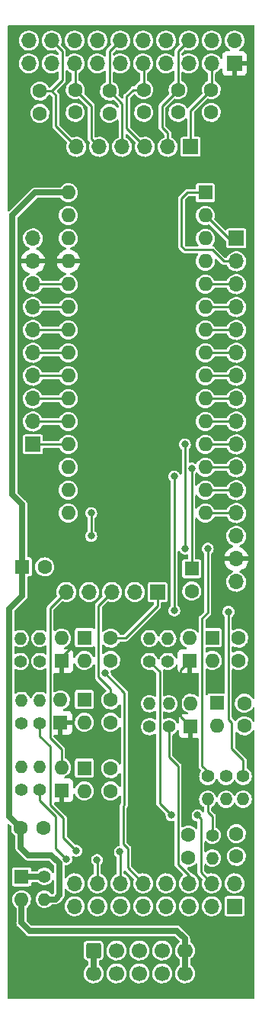
<source format=gtl>
%TF.GenerationSoftware,KiCad,Pcbnew,(6.0.1)*%
%TF.CreationDate,2023-01-24T19:01:17-05:00*%
%TF.ProjectId,ER-PROTO-03-MOZZI-DB,45522d50-524f-4544-9f2d-30332d4d4f5a,1*%
%TF.SameCoordinates,Original*%
%TF.FileFunction,Copper,L1,Top*%
%TF.FilePolarity,Positive*%
%FSLAX46Y46*%
G04 Gerber Fmt 4.6, Leading zero omitted, Abs format (unit mm)*
G04 Created by KiCad (PCBNEW (6.0.1)) date 2023-01-24 19:01:17*
%MOMM*%
%LPD*%
G01*
G04 APERTURE LIST*
G04 Aperture macros list*
%AMRoundRect*
0 Rectangle with rounded corners*
0 $1 Rounding radius*
0 $2 $3 $4 $5 $6 $7 $8 $9 X,Y pos of 4 corners*
0 Add a 4 corners polygon primitive as box body*
4,1,4,$2,$3,$4,$5,$6,$7,$8,$9,$2,$3,0*
0 Add four circle primitives for the rounded corners*
1,1,$1+$1,$2,$3*
1,1,$1+$1,$4,$5*
1,1,$1+$1,$6,$7*
1,1,$1+$1,$8,$9*
0 Add four rect primitives between the rounded corners*
20,1,$1+$1,$2,$3,$4,$5,0*
20,1,$1+$1,$4,$5,$6,$7,0*
20,1,$1+$1,$6,$7,$8,$9,0*
20,1,$1+$1,$8,$9,$2,$3,0*%
G04 Aperture macros list end*
%TA.AperFunction,ComponentPad*%
%ADD10R,1.700000X1.700000*%
%TD*%
%TA.AperFunction,ComponentPad*%
%ADD11O,1.700000X1.700000*%
%TD*%
%TA.AperFunction,ComponentPad*%
%ADD12R,1.600000X1.600000*%
%TD*%
%TA.AperFunction,ComponentPad*%
%ADD13O,1.600000X1.600000*%
%TD*%
%TA.AperFunction,ComponentPad*%
%ADD14C,1.600000*%
%TD*%
%TA.AperFunction,ComponentPad*%
%ADD15C,1.400000*%
%TD*%
%TA.AperFunction,ComponentPad*%
%ADD16O,1.400000X1.400000*%
%TD*%
%TA.AperFunction,ComponentPad*%
%ADD17RoundRect,0.250000X-0.600000X0.600000X-0.600000X-0.600000X0.600000X-0.600000X0.600000X0.600000X0*%
%TD*%
%TA.AperFunction,ComponentPad*%
%ADD18C,1.700000*%
%TD*%
%TA.AperFunction,ViaPad*%
%ADD19C,0.800000*%
%TD*%
%TA.AperFunction,Conductor*%
%ADD20C,0.250000*%
%TD*%
%TA.AperFunction,Conductor*%
%ADD21C,0.254000*%
%TD*%
%TA.AperFunction,Conductor*%
%ADD22C,0.635000*%
%TD*%
G04 APERTURE END LIST*
D10*
%TO.P,J8,1,VCC*%
%TO.N,+5V*%
X124000006Y-14499999D03*
D11*
%TO.P,J8,2,POT6_1_CW*%
%TO.N,/POT6-1*%
X124000006Y-11959999D03*
%TO.P,J8,3,POT6_2_W*%
%TO.N,/POT6-2*%
X121460006Y-14499999D03*
%TO.P,J8,4,POT6_3_CCW*%
%TO.N,/POT6-3*%
X121460006Y-11959999D03*
%TO.P,J8,5,POT4_1_CW*%
%TO.N,/POT4-1*%
X118920006Y-14499999D03*
%TO.P,J8,6,POT4_2_W*%
%TO.N,/POT4-2*%
X118920006Y-11959999D03*
%TO.P,J8,7,POT4_3_CCW*%
%TO.N,/POT4-3*%
X116380006Y-14499999D03*
%TO.P,J8,8,POT2_1_CW*%
%TO.N,/POT2-1*%
X116380006Y-11959999D03*
%TO.P,J8,9,POT2_2_W*%
%TO.N,/POT2-2*%
X113840006Y-14499999D03*
%TO.P,J8,10,POT2_3_CCW*%
%TO.N,/POT2-3*%
X113840006Y-11959999D03*
%TO.P,J8,11,POT5_1_CW*%
%TO.N,/POT5-1*%
X111300006Y-14499999D03*
%TO.P,J8,12,POT5_2_W*%
%TO.N,/POT5-2*%
X111300006Y-11959999D03*
%TO.P,J8,13,POT5_3_CCW*%
%TO.N,/POT5-3*%
X108760006Y-14499999D03*
%TO.P,J8,14,POT3_1_CW*%
%TO.N,/POT3-1*%
X108760006Y-11959999D03*
%TO.P,J8,15,POT3_2_W*%
%TO.N,/POT3-2*%
X106220006Y-14499999D03*
%TO.P,J8,16,POT3_3_CCW*%
%TO.N,/POT3-3*%
X106220006Y-11959999D03*
%TO.P,J8,17,POT1_1_CW*%
%TO.N,/POT1-1*%
X103680006Y-14499999D03*
%TO.P,J8,18,POT1_2_W*%
%TO.N,/POT1-2*%
X103680006Y-11959999D03*
%TO.P,J8,19,POT1_3_CCW*%
%TO.N,/POT1-3*%
X101140006Y-14499999D03*
%TO.P,J8,20,GND*%
%TO.N,GND*%
X101140006Y-11959999D03*
%TD*%
D10*
%TO.P,J3,1,Pin_1*%
%TO.N,/POT6-2*%
X119126000Y-23749000D03*
D11*
%TO.P,J3,2,Pin_2*%
%TO.N,/POT4-2*%
X116586000Y-23749000D03*
%TO.P,J3,3,Pin_3*%
%TO.N,/POT2-2*%
X114046000Y-23749000D03*
%TO.P,J3,4,Pin_4*%
%TO.N,/POT5-2*%
X111506000Y-23749000D03*
%TO.P,J3,5,Pin_5*%
%TO.N,/POT3-2*%
X108966000Y-23749000D03*
%TO.P,J3,6,Pin_6*%
%TO.N,/POT1-2*%
X106426000Y-23749000D03*
%TD*%
D10*
%TO.P,J10,1,Pin_1*%
%TO.N,/D0_RX*%
X124206000Y-33909000D03*
D11*
%TO.P,J10,2,Pin_2*%
%TO.N,/D1_TX*%
X124206000Y-36449000D03*
%TO.P,J10,3,Pin_3*%
%TO.N,/D2*%
X124206000Y-38989000D03*
%TO.P,J10,4,Pin_4*%
%TO.N,/D3*%
X124206000Y-41529000D03*
%TO.P,J10,5,Pin_5*%
%TO.N,/D4*%
X124206000Y-44069000D03*
%TO.P,J10,6,Pin_6*%
%TO.N,/D5*%
X124206000Y-46609000D03*
%TO.P,J10,7,Pin_7*%
%TO.N,/D6*%
X124206000Y-49149000D03*
%TO.P,J10,8,Pin_8*%
%TO.N,/D7*%
X124206000Y-51689000D03*
%TO.P,J10,9,Pin_9*%
%TO.N,/D8*%
X124206000Y-54229000D03*
%TO.P,J10,10,Pin_10*%
%TO.N,/D9*%
X124206000Y-56769000D03*
%TO.P,J10,11,Pin_11*%
%TO.N,/D10*%
X124206000Y-59309000D03*
%TO.P,J10,12,Pin_12*%
%TO.N,/D11*%
X124206000Y-61849000D03*
%TO.P,J10,13,Pin_13*%
%TO.N,/D12*%
X124206000Y-64389000D03*
%TO.P,J10,14,Pin_14*%
%TO.N,/D13*%
X124206000Y-66929000D03*
%TO.P,J10,15,Pin_15*%
%TO.N,+5V*%
X124206000Y-69469000D03*
%TO.P,J10,16,Pin_16*%
%TO.N,GND*%
X124206000Y-72009000D03*
%TD*%
D10*
%TO.P,J2,1,Pin_1*%
%TO.N,/J1-TIP*%
X115443000Y-73152000D03*
D11*
%TO.P,J2,2,Pin_2*%
%TO.N,/J2-TIP*%
X112903000Y-73152000D03*
%TO.P,J2,3,Pin_3*%
%TO.N,/J3-TIP*%
X110363000Y-73152000D03*
%TO.P,J2,4,Pin_4*%
%TO.N,/J4-TIP*%
X107823000Y-73152000D03*
%TO.P,J2,5,Pin_5*%
%TO.N,/J5-TIP*%
X105283000Y-73152000D03*
%TD*%
D10*
%TO.P,J1,1,Pin_1*%
%TO.N,/ANA0*%
X101600000Y-56769000D03*
D11*
%TO.P,J1,2,Pin_2*%
%TO.N,/ANA1*%
X101600000Y-54229000D03*
%TO.P,J1,3,Pin_3*%
%TO.N,/ANA2*%
X101600000Y-51689000D03*
%TO.P,J1,4,Pin_4*%
%TO.N,/ANA3*%
X101600000Y-49149000D03*
%TO.P,J1,5,Pin_5*%
%TO.N,/ANA4*%
X101600000Y-46609000D03*
%TO.P,J1,6,Pin_6*%
%TO.N,/ANA5*%
X101600000Y-44069000D03*
%TO.P,J1,7,Pin_7*%
%TO.N,/ANA6*%
X101600000Y-41529000D03*
%TO.P,J1,8,Pin_8*%
%TO.N,/ANA7*%
X101600000Y-38989000D03*
%TO.P,J1,9,Pin_9*%
%TO.N,+5V*%
X101600000Y-36449000D03*
%TO.P,J1,10,Pin_10*%
%TO.N,GND*%
X101600000Y-33909000D03*
%TD*%
D12*
%TO.P,D2,1,K*%
%TO.N,+5V*%
X118999000Y-80800686D03*
D13*
%TO.P,D2,2,A*%
%TO.N,/J2-TIP*%
X118999000Y-78260686D03*
%TD*%
D12*
%TO.P,D6,1,K*%
%TO.N,+5V*%
X119126000Y-88039686D03*
D13*
%TO.P,D6,2,A*%
%TO.N,/J4-TIP*%
X119126000Y-85499686D03*
%TD*%
D14*
%TO.P,C1,1*%
%TO.N,/POT6-2*%
X121412000Y-17419000D03*
%TO.P,C1,2*%
%TO.N,GND*%
X121412000Y-19919000D03*
%TD*%
D15*
%TO.P,R2,1*%
%TO.N,/J2-T*%
X114554000Y-80849000D03*
D16*
%TO.P,R2,2*%
%TO.N,GND*%
X114554000Y-78309000D03*
%TD*%
D14*
%TO.P,C13,1*%
%TO.N,/J5-TIP*%
X110236000Y-92729990D03*
%TO.P,C13,2*%
%TO.N,GND*%
X110236000Y-95229990D03*
%TD*%
%TO.P,C14,1*%
%TO.N,+12P*%
X100223000Y-99314000D03*
%TO.P,C14,2*%
%TO.N,GND*%
X102723000Y-99314000D03*
%TD*%
D15*
%TO.P,R10,1*%
%TO.N,/D10*%
X123063000Y-93599000D03*
D16*
%TO.P,R10,2*%
%TO.N,Net-(C16-Pad1)*%
X123063000Y-96139000D03*
%TD*%
D15*
%TO.P,R3,1*%
%TO.N,/J1-T*%
X102362000Y-80849000D03*
D16*
%TO.P,R3,2*%
%TO.N,/J1-TIP*%
X102362000Y-78309000D03*
%TD*%
D15*
%TO.P,R7,1*%
%TO.N,/J3-T*%
X102362000Y-87707000D03*
D16*
%TO.P,R7,2*%
%TO.N,/J3-TIP*%
X102362000Y-85167000D03*
%TD*%
D14*
%TO.P,C4,1*%
%TO.N,/POT5-2*%
X110109000Y-17546000D03*
%TO.P,C4,2*%
%TO.N,GND*%
X110109000Y-20046000D03*
%TD*%
D15*
%TO.P,R15,1*%
%TO.N,Net-(D11-Pad1)*%
X102870000Y-104698013D03*
D16*
%TO.P,R15,2*%
%TO.N,+12P*%
X102870000Y-107238013D03*
%TD*%
D12*
%TO.P,D5,1,K*%
%TO.N,/J4-TIP*%
X122047000Y-85442315D03*
D13*
%TO.P,D5,2,A*%
%TO.N,GND*%
X122047000Y-87982315D03*
%TD*%
D15*
%TO.P,R13,1*%
%TO.N,/J5-T*%
X100330000Y-95096000D03*
D16*
%TO.P,R13,2*%
%TO.N,GND*%
X100330000Y-92556000D03*
%TD*%
D14*
%TO.P,C3,1*%
%TO.N,/POT2-2*%
X113919000Y-17419000D03*
%TO.P,C3,2*%
%TO.N,GND*%
X113919000Y-19919000D03*
%TD*%
D12*
%TO.P,A1,1,D1/TX*%
%TO.N,/D1_TX*%
X120766992Y-28829000D03*
D13*
%TO.P,A1,2,D0/RX*%
%TO.N,/D0_RX*%
X120766992Y-31369000D03*
%TO.P,A1,3,~{RESET}*%
%TO.N,unconnected-(A1-Pad3)*%
X120766992Y-33909000D03*
%TO.P,A1,4,GND*%
%TO.N,GND*%
X120766992Y-36449000D03*
%TO.P,A1,5,D2*%
%TO.N,/D2*%
X120766992Y-38989000D03*
%TO.P,A1,6,D3*%
%TO.N,/D3*%
X120766992Y-41529000D03*
%TO.P,A1,7,D4*%
%TO.N,/D4*%
X120766992Y-44069000D03*
%TO.P,A1,8,D5*%
%TO.N,/D5*%
X120766992Y-46609000D03*
%TO.P,A1,9,D6*%
%TO.N,/D6*%
X120766992Y-49149000D03*
%TO.P,A1,10,D7*%
%TO.N,/D7*%
X120766992Y-51689000D03*
%TO.P,A1,11,D8*%
%TO.N,/D8*%
X120766992Y-54229000D03*
%TO.P,A1,12,D9*%
%TO.N,/D9*%
X120766992Y-56769000D03*
%TO.P,A1,13,D10*%
%TO.N,/D10*%
X120766992Y-59309000D03*
%TO.P,A1,14,D11*%
%TO.N,/D11*%
X120766992Y-61849000D03*
%TO.P,A1,15,D12*%
%TO.N,/D12*%
X120766992Y-64389000D03*
%TO.P,A1,16,D13*%
%TO.N,/D13*%
X105526992Y-64389000D03*
%TO.P,A1,17,3V3*%
%TO.N,unconnected-(A1-Pad17)*%
X105526992Y-61849000D03*
%TO.P,A1,18,AREF*%
%TO.N,Net-(A1-Pad18)*%
X105526992Y-59309000D03*
%TO.P,A1,19,A0*%
%TO.N,/ANA0*%
X105526992Y-56769000D03*
%TO.P,A1,20,A1*%
%TO.N,/ANA1*%
X105526992Y-54229000D03*
%TO.P,A1,21,A2*%
%TO.N,/ANA2*%
X105526992Y-51689000D03*
%TO.P,A1,22,A3*%
%TO.N,/ANA3*%
X105526992Y-49149000D03*
%TO.P,A1,23,A4*%
%TO.N,/ANA4*%
X105526992Y-46609000D03*
%TO.P,A1,24,A5*%
%TO.N,/ANA5*%
X105526992Y-44069000D03*
%TO.P,A1,25,A6*%
%TO.N,/ANA6*%
X105526992Y-41529000D03*
%TO.P,A1,26,A7*%
%TO.N,/ANA7*%
X105526992Y-38989000D03*
%TO.P,A1,27,+5V*%
%TO.N,+5V*%
X105526992Y-36449000D03*
%TO.P,A1,28,~{RESET}*%
%TO.N,unconnected-(A1-Pad28)*%
X105526992Y-33909000D03*
%TO.P,A1,29,GND*%
%TO.N,GND*%
X105526992Y-31369000D03*
%TO.P,A1,30,VIN*%
%TO.N,+12P*%
X105526992Y-28829000D03*
%TD*%
D15*
%TO.P,R4,1*%
%TO.N,/J1-T*%
X100203000Y-80849000D03*
D16*
%TO.P,R4,2*%
%TO.N,GND*%
X100203000Y-78309000D03*
%TD*%
D12*
%TO.P,D9,1,K*%
%TO.N,/J5-TIP*%
X107315000Y-92681315D03*
D13*
%TO.P,D9,2,A*%
%TO.N,GND*%
X107315000Y-95221315D03*
%TD*%
D15*
%TO.P,R14,1*%
%TO.N,Net-(C16-Pad1)*%
X121539000Y-100126000D03*
D16*
%TO.P,R14,2*%
%TO.N,/J6-T*%
X121539000Y-102666000D03*
%TD*%
D14*
%TO.P,C15,1*%
%TO.N,/J6-T*%
X124206000Y-102469010D03*
%TO.P,C15,2*%
%TO.N,GND*%
X124206000Y-99969010D03*
%TD*%
%TO.P,C10,1*%
%TO.N,/J1-TIP*%
X110236000Y-78252000D03*
%TO.P,C10,2*%
%TO.N,GND*%
X110236000Y-80752000D03*
%TD*%
D12*
%TO.P,D7,1,K*%
%TO.N,/J3-TIP*%
X107315000Y-85061315D03*
D13*
%TO.P,D7,2,A*%
%TO.N,GND*%
X107315000Y-87601315D03*
%TD*%
D15*
%TO.P,R6,1*%
%TO.N,/J4-T*%
X114554000Y-88088000D03*
D16*
%TO.P,R6,2*%
%TO.N,GND*%
X114554000Y-85548000D03*
%TD*%
D14*
%TO.P,C11,1*%
%TO.N,/J4-TIP*%
X125095000Y-85491000D03*
%TO.P,C11,2*%
%TO.N,GND*%
X125095000Y-87991000D03*
%TD*%
D15*
%TO.P,R12,1*%
%TO.N,/J5-T*%
X102362000Y-95073000D03*
D16*
%TO.P,R12,2*%
%TO.N,/J5-TIP*%
X102362000Y-92533000D03*
%TD*%
D12*
%TO.P,D1,1,K*%
%TO.N,/J2-TIP*%
X121539000Y-78203315D03*
D13*
%TO.P,D1,2,A*%
%TO.N,GND*%
X121539000Y-80743315D03*
%TD*%
D14*
%TO.P,C12,1*%
%TO.N,/J3-TIP*%
X110236000Y-85110000D03*
%TO.P,C12,2*%
%TO.N,GND*%
X110236000Y-87610000D03*
%TD*%
D12*
%TO.P,C7,1*%
%TO.N,Net-(A1-Pad18)*%
X119253000Y-70549888D03*
D14*
%TO.P,C7,2*%
%TO.N,GND*%
X119253000Y-73049888D03*
%TD*%
D15*
%TO.P,R8,1*%
%TO.N,/J3-T*%
X100330000Y-87707000D03*
D16*
%TO.P,R8,2*%
%TO.N,GND*%
X100330000Y-85167000D03*
%TD*%
D17*
%TO.P,J9,1,Pin_1*%
%TO.N,-12V*%
X108331000Y-112912500D03*
D18*
%TO.P,J9,2,Pin_2*%
X108331000Y-115452500D03*
%TO.P,J9,3,Pin_3*%
%TO.N,GND*%
X110871000Y-112912500D03*
%TO.P,J9,4,Pin_4*%
X110871000Y-115452500D03*
%TO.P,J9,5,Pin_5*%
X113411000Y-112912500D03*
%TO.P,J9,6,Pin_6*%
X113411000Y-115452500D03*
%TO.P,J9,7,Pin_7*%
X115951000Y-112912500D03*
%TO.P,J9,8,Pin_8*%
X115951000Y-115452500D03*
%TO.P,J9,9,Pin_9*%
%TO.N,+12V*%
X118491000Y-112912500D03*
%TO.P,J9,10,Pin_10*%
X118491000Y-115452500D03*
%TD*%
D12*
%TO.P,D11,1,K*%
%TO.N,Net-(D11-Pad1)*%
X100330000Y-104746315D03*
D13*
%TO.P,D11,2,A*%
%TO.N,+12V*%
X100330000Y-107286315D03*
%TD*%
D12*
%TO.P,D10,1,K*%
%TO.N,+5V*%
X104775000Y-95151686D03*
D13*
%TO.P,D10,2,A*%
%TO.N,/J5-TIP*%
X104775000Y-92611686D03*
%TD*%
D14*
%TO.P,C16,1*%
%TO.N,Net-(C16-Pad1)*%
X118872000Y-100096000D03*
%TO.P,C16,2*%
%TO.N,GND*%
X118872000Y-102596000D03*
%TD*%
%TO.P,C2,1*%
%TO.N,/POT4-2*%
X117729000Y-17419000D03*
%TO.P,C2,2*%
%TO.N,GND*%
X117729000Y-19919000D03*
%TD*%
%TO.P,C6,1*%
%TO.N,/POT1-2*%
X102362000Y-17546000D03*
%TO.P,C6,2*%
%TO.N,GND*%
X102362000Y-20046000D03*
%TD*%
%TO.P,C5,1*%
%TO.N,/POT3-2*%
X106299000Y-17419000D03*
%TO.P,C5,2*%
%TO.N,GND*%
X106299000Y-19919000D03*
%TD*%
D12*
%TO.P,C8,1*%
%TO.N,+12P*%
X100394888Y-70358000D03*
D14*
%TO.P,C8,2*%
%TO.N,GND*%
X102894888Y-70358000D03*
%TD*%
D15*
%TO.P,R5,1*%
%TO.N,/J4-T*%
X116713000Y-88088000D03*
D16*
%TO.P,R5,2*%
%TO.N,/J4-TIP*%
X116713000Y-85548000D03*
%TD*%
D12*
%TO.P,D4,1,K*%
%TO.N,+5V*%
X104775000Y-80800686D03*
D13*
%TO.P,D4,2,A*%
%TO.N,/J1-TIP*%
X104775000Y-78260686D03*
%TD*%
D12*
%TO.P,D8,1,K*%
%TO.N,+5V*%
X104648000Y-87658686D03*
D13*
%TO.P,D8,2,A*%
%TO.N,/J3-TIP*%
X104648000Y-85118686D03*
%TD*%
D10*
%TO.P,J7,1,GND*%
%TO.N,GND*%
X124000006Y-108000013D03*
D11*
%TO.P,J7,2,GND*%
X124000006Y-105460013D03*
%TO.P,J7,3,J2_R_N*%
%TO.N,/J2-R_N*%
X121460006Y-108000013D03*
%TO.P,J7,4,J2_T*%
%TO.N,/J2-T*%
X121460006Y-105460013D03*
%TO.P,J7,5,J4_R_N*%
%TO.N,/J4-R_N*%
X118920006Y-108000013D03*
%TO.P,J7,6,J4_T*%
%TO.N,/J4-T*%
X118920006Y-105460013D03*
%TO.P,J7,7,J6_R_N*%
%TO.N,/J6-R_N*%
X116380006Y-108000013D03*
%TO.P,J7,8,J6_T*%
%TO.N,/J6-T*%
X116380006Y-105460013D03*
%TO.P,J7,9,J1_R_N*%
%TO.N,/J1-R_N*%
X113840006Y-108000013D03*
%TO.P,J7,10,J1_T*%
%TO.N,/J1-T*%
X113840006Y-105460013D03*
%TO.P,J7,11,J3_R_N*%
%TO.N,/J3-R_N*%
X111300006Y-108000013D03*
%TO.P,J7,12,J3_T*%
%TO.N,/J3-T*%
X111300006Y-105460013D03*
%TO.P,J7,13,J5_R_N*%
%TO.N,/J5-R_N*%
X108760006Y-108000013D03*
%TO.P,J7,14,J5_T*%
%TO.N,/J5-T*%
X108760006Y-105460013D03*
%TO.P,J7,15,GND*%
%TO.N,GND*%
X106220006Y-108000013D03*
%TO.P,J7,16,GND*%
X106220006Y-105460013D03*
%TD*%
D12*
%TO.P,D3,1,K*%
%TO.N,/J1-TIP*%
X107315000Y-78203315D03*
D13*
%TO.P,D3,2,A*%
%TO.N,GND*%
X107315000Y-80743315D03*
%TD*%
D15*
%TO.P,R1,1*%
%TO.N,/J2-T*%
X116586000Y-80849000D03*
D16*
%TO.P,R1,2*%
%TO.N,/J2-TIP*%
X116586000Y-78309000D03*
%TD*%
D15*
%TO.P,R9,1*%
%TO.N,/D10*%
X124968000Y-93599000D03*
D16*
%TO.P,R9,2*%
%TO.N,Net-(C16-Pad1)*%
X124968000Y-96139000D03*
%TD*%
D14*
%TO.P,C9,1*%
%TO.N,/J2-TIP*%
X124460000Y-78252000D03*
%TO.P,C9,2*%
%TO.N,GND*%
X124460000Y-80752000D03*
%TD*%
D15*
%TO.P,R11,1*%
%TO.N,/D9*%
X121031000Y-93599000D03*
D16*
%TO.P,R11,2*%
%TO.N,Net-(C16-Pad1)*%
X121031000Y-96139000D03*
%TD*%
D19*
%TO.N,/J2-T*%
X117002500Y-97917000D03*
X119888000Y-97917000D03*
%TO.N,/J1-T*%
X109601000Y-82169000D03*
%TO.N,/J3-T*%
X111252000Y-101981000D03*
X106426000Y-101854000D03*
%TO.N,/J5-T*%
X105307322Y-102779207D03*
X108712000Y-102870000D03*
%TO.N,Net-(A1-Pad18)*%
X119253000Y-59436000D03*
%TO.N,/D13*%
X108077000Y-64389000D03*
X108077000Y-66929000D03*
%TO.N,/D10*%
X123333489Y-75327489D03*
X117312500Y-75184000D03*
X117312500Y-60325000D03*
%TO.N,/D9*%
X118491000Y-56769000D03*
X121031000Y-68326000D03*
X118526500Y-68326000D03*
%TD*%
D20*
%TO.N,/POT1-2*%
X104854517Y-16343483D02*
X103652000Y-17546000D01*
X103680006Y-11959999D02*
X104854517Y-13134510D01*
X104854517Y-13134510D02*
X104854517Y-16343483D01*
%TO.N,/POT6-2*%
X119126000Y-19705000D02*
X121412000Y-17419000D01*
X119126000Y-23749000D02*
X119126000Y-19705000D01*
%TO.N,/POT4-2*%
X116586000Y-22225000D02*
X116586000Y-23749000D01*
X115951000Y-21590000D02*
X116586000Y-22225000D01*
X115951000Y-19197000D02*
X115951000Y-21590000D01*
X117729000Y-17419000D02*
X115951000Y-19197000D01*
D21*
%TO.N,/POT2-2*%
X112014000Y-21717000D02*
X114046000Y-23749000D01*
X112014000Y-18161000D02*
X112014000Y-21717000D01*
X112756000Y-17419000D02*
X112014000Y-18161000D01*
X113919000Y-17419000D02*
X112756000Y-17419000D01*
D20*
%TO.N,/POT5-2*%
X111506000Y-18943000D02*
X110109000Y-17546000D01*
X111506000Y-23749000D02*
X111506000Y-18943000D01*
D21*
%TO.N,/POT3-2*%
X108077000Y-22860000D02*
X108966000Y-23749000D01*
X108077000Y-19197000D02*
X108077000Y-22860000D01*
X106299000Y-17419000D02*
X108077000Y-19197000D01*
D20*
%TO.N,/POT1-2*%
X104140000Y-21463000D02*
X106426000Y-23749000D01*
X104140000Y-18034000D02*
X104140000Y-21463000D01*
X103652000Y-17546000D02*
X104140000Y-18034000D01*
X102362000Y-17546000D02*
X103652000Y-17546000D01*
D22*
%TO.N,+12P*%
X101854000Y-28829000D02*
X105526992Y-28829000D01*
X99314000Y-31369000D02*
X101854000Y-28829000D01*
X99314000Y-62357000D02*
X99314000Y-31369000D01*
X100394888Y-63437888D02*
X99314000Y-62357000D01*
X100394888Y-70358000D02*
X100394888Y-63437888D01*
X100394888Y-73595112D02*
X100394888Y-70358000D01*
X98985989Y-75004011D02*
X100394888Y-73595112D01*
X98985989Y-98076989D02*
X98985989Y-75004011D01*
X100223000Y-99314000D02*
X98985989Y-98076989D01*
D20*
%TO.N,/J3-TIP*%
X110236000Y-83947000D02*
X110236000Y-85110000D01*
X108876489Y-82587489D02*
X110236000Y-83947000D01*
X108876489Y-74638511D02*
X108876489Y-82587489D01*
X110363000Y-73152000D02*
X108876489Y-74638511D01*
%TO.N,/J1-TIP*%
X115443000Y-74676000D02*
X115443000Y-73152000D01*
X111867000Y-78252000D02*
X115443000Y-74676000D01*
X110236000Y-78252000D02*
X111867000Y-78252000D01*
D21*
%TO.N,/J5-TIP*%
X103505000Y-74930000D02*
X105283000Y-73152000D01*
X103505000Y-89342664D02*
X103505000Y-74930000D01*
X104775000Y-92611686D02*
X104775000Y-90612664D01*
X104775000Y-90612664D02*
X103505000Y-89342664D01*
D20*
%TO.N,/ANA7*%
X101600000Y-38989000D02*
X105526992Y-38989000D01*
%TO.N,/ANA6*%
X101600000Y-41529000D02*
X105526992Y-41529000D01*
%TO.N,/ANA5*%
X101600000Y-44069000D02*
X105526992Y-44069000D01*
%TO.N,/ANA4*%
X101600000Y-46609000D02*
X105526992Y-46609000D01*
%TO.N,/ANA3*%
X101600000Y-49149000D02*
X105526992Y-49149000D01*
%TO.N,/ANA2*%
X101600000Y-51689000D02*
X105526992Y-51689000D01*
%TO.N,/ANA1*%
X101600000Y-54229000D02*
X105526992Y-54229000D01*
%TO.N,/ANA0*%
X101600000Y-56769000D02*
X105526992Y-56769000D01*
%TO.N,/D1_TX*%
X118745000Y-28829000D02*
X120766992Y-28829000D01*
X118110000Y-29464000D02*
X118745000Y-28829000D01*
X118110000Y-34798000D02*
X118110000Y-29464000D01*
X118491000Y-35179000D02*
X118110000Y-34798000D01*
X121539000Y-35179000D02*
X118491000Y-35179000D01*
X122809000Y-36449000D02*
X121539000Y-35179000D01*
X124206000Y-36449000D02*
X122809000Y-36449000D01*
%TO.N,/D0_RX*%
X123306992Y-33909000D02*
X120766992Y-31369000D01*
X124206000Y-33909000D02*
X123306992Y-33909000D01*
%TO.N,/D2*%
X120766992Y-38989000D02*
X124206000Y-38989000D01*
%TO.N,/D3*%
X120766992Y-41529000D02*
X124206000Y-41529000D01*
%TO.N,/D4*%
X120766992Y-44069000D02*
X124206000Y-44069000D01*
%TO.N,/D5*%
X120766992Y-46609000D02*
X124206000Y-46609000D01*
%TO.N,+5V*%
X118001489Y-86915175D02*
X119126000Y-88039686D01*
X118001489Y-81798197D02*
X118001489Y-86915175D01*
X118999000Y-80800686D02*
X118001489Y-81798197D01*
%TO.N,/J2-T*%
X115688489Y-81983489D02*
X114554000Y-80849000D01*
X115688489Y-96602989D02*
X115688489Y-81983489D01*
X117002500Y-97917000D02*
X115688489Y-96602989D01*
X120269000Y-98298000D02*
X119888000Y-97917000D01*
X120269000Y-104269007D02*
X120269000Y-98298000D01*
X121460006Y-105460013D02*
X120269000Y-104269007D01*
D21*
%TO.N,/POT2-2*%
X113919000Y-17419000D02*
X113919000Y-14578993D01*
%TO.N,/POT3-2*%
X106299000Y-17419000D02*
X106299000Y-14578993D01*
%TO.N,/J1-T*%
X111633000Y-101092000D02*
X112141000Y-101600000D01*
X112141000Y-101600000D02*
X112141000Y-103761007D01*
X109601000Y-82169000D02*
X111760000Y-84328000D01*
X111633000Y-96901000D02*
X111633000Y-101092000D01*
X111760000Y-84328000D02*
X111760000Y-96774000D01*
X112141000Y-103761007D02*
X113840006Y-105460013D01*
X111760000Y-96774000D02*
X111633000Y-96901000D01*
%TO.N,/J3-T*%
X111300006Y-102029006D02*
X111252000Y-101981000D01*
X111300006Y-105460013D02*
X111300006Y-102029006D01*
X104968687Y-100396687D02*
X104968687Y-98231313D01*
X106426000Y-101854000D02*
X104968687Y-100396687D01*
X103505000Y-96767626D02*
X103505000Y-90297000D01*
X102362000Y-89154000D02*
X102362000Y-87707000D01*
X103505000Y-90297000D02*
X102362000Y-89154000D01*
X104968687Y-98231313D02*
X103505000Y-96767626D01*
%TO.N,/J4-T*%
X118920006Y-105460013D02*
X118920006Y-104569006D01*
X118920006Y-104569006D02*
X117729000Y-103378000D01*
X117729000Y-92456000D02*
X117729000Y-103378000D01*
X116713000Y-88088000D02*
X116713000Y-91440000D01*
X116713000Y-91440000D02*
X117729000Y-92456000D01*
%TO.N,/J5-T*%
X102362000Y-96266000D02*
X102362000Y-95073000D01*
X108760006Y-105460013D02*
X108760006Y-102918006D01*
X104140000Y-98044000D02*
X102362000Y-96266000D01*
X104140000Y-101611885D02*
X104140000Y-98044000D01*
X105307322Y-102779207D02*
X104140000Y-101611885D01*
X108760006Y-102918006D02*
X108712000Y-102870000D01*
D22*
%TO.N,+12V*%
X117602000Y-110744000D02*
X101219000Y-110744000D01*
X118491000Y-111633000D02*
X117602000Y-110744000D01*
X118491000Y-112912500D02*
X118491000Y-111633000D01*
X101219000Y-110744000D02*
X100330000Y-109855000D01*
X100330000Y-109855000D02*
X100330000Y-107286315D01*
X118491000Y-112912500D02*
X118491000Y-115452500D01*
D20*
%TO.N,+5V*%
X104775000Y-80391000D02*
X105918000Y-79248000D01*
D22*
%TO.N,-12V*%
X108331000Y-112912500D02*
X108331000Y-115452500D01*
%TO.N,+12P*%
X103632000Y-102362000D02*
X101092000Y-102362000D01*
X104521000Y-106807000D02*
X104521000Y-103251000D01*
X104521000Y-103251000D02*
X103632000Y-102362000D01*
X101092000Y-102362000D02*
X100223000Y-101493000D01*
X104090000Y-107238000D02*
X104521000Y-106807000D01*
X100223000Y-101493000D02*
X100223000Y-99314000D01*
X102870000Y-107238000D02*
X104090000Y-107238000D01*
D21*
%TO.N,Net-(A1-Pad18)*%
X119253000Y-70549888D02*
X119253000Y-59436000D01*
D20*
%TO.N,/D13*%
X108077000Y-66929000D02*
X108077000Y-64389000D01*
%TO.N,/D12*%
X120767000Y-64389000D02*
X124079000Y-64389000D01*
%TO.N,/D11*%
X120767000Y-61849000D02*
X124079000Y-61849000D01*
D21*
%TO.N,/D10*%
X120766992Y-59309000D02*
X124079000Y-59309000D01*
X123698000Y-90551000D02*
X123698000Y-87630000D01*
X123333489Y-87265489D02*
X123333489Y-75327489D01*
X124968000Y-91821000D02*
X123698000Y-90551000D01*
X123698000Y-87630000D02*
X123333489Y-87265489D01*
X117312500Y-75184000D02*
X117312500Y-60325000D01*
X124968000Y-93599000D02*
X124968000Y-91821000D01*
%TO.N,/D9*%
X118526500Y-68326000D02*
X118526500Y-56804500D01*
X120766992Y-56769000D02*
X124079000Y-56769000D01*
X120412489Y-76056511D02*
X120412489Y-92472489D01*
X120412489Y-92472489D02*
X121539000Y-93599000D01*
X121031000Y-75438000D02*
X120412489Y-76056511D01*
X118526500Y-56804500D02*
X118491000Y-56769000D01*
X121031000Y-68326000D02*
X121031000Y-75438000D01*
D20*
%TO.N,/D8*%
X120767000Y-54229000D02*
X124079000Y-54229000D01*
%TO.N,/D7*%
X120767000Y-51689000D02*
X124079000Y-51689000D01*
%TO.N,/D6*%
X120767000Y-49149000D02*
X124079000Y-49149000D01*
D21*
%TO.N,Net-(C16-Pad1)*%
X121031000Y-96139000D02*
X121031000Y-97536000D01*
X121031000Y-97536000D02*
X121539000Y-98044000D01*
X121539000Y-100126000D02*
X121539000Y-98044000D01*
D22*
%TO.N,Net-(D11-Pad1)*%
X100330000Y-104746315D02*
X102821685Y-104746315D01*
D20*
%TO.N,/POT6-2*%
X121460006Y-14499999D02*
X121460006Y-17370994D01*
%TO.N,/POT4-2*%
X118920006Y-11959999D02*
X117729000Y-13151005D01*
X117729000Y-13151005D02*
X117729000Y-17419000D01*
%TO.N,/POT5-2*%
X110109000Y-13151005D02*
X110109000Y-17546000D01*
X111300006Y-11959999D02*
X110109000Y-13151005D01*
%TD*%
%TA.AperFunction,Conductor*%
%TO.N,+5V*%
G36*
X126188121Y-10274002D02*
G01*
X126234614Y-10327658D01*
X126246000Y-10380000D01*
X126246000Y-84904121D01*
X126225998Y-84972242D01*
X126172342Y-85018735D01*
X126102068Y-85028839D01*
X126037488Y-84999345D01*
X126008752Y-84963279D01*
X125977565Y-84904625D01*
X125973674Y-84899855D01*
X125973672Y-84899851D01*
X125850758Y-84749143D01*
X125850755Y-84749140D01*
X125846863Y-84744368D01*
X125842114Y-84740439D01*
X125692271Y-84616478D01*
X125692266Y-84616475D01*
X125687522Y-84612550D01*
X125682103Y-84609620D01*
X125682100Y-84609618D01*
X125511032Y-84517122D01*
X125511027Y-84517120D01*
X125505612Y-84514192D01*
X125308063Y-84453040D01*
X125301938Y-84452396D01*
X125301937Y-84452396D01*
X125108526Y-84432068D01*
X125108524Y-84432068D01*
X125102397Y-84431424D01*
X124976229Y-84442906D01*
X124902591Y-84449607D01*
X124902590Y-84449607D01*
X124896450Y-84450166D01*
X124698066Y-84508554D01*
X124692601Y-84511411D01*
X124520261Y-84601508D01*
X124520257Y-84601511D01*
X124514801Y-84604363D01*
X124353635Y-84733943D01*
X124220708Y-84892360D01*
X124121082Y-85073578D01*
X124058553Y-85270696D01*
X124057867Y-85276813D01*
X124057866Y-85276817D01*
X124049006Y-85355804D01*
X124035501Y-85476206D01*
X124052806Y-85682278D01*
X124109807Y-85881066D01*
X124112625Y-85886548D01*
X124112626Y-85886552D01*
X124201514Y-86059509D01*
X124201517Y-86059513D01*
X124204334Y-86064995D01*
X124332786Y-86227061D01*
X124337479Y-86231055D01*
X124337480Y-86231056D01*
X124481956Y-86354014D01*
X124490271Y-86361091D01*
X124670789Y-86461980D01*
X124867466Y-86525884D01*
X125072809Y-86550370D01*
X125078944Y-86549898D01*
X125078946Y-86549898D01*
X125272856Y-86534977D01*
X125272860Y-86534976D01*
X125278998Y-86534504D01*
X125478178Y-86478892D01*
X125483682Y-86476112D01*
X125483684Y-86476111D01*
X125657262Y-86388431D01*
X125657264Y-86388430D01*
X125662763Y-86385652D01*
X125825722Y-86258334D01*
X125829748Y-86253670D01*
X125829751Y-86253667D01*
X125956819Y-86106457D01*
X125956820Y-86106455D01*
X125960848Y-86101789D01*
X126010444Y-86014485D01*
X126061483Y-85965134D01*
X126131102Y-85951212D01*
X126197195Y-85977138D01*
X126238780Y-86034682D01*
X126246000Y-86076722D01*
X126246000Y-87404121D01*
X126225998Y-87472242D01*
X126172342Y-87518735D01*
X126102068Y-87528839D01*
X126037488Y-87499345D01*
X126008752Y-87463279D01*
X125977565Y-87404625D01*
X125973674Y-87399855D01*
X125973672Y-87399851D01*
X125850758Y-87249143D01*
X125850755Y-87249140D01*
X125846863Y-87244368D01*
X125836365Y-87235683D01*
X125692271Y-87116478D01*
X125692266Y-87116475D01*
X125687522Y-87112550D01*
X125682103Y-87109620D01*
X125682100Y-87109618D01*
X125511032Y-87017122D01*
X125511027Y-87017120D01*
X125505612Y-87014192D01*
X125308063Y-86953040D01*
X125301938Y-86952396D01*
X125301937Y-86952396D01*
X125108526Y-86932068D01*
X125108524Y-86932068D01*
X125102397Y-86931424D01*
X124976229Y-86942906D01*
X124902591Y-86949607D01*
X124902590Y-86949607D01*
X124896450Y-86950166D01*
X124698066Y-87008554D01*
X124692601Y-87011411D01*
X124520261Y-87101508D01*
X124520257Y-87101511D01*
X124514801Y-87104363D01*
X124353635Y-87233943D01*
X124220708Y-87392360D01*
X124217737Y-87397765D01*
X124216272Y-87399904D01*
X124161283Y-87444812D01*
X124090744Y-87452861D01*
X124027051Y-87421497D01*
X124014963Y-87407162D01*
X124014440Y-87407602D01*
X124012584Y-87405394D01*
X124012581Y-87405390D01*
X124010830Y-87403308D01*
X124008901Y-87401379D01*
X124007111Y-87399427D01*
X124007082Y-87399374D01*
X124007212Y-87399255D01*
X124006711Y-87398687D01*
X124003612Y-87392943D01*
X123963806Y-87356147D01*
X123960239Y-87352717D01*
X123751893Y-87144370D01*
X123717868Y-87082058D01*
X123714989Y-87055275D01*
X123714989Y-81758452D01*
X123734991Y-81690331D01*
X123788647Y-81643838D01*
X123858921Y-81633734D01*
X123902459Y-81648464D01*
X123925006Y-81661065D01*
X124030411Y-81719975D01*
X124030417Y-81719977D01*
X124035789Y-81722980D01*
X124232466Y-81786884D01*
X124437809Y-81811370D01*
X124443944Y-81810898D01*
X124443946Y-81810898D01*
X124637856Y-81795977D01*
X124637860Y-81795976D01*
X124643998Y-81795504D01*
X124843178Y-81739892D01*
X124848682Y-81737112D01*
X124848684Y-81737111D01*
X125022262Y-81649431D01*
X125022264Y-81649430D01*
X125027763Y-81646652D01*
X125190722Y-81519334D01*
X125194748Y-81514670D01*
X125194751Y-81514667D01*
X125321819Y-81367457D01*
X125321820Y-81367455D01*
X125325848Y-81362789D01*
X125389356Y-81250996D01*
X125424950Y-81188340D01*
X125424952Y-81188336D01*
X125427995Y-81182979D01*
X125493270Y-80986753D01*
X125519189Y-80781586D01*
X125519602Y-80752000D01*
X125499422Y-80546189D01*
X125439651Y-80348217D01*
X125368668Y-80214717D01*
X125345459Y-80171067D01*
X125345457Y-80171064D01*
X125342565Y-80165625D01*
X125338674Y-80160855D01*
X125338672Y-80160851D01*
X125215758Y-80010143D01*
X125215755Y-80010140D01*
X125211863Y-80005368D01*
X125201365Y-79996683D01*
X125057271Y-79877478D01*
X125057266Y-79877475D01*
X125052522Y-79873550D01*
X125047103Y-79870620D01*
X125047100Y-79870618D01*
X124876032Y-79778122D01*
X124876027Y-79778120D01*
X124870612Y-79775192D01*
X124673063Y-79714040D01*
X124666938Y-79713396D01*
X124666937Y-79713396D01*
X124473526Y-79693068D01*
X124473524Y-79693068D01*
X124467397Y-79692424D01*
X124341229Y-79703906D01*
X124267591Y-79710607D01*
X124267590Y-79710607D01*
X124261450Y-79711166D01*
X124063066Y-79769554D01*
X124057607Y-79772408D01*
X124057597Y-79772412D01*
X123899365Y-79855135D01*
X123829729Y-79868970D01*
X123763668Y-79842960D01*
X123722156Y-79785364D01*
X123714989Y-79743474D01*
X123714989Y-79258452D01*
X123734991Y-79190331D01*
X123788647Y-79143838D01*
X123858921Y-79133734D01*
X123902459Y-79148464D01*
X123926604Y-79161958D01*
X124030411Y-79219975D01*
X124030417Y-79219977D01*
X124035789Y-79222980D01*
X124232466Y-79286884D01*
X124437809Y-79311370D01*
X124443944Y-79310898D01*
X124443946Y-79310898D01*
X124637856Y-79295977D01*
X124637860Y-79295976D01*
X124643998Y-79295504D01*
X124843178Y-79239892D01*
X124848682Y-79237112D01*
X124848684Y-79237111D01*
X125022262Y-79149431D01*
X125022264Y-79149430D01*
X125027763Y-79146652D01*
X125190722Y-79019334D01*
X125194748Y-79014670D01*
X125194751Y-79014667D01*
X125321819Y-78867457D01*
X125321820Y-78867455D01*
X125325848Y-78862789D01*
X125415786Y-78704471D01*
X125424950Y-78688340D01*
X125424952Y-78688336D01*
X125427995Y-78682979D01*
X125479768Y-78527343D01*
X125491325Y-78492601D01*
X125491326Y-78492598D01*
X125493270Y-78486753D01*
X125519189Y-78281586D01*
X125519602Y-78252000D01*
X125499422Y-78046189D01*
X125439651Y-77848217D01*
X125350077Y-77679753D01*
X125345459Y-77671067D01*
X125345457Y-77671064D01*
X125342565Y-77665625D01*
X125338674Y-77660855D01*
X125338672Y-77660851D01*
X125215758Y-77510143D01*
X125215755Y-77510140D01*
X125211863Y-77505368D01*
X125205964Y-77500488D01*
X125057271Y-77377478D01*
X125057266Y-77377475D01*
X125052522Y-77373550D01*
X125047103Y-77370620D01*
X125047100Y-77370618D01*
X124876032Y-77278122D01*
X124876027Y-77278120D01*
X124870612Y-77275192D01*
X124673063Y-77214040D01*
X124666938Y-77213396D01*
X124666937Y-77213396D01*
X124473526Y-77193068D01*
X124473524Y-77193068D01*
X124467397Y-77192424D01*
X124341229Y-77203906D01*
X124267591Y-77210607D01*
X124267590Y-77210607D01*
X124261450Y-77211166D01*
X124063066Y-77269554D01*
X124057607Y-77272408D01*
X124057597Y-77272412D01*
X123899365Y-77355135D01*
X123829729Y-77368970D01*
X123763668Y-77342960D01*
X123722156Y-77285364D01*
X123714989Y-77243474D01*
X123714989Y-75920511D01*
X123734991Y-75852390D01*
X123759158Y-75824700D01*
X123813025Y-75778693D01*
X123818803Y-75773758D01*
X123911244Y-75645113D01*
X123970331Y-75498130D01*
X123979698Y-75432311D01*
X123992070Y-75345380D01*
X123992070Y-75345377D01*
X123992651Y-75341296D01*
X123992796Y-75327489D01*
X123991513Y-75316882D01*
X123988591Y-75292743D01*
X123973765Y-75170222D01*
X123917769Y-75022035D01*
X123854307Y-74929697D01*
X123832344Y-74897740D01*
X123832343Y-74897738D01*
X123828042Y-74891481D01*
X123816867Y-74881524D01*
X123764968Y-74835285D01*
X123709764Y-74786100D01*
X123702378Y-74782189D01*
X123576477Y-74715528D01*
X123576478Y-74715528D01*
X123569763Y-74711973D01*
X123416122Y-74673381D01*
X123408523Y-74673341D01*
X123408522Y-74673341D01*
X123342670Y-74672996D01*
X123257710Y-74672551D01*
X123250330Y-74674323D01*
X123250328Y-74674323D01*
X123111052Y-74707760D01*
X123111049Y-74707761D01*
X123103673Y-74709532D01*
X122962903Y-74782189D01*
X122843528Y-74886327D01*
X122752439Y-75015933D01*
X122730544Y-75072091D01*
X122703985Y-75140212D01*
X122694895Y-75163526D01*
X122693903Y-75171059D01*
X122693903Y-75171060D01*
X122677467Y-75295908D01*
X122674218Y-75320585D01*
X122691602Y-75478042D01*
X122694212Y-75485173D01*
X122694212Y-75485175D01*
X122741650Y-75614805D01*
X122746042Y-75626808D01*
X122750278Y-75633111D01*
X122750278Y-75633112D01*
X122827794Y-75748467D01*
X122834397Y-75758294D01*
X122840016Y-75763407D01*
X122840017Y-75763408D01*
X122910788Y-75827804D01*
X122947711Y-75888444D01*
X122951989Y-75920998D01*
X122951989Y-84261815D01*
X122931987Y-84329936D01*
X122878331Y-84376429D01*
X122825989Y-84387815D01*
X121417328Y-84387816D01*
X121221934Y-84387816D01*
X121186182Y-84394927D01*
X121159874Y-84400159D01*
X121159872Y-84400160D01*
X121147699Y-84402581D01*
X121137379Y-84409476D01*
X121137378Y-84409477D01*
X121090697Y-84440669D01*
X121063516Y-84458831D01*
X121026525Y-84514192D01*
X121024754Y-84516842D01*
X120970277Y-84562370D01*
X120899834Y-84571218D01*
X120835790Y-84540576D01*
X120798478Y-84480174D01*
X120793989Y-84446840D01*
X120793989Y-81749767D01*
X120813991Y-81681646D01*
X120867647Y-81635153D01*
X120937921Y-81625049D01*
X120981459Y-81639779D01*
X120998730Y-81649431D01*
X121109411Y-81711290D01*
X121109417Y-81711292D01*
X121114789Y-81714295D01*
X121311466Y-81778199D01*
X121516809Y-81802685D01*
X121522944Y-81802213D01*
X121522946Y-81802213D01*
X121716856Y-81787292D01*
X121716860Y-81787291D01*
X121722998Y-81786819D01*
X121922178Y-81731207D01*
X121927682Y-81728427D01*
X121927684Y-81728426D01*
X122101262Y-81640746D01*
X122101264Y-81640745D01*
X122106763Y-81637967D01*
X122269722Y-81510649D01*
X122273748Y-81505985D01*
X122273751Y-81505982D01*
X122400819Y-81358772D01*
X122400820Y-81358770D01*
X122404848Y-81354104D01*
X122491213Y-81202075D01*
X122503950Y-81179655D01*
X122503952Y-81179651D01*
X122506995Y-81174294D01*
X122540466Y-81073674D01*
X122570325Y-80983916D01*
X122570326Y-80983913D01*
X122572270Y-80978068D01*
X122598189Y-80772901D01*
X122598602Y-80743315D01*
X122578422Y-80537504D01*
X122518651Y-80339532D01*
X122452286Y-80214717D01*
X122424459Y-80162382D01*
X122424456Y-80162378D01*
X122421565Y-80156940D01*
X122417674Y-80152170D01*
X122417672Y-80152166D01*
X122294758Y-80001458D01*
X122294755Y-80001455D01*
X122290863Y-79996683D01*
X122283514Y-79990603D01*
X122136271Y-79868793D01*
X122136266Y-79868790D01*
X122131522Y-79864865D01*
X122126103Y-79861935D01*
X122126100Y-79861933D01*
X121955032Y-79769437D01*
X121955027Y-79769435D01*
X121949612Y-79766507D01*
X121752063Y-79705355D01*
X121745938Y-79704711D01*
X121745937Y-79704711D01*
X121552526Y-79684383D01*
X121552524Y-79684383D01*
X121546397Y-79683739D01*
X121420229Y-79695221D01*
X121346591Y-79701922D01*
X121346590Y-79701922D01*
X121340450Y-79702481D01*
X121142066Y-79760869D01*
X121136607Y-79763723D01*
X121136597Y-79763727D01*
X120978365Y-79846450D01*
X120908729Y-79860285D01*
X120842668Y-79834275D01*
X120801156Y-79776679D01*
X120793989Y-79734789D01*
X120793989Y-79383815D01*
X120813991Y-79315694D01*
X120867647Y-79269201D01*
X120919989Y-79257815D01*
X122290556Y-79257814D01*
X122364066Y-79257814D01*
X122399818Y-79250703D01*
X122426126Y-79245471D01*
X122426128Y-79245470D01*
X122438301Y-79243049D01*
X122448621Y-79236154D01*
X122448622Y-79236153D01*
X122512168Y-79193692D01*
X122522484Y-79186799D01*
X122578734Y-79102616D01*
X122593500Y-79028382D01*
X122593499Y-77378249D01*
X122578734Y-77304014D01*
X122566273Y-77285364D01*
X122529377Y-77230147D01*
X122522484Y-77219831D01*
X122438301Y-77163581D01*
X122364067Y-77148815D01*
X122290580Y-77148815D01*
X120919989Y-77148816D01*
X120851868Y-77128814D01*
X120805375Y-77075158D01*
X120793989Y-77022816D01*
X120793989Y-76266723D01*
X120813991Y-76198602D01*
X120830894Y-76177628D01*
X121262476Y-75746046D01*
X121281499Y-75730682D01*
X121282558Y-75729718D01*
X121291304Y-75724071D01*
X121297752Y-75715892D01*
X121297754Y-75715890D01*
X121312234Y-75697523D01*
X121316209Y-75693050D01*
X121316137Y-75692989D01*
X121319490Y-75689032D01*
X121323171Y-75685351D01*
X121334455Y-75669560D01*
X121338019Y-75664814D01*
X121363487Y-75632508D01*
X121369934Y-75624330D01*
X121372984Y-75615645D01*
X121378335Y-75608157D01*
X121393110Y-75558750D01*
X121394926Y-75553163D01*
X121412016Y-75504498D01*
X121412500Y-75498909D01*
X121412500Y-75496198D01*
X121412615Y-75493529D01*
X121412634Y-75493468D01*
X121412808Y-75493475D01*
X121412855Y-75492728D01*
X121414725Y-75486475D01*
X121412597Y-75432311D01*
X121412500Y-75427365D01*
X121412500Y-69736966D01*
X122874257Y-69736966D01*
X122904565Y-69871446D01*
X122907645Y-69881275D01*
X122987770Y-70078603D01*
X122992413Y-70087794D01*
X123103694Y-70269388D01*
X123109777Y-70277699D01*
X123249213Y-70438667D01*
X123256580Y-70445883D01*
X123420434Y-70581916D01*
X123428881Y-70587831D01*
X123612756Y-70695279D01*
X123622042Y-70699729D01*
X123771124Y-70756657D01*
X123827627Y-70799644D01*
X123851920Y-70866355D01*
X123836290Y-70935610D01*
X123785699Y-70985421D01*
X123769785Y-70992579D01*
X123728463Y-71007824D01*
X123554010Y-71111612D01*
X123549670Y-71115418D01*
X123549666Y-71115421D01*
X123465612Y-71189135D01*
X123401392Y-71245455D01*
X123397817Y-71249990D01*
X123397816Y-71249991D01*
X123383917Y-71267622D01*
X123275720Y-71404869D01*
X123273031Y-71409980D01*
X123273029Y-71409983D01*
X123252402Y-71449189D01*
X123181203Y-71584515D01*
X123121007Y-71778378D01*
X123097148Y-71979964D01*
X123110424Y-72182522D01*
X123111845Y-72188118D01*
X123111846Y-72188123D01*
X123158971Y-72373674D01*
X123160392Y-72379269D01*
X123162809Y-72384512D01*
X123199229Y-72463513D01*
X123245377Y-72563616D01*
X123362533Y-72729389D01*
X123507938Y-72871035D01*
X123676720Y-72983812D01*
X123682023Y-72986090D01*
X123682026Y-72986092D01*
X123822398Y-73046400D01*
X123863228Y-73063942D01*
X123916296Y-73075950D01*
X124055579Y-73107467D01*
X124055584Y-73107468D01*
X124061216Y-73108742D01*
X124066987Y-73108969D01*
X124066989Y-73108969D01*
X124126756Y-73111317D01*
X124264053Y-73116712D01*
X124364499Y-73102148D01*
X124459231Y-73088413D01*
X124459236Y-73088412D01*
X124464945Y-73087584D01*
X124470409Y-73085729D01*
X124470414Y-73085728D01*
X124651693Y-73024192D01*
X124651698Y-73024190D01*
X124657165Y-73022334D01*
X124834276Y-72923147D01*
X124843037Y-72915861D01*
X124985913Y-72797031D01*
X124990345Y-72793345D01*
X125120147Y-72637276D01*
X125179845Y-72530677D01*
X125216510Y-72465208D01*
X125216511Y-72465206D01*
X125219334Y-72460165D01*
X125221190Y-72454698D01*
X125221192Y-72454693D01*
X125282728Y-72273414D01*
X125282729Y-72273409D01*
X125284584Y-72267945D01*
X125285412Y-72262236D01*
X125285413Y-72262231D01*
X125310610Y-72088446D01*
X125313712Y-72067053D01*
X125315232Y-72009000D01*
X125296658Y-71806859D01*
X125295090Y-71801299D01*
X125243125Y-71617046D01*
X125243124Y-71617044D01*
X125241557Y-71611487D01*
X125238057Y-71604388D01*
X125154331Y-71434609D01*
X125151776Y-71429428D01*
X125142420Y-71416898D01*
X125090635Y-71347551D01*
X125030320Y-71266779D01*
X124881258Y-71128987D01*
X124876375Y-71125906D01*
X124876371Y-71125903D01*
X124714464Y-71023748D01*
X124709581Y-71020667D01*
X124637614Y-70991955D01*
X124581755Y-70948134D01*
X124558455Y-70881069D01*
X124575111Y-70812054D01*
X124626436Y-70763000D01*
X124648098Y-70754239D01*
X124698252Y-70739192D01*
X124707842Y-70735433D01*
X124899095Y-70641739D01*
X124907945Y-70636464D01*
X125081328Y-70512792D01*
X125089200Y-70506139D01*
X125240052Y-70355812D01*
X125246730Y-70347965D01*
X125371003Y-70175020D01*
X125376313Y-70166183D01*
X125470670Y-69975267D01*
X125474469Y-69965672D01*
X125536377Y-69761910D01*
X125538555Y-69751837D01*
X125539986Y-69740962D01*
X125537775Y-69726778D01*
X125524617Y-69723000D01*
X122889225Y-69723000D01*
X122875694Y-69726973D01*
X122874257Y-69736966D01*
X121412500Y-69736966D01*
X121412500Y-69203183D01*
X122870389Y-69203183D01*
X122871912Y-69211607D01*
X122884292Y-69215000D01*
X125524344Y-69215000D01*
X125537875Y-69211027D01*
X125539180Y-69201947D01*
X125497214Y-69034875D01*
X125493894Y-69025124D01*
X125408972Y-68829814D01*
X125404105Y-68820739D01*
X125288426Y-68641926D01*
X125282136Y-68633757D01*
X125138806Y-68476240D01*
X125131273Y-68469215D01*
X124964139Y-68337222D01*
X124955552Y-68331517D01*
X124769117Y-68228599D01*
X124759705Y-68224369D01*
X124645391Y-68183888D01*
X124587855Y-68142294D01*
X124561939Y-68076196D01*
X124575873Y-68006580D01*
X124625232Y-67955549D01*
X124646943Y-67945804D01*
X124657165Y-67942334D01*
X124834276Y-67843147D01*
X124896934Y-67791035D01*
X124985913Y-67717031D01*
X124990345Y-67713345D01*
X125097442Y-67584576D01*
X125116453Y-67561718D01*
X125116455Y-67561715D01*
X125120147Y-67557276D01*
X125219334Y-67380165D01*
X125221190Y-67374698D01*
X125221192Y-67374693D01*
X125282728Y-67193414D01*
X125282729Y-67193409D01*
X125284584Y-67187945D01*
X125285412Y-67182236D01*
X125285413Y-67182231D01*
X125313179Y-66990727D01*
X125313712Y-66987053D01*
X125315232Y-66929000D01*
X125300129Y-66764631D01*
X125297187Y-66732613D01*
X125297186Y-66732610D01*
X125296658Y-66726859D01*
X125295090Y-66721299D01*
X125243125Y-66537046D01*
X125243124Y-66537044D01*
X125241557Y-66531487D01*
X125230978Y-66510033D01*
X125154331Y-66354609D01*
X125151776Y-66349428D01*
X125030320Y-66186779D01*
X124881258Y-66048987D01*
X124876375Y-66045906D01*
X124876371Y-66045903D01*
X124714464Y-65943748D01*
X124709581Y-65940667D01*
X124521039Y-65865446D01*
X124515379Y-65864320D01*
X124515375Y-65864319D01*
X124327613Y-65826971D01*
X124327610Y-65826971D01*
X124321946Y-65825844D01*
X124316171Y-65825768D01*
X124316167Y-65825768D01*
X124214793Y-65824441D01*
X124118971Y-65823187D01*
X124113274Y-65824166D01*
X124113273Y-65824166D01*
X123924607Y-65856585D01*
X123918910Y-65857564D01*
X123728463Y-65927824D01*
X123554010Y-66031612D01*
X123549670Y-66035418D01*
X123549666Y-66035421D01*
X123529723Y-66052911D01*
X123401392Y-66165455D01*
X123275720Y-66324869D01*
X123273031Y-66329980D01*
X123273029Y-66329983D01*
X123260073Y-66354609D01*
X123181203Y-66504515D01*
X123121007Y-66698378D01*
X123097148Y-66899964D01*
X123110424Y-67102522D01*
X123111845Y-67108118D01*
X123111846Y-67108123D01*
X123132119Y-67187945D01*
X123160392Y-67299269D01*
X123162809Y-67304512D01*
X123197703Y-67380204D01*
X123245377Y-67483616D01*
X123362533Y-67649389D01*
X123366675Y-67653424D01*
X123422744Y-67708043D01*
X123507938Y-67791035D01*
X123676720Y-67903812D01*
X123682023Y-67906090D01*
X123682026Y-67906092D01*
X123778954Y-67947735D01*
X123833647Y-67993003D01*
X123855184Y-68060654D01*
X123836727Y-68129210D01*
X123784136Y-68176904D01*
X123768361Y-68183268D01*
X123682868Y-68211212D01*
X123673359Y-68215209D01*
X123484463Y-68313542D01*
X123475738Y-68319036D01*
X123305433Y-68446905D01*
X123297726Y-68453748D01*
X123150590Y-68607717D01*
X123144104Y-68615727D01*
X123024098Y-68791649D01*
X123019000Y-68800623D01*
X122929338Y-68993783D01*
X122925775Y-69003470D01*
X122870389Y-69203183D01*
X121412500Y-69203183D01*
X121412500Y-68919022D01*
X121432502Y-68850901D01*
X121456669Y-68823211D01*
X121510536Y-68777204D01*
X121516314Y-68772269D01*
X121608755Y-68643624D01*
X121667842Y-68496641D01*
X121690162Y-68339807D01*
X121690307Y-68326000D01*
X121688800Y-68313542D01*
X121678520Y-68228599D01*
X121671276Y-68168733D01*
X121615280Y-68020546D01*
X121606814Y-68008228D01*
X121529855Y-67896251D01*
X121529854Y-67896249D01*
X121525553Y-67889992D01*
X121407275Y-67784611D01*
X121399889Y-67780700D01*
X121273988Y-67714039D01*
X121273989Y-67714039D01*
X121267274Y-67710484D01*
X121113633Y-67671892D01*
X121106034Y-67671852D01*
X121106033Y-67671852D01*
X121040181Y-67671507D01*
X120955221Y-67671062D01*
X120947841Y-67672834D01*
X120947839Y-67672834D01*
X120808563Y-67706271D01*
X120808560Y-67706272D01*
X120801184Y-67708043D01*
X120660414Y-67780700D01*
X120541039Y-67884838D01*
X120449950Y-68014444D01*
X120441893Y-68035109D01*
X120405205Y-68129210D01*
X120392406Y-68162037D01*
X120371729Y-68319096D01*
X120380421Y-68397824D01*
X120385840Y-68446905D01*
X120389113Y-68476553D01*
X120391723Y-68483684D01*
X120391723Y-68483686D01*
X120437112Y-68607717D01*
X120443553Y-68625319D01*
X120531908Y-68756805D01*
X120537527Y-68761918D01*
X120537528Y-68761919D01*
X120608299Y-68826315D01*
X120645222Y-68886955D01*
X120649500Y-68919509D01*
X120649500Y-75227787D01*
X120629498Y-75295908D01*
X120612595Y-75316882D01*
X120181010Y-75748467D01*
X120161994Y-75763826D01*
X120160933Y-75764792D01*
X120152185Y-75770440D01*
X120132888Y-75794918D01*
X120131260Y-75796983D01*
X120127283Y-75801458D01*
X120127354Y-75801519D01*
X120124001Y-75805476D01*
X120120318Y-75809159D01*
X120117292Y-75813394D01*
X120117290Y-75813396D01*
X120109036Y-75824947D01*
X120105473Y-75829693D01*
X120073555Y-75870181D01*
X120070504Y-75878868D01*
X120065155Y-75886354D01*
X120062172Y-75896330D01*
X120062171Y-75896331D01*
X120050391Y-75935722D01*
X120048561Y-75941354D01*
X120031473Y-75990013D01*
X120030989Y-75995602D01*
X120030989Y-75998313D01*
X120030874Y-76000980D01*
X120030855Y-76001043D01*
X120030681Y-76001036D01*
X120030634Y-76001782D01*
X120028764Y-76008035D01*
X120029173Y-76018439D01*
X120030892Y-76062189D01*
X120030989Y-76067136D01*
X120030989Y-77503673D01*
X120010987Y-77571794D01*
X119957331Y-77618287D01*
X119887057Y-77628391D01*
X119822477Y-77598897D01*
X119807346Y-77583309D01*
X119754758Y-77518829D01*
X119754755Y-77518826D01*
X119750863Y-77514054D01*
X119741664Y-77506444D01*
X119596271Y-77386164D01*
X119596266Y-77386161D01*
X119591522Y-77382236D01*
X119586103Y-77379306D01*
X119586100Y-77379304D01*
X119415032Y-77286808D01*
X119415027Y-77286806D01*
X119409612Y-77283878D01*
X119212063Y-77222726D01*
X119205938Y-77222082D01*
X119205937Y-77222082D01*
X119012526Y-77201754D01*
X119012524Y-77201754D01*
X119006397Y-77201110D01*
X118880229Y-77212592D01*
X118806591Y-77219293D01*
X118806590Y-77219293D01*
X118800450Y-77219852D01*
X118602066Y-77278240D01*
X118596601Y-77281097D01*
X118424261Y-77371194D01*
X118424257Y-77371197D01*
X118418801Y-77374049D01*
X118257635Y-77503629D01*
X118124708Y-77662046D01*
X118025082Y-77843264D01*
X117962553Y-78040382D01*
X117961867Y-78046499D01*
X117961866Y-78046503D01*
X117952631Y-78128839D01*
X117939501Y-78245892D01*
X117956806Y-78451964D01*
X118013807Y-78650752D01*
X118016625Y-78656234D01*
X118016626Y-78656238D01*
X118105514Y-78829195D01*
X118105517Y-78829199D01*
X118108334Y-78834681D01*
X118236786Y-78996747D01*
X118241479Y-79000741D01*
X118241480Y-79000742D01*
X118375750Y-79115014D01*
X118394271Y-79130777D01*
X118574789Y-79231666D01*
X118617277Y-79245471D01*
X118621533Y-79246854D01*
X118680138Y-79286928D01*
X118707775Y-79352325D01*
X118695668Y-79422281D01*
X118647661Y-79474587D01*
X118582596Y-79492687D01*
X118154331Y-79492687D01*
X118147510Y-79493057D01*
X118096648Y-79498581D01*
X118081396Y-79502207D01*
X117960946Y-79547362D01*
X117945351Y-79555900D01*
X117843276Y-79632401D01*
X117830715Y-79644962D01*
X117754214Y-79747037D01*
X117745676Y-79762632D01*
X117700522Y-79883080D01*
X117696895Y-79898335D01*
X117691369Y-79949200D01*
X117691000Y-79956014D01*
X117691000Y-80388623D01*
X117670998Y-80456744D01*
X117617342Y-80503237D01*
X117547068Y-80513341D01*
X117482488Y-80483847D01*
X117453753Y-80447782D01*
X117384870Y-80318232D01*
X117380980Y-80313462D01*
X117380977Y-80313458D01*
X117270457Y-80177948D01*
X117270454Y-80177945D01*
X117266562Y-80173173D01*
X117251668Y-80160851D01*
X117127081Y-80057784D01*
X117122332Y-80053855D01*
X116957673Y-79964824D01*
X116855408Y-79933168D01*
X116784744Y-79911294D01*
X116784741Y-79911293D01*
X116778857Y-79909472D01*
X116772732Y-79908828D01*
X116772731Y-79908828D01*
X116598824Y-79890549D01*
X116598823Y-79890549D01*
X116592696Y-79889905D01*
X116516143Y-79896872D01*
X116412418Y-79906312D01*
X116412415Y-79906313D01*
X116406279Y-79906871D01*
X116400373Y-79908609D01*
X116400369Y-79908610D01*
X116265075Y-79948429D01*
X116226708Y-79959721D01*
X116060822Y-80046444D01*
X116056022Y-80050304D01*
X116056021Y-80050304D01*
X116050663Y-80054612D01*
X115914940Y-80163736D01*
X115794619Y-80307130D01*
X115791655Y-80312522D01*
X115791652Y-80312526D01*
X115749818Y-80388623D01*
X115704441Y-80471163D01*
X115691061Y-80513341D01*
X115690503Y-80515101D01*
X115650839Y-80573984D01*
X115585637Y-80602076D01*
X115515597Y-80590458D01*
X115462957Y-80542818D01*
X115449781Y-80513426D01*
X115440749Y-80483509D01*
X115408335Y-80422547D01*
X115355764Y-80323674D01*
X115355762Y-80323671D01*
X115352870Y-80318232D01*
X115348980Y-80313462D01*
X115348977Y-80313458D01*
X115238457Y-80177948D01*
X115238454Y-80177945D01*
X115234562Y-80173173D01*
X115219668Y-80160851D01*
X115095081Y-80057784D01*
X115090332Y-80053855D01*
X114925673Y-79964824D01*
X114823408Y-79933168D01*
X114752744Y-79911294D01*
X114752741Y-79911293D01*
X114746857Y-79909472D01*
X114740732Y-79908828D01*
X114740731Y-79908828D01*
X114566824Y-79890549D01*
X114566823Y-79890549D01*
X114560696Y-79889905D01*
X114484143Y-79896872D01*
X114380418Y-79906312D01*
X114380415Y-79906313D01*
X114374279Y-79906871D01*
X114368373Y-79908609D01*
X114368369Y-79908610D01*
X114233075Y-79948429D01*
X114194708Y-79959721D01*
X114028822Y-80046444D01*
X114024022Y-80050304D01*
X114024021Y-80050304D01*
X114018663Y-80054612D01*
X113882940Y-80163736D01*
X113762619Y-80307130D01*
X113759655Y-80312522D01*
X113759652Y-80312526D01*
X113717818Y-80388623D01*
X113672441Y-80471163D01*
X113670580Y-80477030D01*
X113670579Y-80477032D01*
X113639824Y-80573984D01*
X113615841Y-80649588D01*
X113594975Y-80835609D01*
X113598348Y-80875780D01*
X113608159Y-80992601D01*
X113610639Y-81022139D01*
X113612338Y-81028064D01*
X113658297Y-81188340D01*
X113662235Y-81202075D01*
X113665050Y-81207552D01*
X113665051Y-81207555D01*
X113744830Y-81362789D01*
X113747797Y-81368562D01*
X113751620Y-81373386D01*
X113751623Y-81373390D01*
X113831798Y-81474545D01*
X113864068Y-81515259D01*
X113868762Y-81519254D01*
X113992341Y-81624428D01*
X114006618Y-81636579D01*
X114011996Y-81639585D01*
X114011998Y-81639586D01*
X114051366Y-81661588D01*
X114170018Y-81727900D01*
X114348043Y-81785744D01*
X114533914Y-81807908D01*
X114540049Y-81807436D01*
X114540051Y-81807436D01*
X114714408Y-81794020D01*
X114714413Y-81794019D01*
X114720549Y-81793547D01*
X114726479Y-81791891D01*
X114726481Y-81791891D01*
X114838270Y-81760679D01*
X114909261Y-81761626D01*
X114961249Y-81792943D01*
X115272084Y-82103778D01*
X115306110Y-82166090D01*
X115308989Y-82192873D01*
X115308989Y-84665980D01*
X115288987Y-84734101D01*
X115235331Y-84780594D01*
X115165057Y-84790698D01*
X115102675Y-84763066D01*
X115095080Y-84756783D01*
X115095081Y-84756783D01*
X115090332Y-84752855D01*
X114925673Y-84663824D01*
X114818103Y-84630526D01*
X114752744Y-84610294D01*
X114752741Y-84610293D01*
X114746857Y-84608472D01*
X114740732Y-84607828D01*
X114740731Y-84607828D01*
X114566824Y-84589549D01*
X114566823Y-84589549D01*
X114560696Y-84588905D01*
X114484143Y-84595872D01*
X114380418Y-84605312D01*
X114380415Y-84605313D01*
X114374279Y-84605871D01*
X114368373Y-84607609D01*
X114368369Y-84607610D01*
X114233075Y-84647429D01*
X114194708Y-84658721D01*
X114028822Y-84745444D01*
X114024022Y-84749304D01*
X114024021Y-84749304D01*
X114019357Y-84753054D01*
X113882940Y-84862736D01*
X113762619Y-85006130D01*
X113759655Y-85011522D01*
X113759652Y-85011526D01*
X113722310Y-85079451D01*
X113672441Y-85170163D01*
X113670580Y-85176030D01*
X113670579Y-85176032D01*
X113635952Y-85285189D01*
X113615841Y-85348588D01*
X113594975Y-85534609D01*
X113595491Y-85540752D01*
X113608603Y-85696889D01*
X113610639Y-85721139D01*
X113612338Y-85727064D01*
X113658071Y-85886552D01*
X113662235Y-85901075D01*
X113665050Y-85906552D01*
X113665051Y-85906555D01*
X113736664Y-86045900D01*
X113747797Y-86067562D01*
X113751620Y-86072386D01*
X113751623Y-86072390D01*
X113814600Y-86151846D01*
X113864068Y-86214259D01*
X113868762Y-86218254D01*
X114000868Y-86330685D01*
X114006618Y-86335579D01*
X114011996Y-86338585D01*
X114011998Y-86338586D01*
X114064249Y-86367788D01*
X114170018Y-86426900D01*
X114348043Y-86484744D01*
X114533914Y-86506908D01*
X114540049Y-86506436D01*
X114540051Y-86506436D01*
X114714408Y-86493020D01*
X114714413Y-86493019D01*
X114720549Y-86492547D01*
X114726479Y-86490891D01*
X114726481Y-86490891D01*
X114894913Y-86443864D01*
X114894912Y-86443864D01*
X114900841Y-86442209D01*
X114909590Y-86437790D01*
X114990107Y-86397117D01*
X115067921Y-86357810D01*
X115105418Y-86328514D01*
X115171411Y-86302338D01*
X115241081Y-86315996D01*
X115292308Y-86365152D01*
X115308989Y-86427805D01*
X115308989Y-87205980D01*
X115288987Y-87274101D01*
X115235331Y-87320594D01*
X115165057Y-87330698D01*
X115102675Y-87303066D01*
X115095080Y-87296783D01*
X115095081Y-87296783D01*
X115090332Y-87292855D01*
X114925673Y-87203824D01*
X114792876Y-87162717D01*
X114752744Y-87150294D01*
X114752741Y-87150293D01*
X114746857Y-87148472D01*
X114740732Y-87147828D01*
X114740731Y-87147828D01*
X114566824Y-87129549D01*
X114566823Y-87129549D01*
X114560696Y-87128905D01*
X114484143Y-87135872D01*
X114380418Y-87145312D01*
X114380415Y-87145313D01*
X114374279Y-87145871D01*
X114368373Y-87147609D01*
X114368369Y-87147610D01*
X114245090Y-87183893D01*
X114194708Y-87198721D01*
X114028822Y-87285444D01*
X114024022Y-87289304D01*
X114024021Y-87289304D01*
X114014719Y-87296783D01*
X113882940Y-87402736D01*
X113762619Y-87546130D01*
X113759655Y-87551522D01*
X113759652Y-87551526D01*
X113714089Y-87634405D01*
X113672441Y-87710163D01*
X113670580Y-87716030D01*
X113670579Y-87716032D01*
X113641658Y-87807203D01*
X113615841Y-87888588D01*
X113594975Y-88074609D01*
X113595491Y-88080752D01*
X113608839Y-88239700D01*
X113610639Y-88261139D01*
X113612338Y-88267064D01*
X113658120Y-88426723D01*
X113662235Y-88441075D01*
X113665050Y-88446552D01*
X113665051Y-88446555D01*
X113742827Y-88597892D01*
X113747797Y-88607562D01*
X113751620Y-88612386D01*
X113751623Y-88612390D01*
X113818479Y-88696740D01*
X113864068Y-88754259D01*
X113868762Y-88758254D01*
X113993126Y-88864096D01*
X114006618Y-88875579D01*
X114011996Y-88878585D01*
X114011998Y-88878586D01*
X114039611Y-88894018D01*
X114170018Y-88966900D01*
X114348043Y-89024744D01*
X114533914Y-89046908D01*
X114540049Y-89046436D01*
X114540051Y-89046436D01*
X114714408Y-89033020D01*
X114714413Y-89033019D01*
X114720549Y-89032547D01*
X114726479Y-89030891D01*
X114726481Y-89030891D01*
X114894913Y-88983864D01*
X114894912Y-88983864D01*
X114900841Y-88982209D01*
X114907408Y-88978892D01*
X114980365Y-88942038D01*
X115067921Y-88897810D01*
X115105418Y-88868514D01*
X115171411Y-88842338D01*
X115241081Y-88855996D01*
X115292308Y-88905152D01*
X115308989Y-88967805D01*
X115308989Y-96549069D01*
X115306440Y-96573017D01*
X115306361Y-96574682D01*
X115304169Y-96584865D01*
X115305393Y-96595206D01*
X115308116Y-96618212D01*
X115308466Y-96624143D01*
X115308561Y-96624135D01*
X115308989Y-96629313D01*
X115308989Y-96634513D01*
X115309843Y-96639642D01*
X115309843Y-96639645D01*
X115312158Y-96653554D01*
X115312995Y-96659432D01*
X115316200Y-96686507D01*
X115319019Y-96710330D01*
X115322982Y-96718582D01*
X115324485Y-96727615D01*
X115329432Y-96736784D01*
X115329433Y-96736786D01*
X115348823Y-96772721D01*
X115351520Y-96778014D01*
X115370274Y-96817071D01*
X115370277Y-96817075D01*
X115373708Y-96824221D01*
X115377303Y-96828497D01*
X115379226Y-96830420D01*
X115380998Y-96832352D01*
X115381041Y-96832431D01*
X115380917Y-96832544D01*
X115381393Y-96833084D01*
X115384479Y-96838803D01*
X115392124Y-96845870D01*
X115424075Y-96875405D01*
X115427641Y-96878835D01*
X116312749Y-97763943D01*
X116346775Y-97826255D01*
X116348576Y-97869482D01*
X116343229Y-97910096D01*
X116351740Y-97987189D01*
X116359578Y-98058176D01*
X116360613Y-98067553D01*
X116363223Y-98074684D01*
X116363223Y-98074686D01*
X116400873Y-98177569D01*
X116415053Y-98216319D01*
X116419289Y-98222622D01*
X116419289Y-98222623D01*
X116497163Y-98338511D01*
X116503408Y-98347805D01*
X116509027Y-98352918D01*
X116509028Y-98352919D01*
X116595084Y-98431223D01*
X116620576Y-98454419D01*
X116759793Y-98530008D01*
X116913022Y-98570207D01*
X116996977Y-98571526D01*
X117063819Y-98572576D01*
X117063822Y-98572576D01*
X117071416Y-98572695D01*
X117078820Y-98570999D01*
X117078822Y-98570999D01*
X117193371Y-98544764D01*
X117264238Y-98549053D01*
X117321536Y-98590975D01*
X117347073Y-98657220D01*
X117347500Y-98667584D01*
X117347500Y-103323865D01*
X117344914Y-103348164D01*
X117344846Y-103349602D01*
X117342655Y-103359780D01*
X117343879Y-103370120D01*
X117346627Y-103393342D01*
X117346979Y-103399320D01*
X117347072Y-103399312D01*
X117347500Y-103404490D01*
X117347500Y-103409692D01*
X117348354Y-103414822D01*
X117350686Y-103428832D01*
X117351522Y-103434704D01*
X117353283Y-103449586D01*
X117354346Y-103458561D01*
X117357582Y-103485907D01*
X117361567Y-103494206D01*
X117363078Y-103503283D01*
X117387558Y-103548651D01*
X117390239Y-103553914D01*
X117409127Y-103593250D01*
X117409130Y-103593254D01*
X117412560Y-103600398D01*
X117416170Y-103604692D01*
X117418102Y-103606624D01*
X117419889Y-103608573D01*
X117419918Y-103608626D01*
X117419788Y-103608745D01*
X117420289Y-103609313D01*
X117423388Y-103615057D01*
X117431033Y-103622124D01*
X117463209Y-103651867D01*
X117466775Y-103655297D01*
X118229410Y-104417932D01*
X118263436Y-104480244D01*
X118258371Y-104551059D01*
X118223394Y-104601758D01*
X118115398Y-104696468D01*
X117989726Y-104855882D01*
X117987037Y-104860993D01*
X117987035Y-104860996D01*
X117974079Y-104885622D01*
X117895209Y-105035528D01*
X117835013Y-105229391D01*
X117811154Y-105430977D01*
X117824430Y-105633535D01*
X117825851Y-105639131D01*
X117825852Y-105639136D01*
X117846125Y-105718958D01*
X117874398Y-105830282D01*
X117876815Y-105835525D01*
X117914016Y-105916221D01*
X117959383Y-106014629D01*
X118076539Y-106180402D01*
X118080681Y-106184437D01*
X118124767Y-106227383D01*
X118221944Y-106322048D01*
X118390726Y-106434825D01*
X118396029Y-106437103D01*
X118396032Y-106437105D01*
X118484713Y-106475205D01*
X118577234Y-106514955D01*
X118650250Y-106531477D01*
X118769585Y-106558480D01*
X118769590Y-106558481D01*
X118775222Y-106559755D01*
X118780993Y-106559982D01*
X118780995Y-106559982D01*
X118837091Y-106562186D01*
X118978059Y-106567725D01*
X119081347Y-106552749D01*
X119173237Y-106539426D01*
X119173242Y-106539425D01*
X119178951Y-106538597D01*
X119184415Y-106536742D01*
X119184420Y-106536741D01*
X119365699Y-106475205D01*
X119365704Y-106475203D01*
X119371171Y-106473347D01*
X119418580Y-106446797D01*
X119507814Y-106396823D01*
X119548282Y-106374160D01*
X119574909Y-106352015D01*
X119699919Y-106248044D01*
X119704351Y-106244358D01*
X119761469Y-106175682D01*
X119830459Y-106092731D01*
X119830461Y-106092728D01*
X119834153Y-106088289D01*
X119933340Y-105911178D01*
X119935196Y-105905711D01*
X119935198Y-105905706D01*
X119996734Y-105724427D01*
X119996735Y-105724422D01*
X119998590Y-105718958D01*
X119999418Y-105713249D01*
X119999419Y-105713244D01*
X120017368Y-105589447D01*
X120027718Y-105518066D01*
X120029238Y-105460013D01*
X120010664Y-105257872D01*
X120007179Y-105245516D01*
X119957131Y-105068059D01*
X119957130Y-105068057D01*
X119955563Y-105062500D01*
X119944984Y-105041046D01*
X119868337Y-104885622D01*
X119865782Y-104880441D01*
X119744326Y-104717792D01*
X119595264Y-104580000D01*
X119590381Y-104576919D01*
X119590377Y-104576916D01*
X119428470Y-104474761D01*
X119423587Y-104471680D01*
X119322752Y-104431451D01*
X119312017Y-104427168D01*
X119256158Y-104383347D01*
X119245126Y-104364682D01*
X119239878Y-104353754D01*
X119239876Y-104353750D01*
X119236446Y-104346608D01*
X119232837Y-104342314D01*
X119230911Y-104340388D01*
X119229115Y-104338430D01*
X119229085Y-104338373D01*
X119229214Y-104338255D01*
X119228716Y-104337690D01*
X119225618Y-104331949D01*
X119185810Y-104295151D01*
X119182245Y-104291722D01*
X118760408Y-103869885D01*
X118726382Y-103807573D01*
X118731447Y-103736758D01*
X118773994Y-103679922D01*
X118840514Y-103655111D01*
X118846394Y-103654963D01*
X118849809Y-103655370D01*
X118855944Y-103654898D01*
X118855947Y-103654898D01*
X119049856Y-103639977D01*
X119049860Y-103639976D01*
X119055998Y-103639504D01*
X119255178Y-103583892D01*
X119260682Y-103581112D01*
X119260684Y-103581111D01*
X119434262Y-103493431D01*
X119434264Y-103493430D01*
X119439763Y-103490652D01*
X119602722Y-103363334D01*
X119606748Y-103358670D01*
X119606751Y-103358667D01*
X119668119Y-103287571D01*
X119727772Y-103249074D01*
X119798768Y-103248939D01*
X119858567Y-103287208D01*
X119888183Y-103351733D01*
X119889500Y-103369902D01*
X119889500Y-104215087D01*
X119886951Y-104239035D01*
X119886872Y-104240700D01*
X119884680Y-104250883D01*
X119885904Y-104261224D01*
X119888627Y-104284230D01*
X119888977Y-104290161D01*
X119889072Y-104290153D01*
X119889500Y-104295331D01*
X119889500Y-104300531D01*
X119890354Y-104305660D01*
X119890354Y-104305663D01*
X119892669Y-104319572D01*
X119893506Y-104325450D01*
X119897357Y-104357984D01*
X119899530Y-104376348D01*
X119903493Y-104384600D01*
X119904996Y-104393633D01*
X119909943Y-104402802D01*
X119909944Y-104402804D01*
X119929334Y-104438739D01*
X119932031Y-104444032D01*
X119950785Y-104483089D01*
X119950788Y-104483093D01*
X119954219Y-104490239D01*
X119957814Y-104494515D01*
X119959737Y-104496438D01*
X119961509Y-104498370D01*
X119961552Y-104498449D01*
X119961428Y-104498562D01*
X119961904Y-104499102D01*
X119964990Y-104504821D01*
X119972635Y-104511888D01*
X120004586Y-104541423D01*
X120008152Y-104544853D01*
X120396483Y-104933184D01*
X120430509Y-104995496D01*
X120427721Y-105059643D01*
X120375013Y-105229391D01*
X120351154Y-105430977D01*
X120364430Y-105633535D01*
X120365851Y-105639131D01*
X120365852Y-105639136D01*
X120386125Y-105718958D01*
X120414398Y-105830282D01*
X120416815Y-105835525D01*
X120454016Y-105916221D01*
X120499383Y-106014629D01*
X120616539Y-106180402D01*
X120620681Y-106184437D01*
X120664767Y-106227383D01*
X120761944Y-106322048D01*
X120930726Y-106434825D01*
X120936029Y-106437103D01*
X120936032Y-106437105D01*
X121024713Y-106475205D01*
X121117234Y-106514955D01*
X121190250Y-106531477D01*
X121309585Y-106558480D01*
X121309590Y-106558481D01*
X121315222Y-106559755D01*
X121320993Y-106559982D01*
X121320995Y-106559982D01*
X121377091Y-106562186D01*
X121518059Y-106567725D01*
X121621347Y-106552749D01*
X121713237Y-106539426D01*
X121713242Y-106539425D01*
X121718951Y-106538597D01*
X121724415Y-106536742D01*
X121724420Y-106536741D01*
X121905699Y-106475205D01*
X121905704Y-106475203D01*
X121911171Y-106473347D01*
X121958580Y-106446797D01*
X122047814Y-106396823D01*
X122088282Y-106374160D01*
X122114909Y-106352015D01*
X122239919Y-106248044D01*
X122244351Y-106244358D01*
X122301469Y-106175682D01*
X122370459Y-106092731D01*
X122370461Y-106092728D01*
X122374153Y-106088289D01*
X122473340Y-105911178D01*
X122475196Y-105905711D01*
X122475198Y-105905706D01*
X122536734Y-105724427D01*
X122536735Y-105724422D01*
X122538590Y-105718958D01*
X122539418Y-105713249D01*
X122539419Y-105713244D01*
X122557368Y-105589447D01*
X122567718Y-105518066D01*
X122569238Y-105460013D01*
X122566570Y-105430977D01*
X122891154Y-105430977D01*
X122904430Y-105633535D01*
X122905851Y-105639131D01*
X122905852Y-105639136D01*
X122926125Y-105718958D01*
X122954398Y-105830282D01*
X122956815Y-105835525D01*
X122994016Y-105916221D01*
X123039383Y-106014629D01*
X123156539Y-106180402D01*
X123160681Y-106184437D01*
X123204767Y-106227383D01*
X123301944Y-106322048D01*
X123470726Y-106434825D01*
X123476029Y-106437103D01*
X123476032Y-106437105D01*
X123564713Y-106475205D01*
X123657234Y-106514955D01*
X123730250Y-106531477D01*
X123849585Y-106558480D01*
X123849590Y-106558481D01*
X123855222Y-106559755D01*
X123860993Y-106559982D01*
X123860995Y-106559982D01*
X123917091Y-106562186D01*
X124058059Y-106567725D01*
X124161347Y-106552749D01*
X124253237Y-106539426D01*
X124253242Y-106539425D01*
X124258951Y-106538597D01*
X124264415Y-106536742D01*
X124264420Y-106536741D01*
X124445699Y-106475205D01*
X124445704Y-106475203D01*
X124451171Y-106473347D01*
X124498580Y-106446797D01*
X124587814Y-106396823D01*
X124628282Y-106374160D01*
X124654909Y-106352015D01*
X124779919Y-106248044D01*
X124784351Y-106244358D01*
X124841469Y-106175682D01*
X124910459Y-106092731D01*
X124910461Y-106092728D01*
X124914153Y-106088289D01*
X125013340Y-105911178D01*
X125015196Y-105905711D01*
X125015198Y-105905706D01*
X125076734Y-105724427D01*
X125076735Y-105724422D01*
X125078590Y-105718958D01*
X125079418Y-105713249D01*
X125079419Y-105713244D01*
X125097368Y-105589447D01*
X125107718Y-105518066D01*
X125109238Y-105460013D01*
X125090664Y-105257872D01*
X125087179Y-105245516D01*
X125037131Y-105068059D01*
X125037130Y-105068057D01*
X125035563Y-105062500D01*
X125024984Y-105041046D01*
X124948337Y-104885622D01*
X124945782Y-104880441D01*
X124824326Y-104717792D01*
X124675264Y-104580000D01*
X124670381Y-104576919D01*
X124670377Y-104576916D01*
X124508470Y-104474761D01*
X124503587Y-104471680D01*
X124315045Y-104396459D01*
X124309385Y-104395333D01*
X124309381Y-104395332D01*
X124121619Y-104357984D01*
X124121616Y-104357984D01*
X124115952Y-104356857D01*
X124110177Y-104356781D01*
X124110173Y-104356781D01*
X124008799Y-104355454D01*
X123912977Y-104354200D01*
X123907280Y-104355179D01*
X123907279Y-104355179D01*
X123718613Y-104387598D01*
X123712916Y-104388577D01*
X123522469Y-104458837D01*
X123348016Y-104562625D01*
X123343676Y-104566431D01*
X123343672Y-104566434D01*
X123323729Y-104583924D01*
X123195398Y-104696468D01*
X123069726Y-104855882D01*
X123067037Y-104860993D01*
X123067035Y-104860996D01*
X123054079Y-104885622D01*
X122975209Y-105035528D01*
X122915013Y-105229391D01*
X122891154Y-105430977D01*
X122566570Y-105430977D01*
X122550664Y-105257872D01*
X122547179Y-105245516D01*
X122497131Y-105068059D01*
X122497130Y-105068057D01*
X122495563Y-105062500D01*
X122484984Y-105041046D01*
X122408337Y-104885622D01*
X122405782Y-104880441D01*
X122284326Y-104717792D01*
X122135264Y-104580000D01*
X122130381Y-104576919D01*
X122130377Y-104576916D01*
X121968470Y-104474761D01*
X121963587Y-104471680D01*
X121775045Y-104396459D01*
X121769385Y-104395333D01*
X121769381Y-104395332D01*
X121581619Y-104357984D01*
X121581616Y-104357984D01*
X121575952Y-104356857D01*
X121570177Y-104356781D01*
X121570173Y-104356781D01*
X121468799Y-104355454D01*
X121372977Y-104354200D01*
X121367280Y-104355179D01*
X121367279Y-104355179D01*
X121178613Y-104387598D01*
X121172916Y-104388577D01*
X121067677Y-104427402D01*
X120996845Y-104432214D01*
X120934972Y-104398285D01*
X120685405Y-104148718D01*
X120651379Y-104086406D01*
X120648500Y-104059623D01*
X120648500Y-103434251D01*
X120668502Y-103366130D01*
X120722158Y-103319637D01*
X120792432Y-103309533D01*
X120856162Y-103338297D01*
X120920840Y-103393342D01*
X120980167Y-103443833D01*
X120991618Y-103453579D01*
X120996996Y-103456585D01*
X120996998Y-103456586D01*
X121030961Y-103475567D01*
X121155018Y-103544900D01*
X121333043Y-103602744D01*
X121518914Y-103624908D01*
X121525049Y-103624436D01*
X121525051Y-103624436D01*
X121699408Y-103611020D01*
X121699413Y-103611019D01*
X121705549Y-103610547D01*
X121711479Y-103608891D01*
X121711481Y-103608891D01*
X121879913Y-103561864D01*
X121879912Y-103561864D01*
X121885841Y-103560209D01*
X121904480Y-103550794D01*
X121993650Y-103505750D01*
X122052921Y-103475810D01*
X122074687Y-103458805D01*
X122195571Y-103364360D01*
X122195572Y-103364360D01*
X122200427Y-103360566D01*
X122296781Y-103248939D01*
X122318709Y-103223535D01*
X122318710Y-103223533D01*
X122322738Y-103218867D01*
X122340487Y-103187624D01*
X122392064Y-103096831D01*
X122415198Y-103056108D01*
X122474283Y-102878491D01*
X122497744Y-102692780D01*
X122498118Y-102666000D01*
X122479852Y-102479706D01*
X122472156Y-102454216D01*
X123146501Y-102454216D01*
X123163806Y-102660288D01*
X123220807Y-102859076D01*
X123223625Y-102864558D01*
X123223626Y-102864562D01*
X123312514Y-103037519D01*
X123312517Y-103037523D01*
X123315334Y-103043005D01*
X123443786Y-103205071D01*
X123448479Y-103209065D01*
X123448480Y-103209066D01*
X123593232Y-103332259D01*
X123601271Y-103339101D01*
X123781789Y-103439990D01*
X123978466Y-103503894D01*
X124183809Y-103528380D01*
X124189944Y-103527908D01*
X124189946Y-103527908D01*
X124383856Y-103512987D01*
X124383860Y-103512986D01*
X124389998Y-103512514D01*
X124589178Y-103456902D01*
X124594682Y-103454122D01*
X124594684Y-103454121D01*
X124768262Y-103366441D01*
X124768264Y-103366440D01*
X124773763Y-103363662D01*
X124936722Y-103236344D01*
X124940748Y-103231680D01*
X124940751Y-103231677D01*
X125067819Y-103084467D01*
X125067820Y-103084465D01*
X125071848Y-103079799D01*
X125145671Y-102949848D01*
X125170950Y-102905350D01*
X125170952Y-102905346D01*
X125173995Y-102899989D01*
X125219430Y-102763404D01*
X125237325Y-102709611D01*
X125237326Y-102709608D01*
X125239270Y-102703763D01*
X125265189Y-102498596D01*
X125265602Y-102469010D01*
X125245422Y-102263199D01*
X125185651Y-102065227D01*
X125106543Y-101916446D01*
X125091459Y-101888077D01*
X125091457Y-101888074D01*
X125088565Y-101882635D01*
X125084674Y-101877865D01*
X125084672Y-101877861D01*
X124961758Y-101727153D01*
X124961755Y-101727150D01*
X124957863Y-101722378D01*
X124948483Y-101714618D01*
X124803271Y-101594488D01*
X124803266Y-101594485D01*
X124798522Y-101590560D01*
X124793103Y-101587630D01*
X124793100Y-101587628D01*
X124622032Y-101495132D01*
X124622027Y-101495130D01*
X124616612Y-101492202D01*
X124419063Y-101431050D01*
X124412938Y-101430406D01*
X124412937Y-101430406D01*
X124219526Y-101410078D01*
X124219524Y-101410078D01*
X124213397Y-101409434D01*
X124087229Y-101420916D01*
X124013591Y-101427617D01*
X124013590Y-101427617D01*
X124007450Y-101428176D01*
X123809066Y-101486564D01*
X123803601Y-101489421D01*
X123631261Y-101579518D01*
X123631257Y-101579521D01*
X123625801Y-101582373D01*
X123464635Y-101711953D01*
X123331708Y-101870370D01*
X123232082Y-102051588D01*
X123169553Y-102248706D01*
X123168867Y-102254823D01*
X123168866Y-102254827D01*
X123148651Y-102435052D01*
X123146501Y-102454216D01*
X122472156Y-102454216D01*
X122425749Y-102300509D01*
X122405911Y-102263199D01*
X122340764Y-102140674D01*
X122340762Y-102140671D01*
X122337870Y-102135232D01*
X122333980Y-102130462D01*
X122333977Y-102130458D01*
X122223457Y-101994948D01*
X122223454Y-101994945D01*
X122219562Y-101990173D01*
X122200129Y-101974096D01*
X122097680Y-101889343D01*
X122075332Y-101870855D01*
X121910673Y-101781824D01*
X121766411Y-101737168D01*
X121737744Y-101728294D01*
X121737741Y-101728293D01*
X121731857Y-101726472D01*
X121725732Y-101725828D01*
X121725731Y-101725828D01*
X121551824Y-101707549D01*
X121551823Y-101707549D01*
X121545696Y-101706905D01*
X121469143Y-101713872D01*
X121365418Y-101723312D01*
X121365415Y-101723313D01*
X121359279Y-101723871D01*
X121353373Y-101725609D01*
X121353369Y-101725610D01*
X121259983Y-101753095D01*
X121179708Y-101776721D01*
X121013822Y-101863444D01*
X121009022Y-101867304D01*
X121009021Y-101867304D01*
X121003316Y-101871891D01*
X120867940Y-101980736D01*
X120863975Y-101985461D01*
X120862659Y-101986750D01*
X120799994Y-102020121D01*
X120729235Y-102014316D01*
X120672847Y-101971177D01*
X120648734Y-101904401D01*
X120648500Y-101896727D01*
X120648500Y-100894251D01*
X120668502Y-100826130D01*
X120722158Y-100779637D01*
X120792432Y-100769533D01*
X120856162Y-100798297D01*
X120991618Y-100913579D01*
X120996996Y-100916585D01*
X120996998Y-100916586D01*
X121069136Y-100956902D01*
X121155018Y-101004900D01*
X121333043Y-101062744D01*
X121518914Y-101084908D01*
X121525049Y-101084436D01*
X121525051Y-101084436D01*
X121699408Y-101071020D01*
X121699413Y-101071019D01*
X121705549Y-101070547D01*
X121711479Y-101068891D01*
X121711481Y-101068891D01*
X121824364Y-101037373D01*
X121885841Y-101020209D01*
X121901075Y-101012514D01*
X122011166Y-100956902D01*
X122052921Y-100935810D01*
X122081376Y-100913579D01*
X122195571Y-100824360D01*
X122195572Y-100824360D01*
X122200427Y-100820566D01*
X122296671Y-100709066D01*
X122318709Y-100683535D01*
X122318710Y-100683533D01*
X122322738Y-100678867D01*
X122415198Y-100516108D01*
X122474283Y-100338491D01*
X122497744Y-100152780D01*
X122498118Y-100126000D01*
X122481275Y-99954216D01*
X123146501Y-99954216D01*
X123149932Y-99995072D01*
X123163176Y-100152780D01*
X123163806Y-100160288D01*
X123220807Y-100359076D01*
X123223625Y-100364558D01*
X123223626Y-100364562D01*
X123312514Y-100537519D01*
X123312517Y-100537523D01*
X123315334Y-100543005D01*
X123443786Y-100705071D01*
X123448479Y-100709065D01*
X123448480Y-100709066D01*
X123547352Y-100793212D01*
X123601271Y-100839101D01*
X123781789Y-100939990D01*
X123978466Y-101003894D01*
X124183809Y-101028380D01*
X124189944Y-101027908D01*
X124189946Y-101027908D01*
X124383856Y-101012987D01*
X124383860Y-101012986D01*
X124389998Y-101012514D01*
X124589178Y-100956902D01*
X124594682Y-100954122D01*
X124594684Y-100954121D01*
X124768262Y-100866441D01*
X124768264Y-100866440D01*
X124773763Y-100863662D01*
X124936722Y-100736344D01*
X124940748Y-100731680D01*
X124940751Y-100731677D01*
X125067819Y-100584467D01*
X125067820Y-100584465D01*
X125071848Y-100579799D01*
X125157867Y-100428379D01*
X125170950Y-100405350D01*
X125170952Y-100405346D01*
X125173995Y-100399989D01*
X125227660Y-100238664D01*
X125237325Y-100209611D01*
X125237326Y-100209608D01*
X125239270Y-100203763D01*
X125265189Y-99998596D01*
X125265602Y-99969010D01*
X125245422Y-99763199D01*
X125185651Y-99565227D01*
X125119458Y-99440736D01*
X125091459Y-99388077D01*
X125091457Y-99388074D01*
X125088565Y-99382635D01*
X125084674Y-99377865D01*
X125084672Y-99377861D01*
X124961758Y-99227153D01*
X124961755Y-99227150D01*
X124957863Y-99222378D01*
X124948483Y-99214618D01*
X124803271Y-99094488D01*
X124803266Y-99094485D01*
X124798522Y-99090560D01*
X124793103Y-99087630D01*
X124793100Y-99087628D01*
X124622032Y-98995132D01*
X124622027Y-98995130D01*
X124616612Y-98992202D01*
X124419063Y-98931050D01*
X124412938Y-98930406D01*
X124412937Y-98930406D01*
X124219526Y-98910078D01*
X124219524Y-98910078D01*
X124213397Y-98909434D01*
X124087229Y-98920916D01*
X124013591Y-98927617D01*
X124013590Y-98927617D01*
X124007450Y-98928176D01*
X123809066Y-98986564D01*
X123803601Y-98989421D01*
X123631261Y-99079518D01*
X123631257Y-99079521D01*
X123625801Y-99082373D01*
X123621001Y-99086233D01*
X123621000Y-99086233D01*
X123618529Y-99088220D01*
X123464635Y-99211953D01*
X123331708Y-99370370D01*
X123232082Y-99551588D01*
X123169553Y-99748706D01*
X123168867Y-99754823D01*
X123168866Y-99754827D01*
X123168589Y-99757297D01*
X123146501Y-99954216D01*
X122481275Y-99954216D01*
X122479852Y-99939706D01*
X122425749Y-99760509D01*
X122337870Y-99595232D01*
X122333980Y-99590462D01*
X122333977Y-99590458D01*
X122223457Y-99454948D01*
X122223454Y-99454945D01*
X122219562Y-99450173D01*
X122214446Y-99445940D01*
X122097710Y-99349368D01*
X122075332Y-99330855D01*
X121986570Y-99282861D01*
X121936162Y-99232867D01*
X121920500Y-99172026D01*
X121920500Y-98098136D01*
X121923085Y-98073847D01*
X121923153Y-98072400D01*
X121925345Y-98062220D01*
X121921373Y-98028660D01*
X121921020Y-98022679D01*
X121920928Y-98022687D01*
X121920500Y-98017508D01*
X121920500Y-98012308D01*
X121919647Y-98007181D01*
X121919646Y-98007173D01*
X121917312Y-97993151D01*
X121916475Y-97987275D01*
X121911641Y-97946431D01*
X121911640Y-97946429D01*
X121910417Y-97936092D01*
X121906433Y-97927795D01*
X121904922Y-97918717D01*
X121899978Y-97909555D01*
X121899977Y-97909551D01*
X121880447Y-97873356D01*
X121877751Y-97868066D01*
X121858871Y-97828747D01*
X121858871Y-97828746D01*
X121855440Y-97821602D01*
X121851830Y-97817308D01*
X121849898Y-97815376D01*
X121848111Y-97813427D01*
X121848082Y-97813374D01*
X121848212Y-97813255D01*
X121847711Y-97812687D01*
X121844612Y-97806943D01*
X121804805Y-97770146D01*
X121801238Y-97766716D01*
X121449404Y-97414881D01*
X121415379Y-97352569D01*
X121412500Y-97325786D01*
X121412500Y-97093217D01*
X121432502Y-97025096D01*
X121481689Y-96980751D01*
X121534201Y-96954225D01*
X121544921Y-96948810D01*
X121550876Y-96944158D01*
X121687571Y-96837360D01*
X121687572Y-96837360D01*
X121692427Y-96833566D01*
X121802113Y-96706493D01*
X121810709Y-96696535D01*
X121810710Y-96696533D01*
X121814738Y-96691867D01*
X121907198Y-96529108D01*
X121926224Y-96471915D01*
X121966704Y-96413592D01*
X122032292Y-96386412D01*
X122102162Y-96399006D01*
X122154132Y-96447376D01*
X122166899Y-96476956D01*
X122169534Y-96486146D01*
X122169536Y-96486151D01*
X122171235Y-96492075D01*
X122174050Y-96497552D01*
X122174051Y-96497555D01*
X122247075Y-96639645D01*
X122256797Y-96658562D01*
X122260620Y-96663386D01*
X122260623Y-96663390D01*
X122349353Y-96775338D01*
X122373068Y-96805259D01*
X122377762Y-96809254D01*
X122440829Y-96862928D01*
X122515618Y-96926579D01*
X122520996Y-96929585D01*
X122520998Y-96929586D01*
X122555396Y-96948810D01*
X122679018Y-97017900D01*
X122857043Y-97075744D01*
X123042914Y-97097908D01*
X123049049Y-97097436D01*
X123049051Y-97097436D01*
X123223408Y-97084020D01*
X123223413Y-97084019D01*
X123229549Y-97083547D01*
X123235479Y-97081891D01*
X123235481Y-97081891D01*
X123403913Y-97034864D01*
X123403912Y-97034864D01*
X123409841Y-97033209D01*
X123418194Y-97028990D01*
X123488774Y-96993337D01*
X123576921Y-96948810D01*
X123582876Y-96944158D01*
X123719571Y-96837360D01*
X123719572Y-96837360D01*
X123724427Y-96833566D01*
X123834113Y-96706493D01*
X123842709Y-96696535D01*
X123842710Y-96696533D01*
X123846738Y-96691867D01*
X123906034Y-96587487D01*
X123957072Y-96538138D01*
X124026690Y-96524215D01*
X124092783Y-96550141D01*
X124127655Y-96592131D01*
X124158977Y-96653077D01*
X124158982Y-96653085D01*
X124161797Y-96658562D01*
X124165620Y-96663386D01*
X124165623Y-96663390D01*
X124254353Y-96775338D01*
X124278068Y-96805259D01*
X124282762Y-96809254D01*
X124345829Y-96862928D01*
X124420618Y-96926579D01*
X124425996Y-96929585D01*
X124425998Y-96929586D01*
X124460396Y-96948810D01*
X124584018Y-97017900D01*
X124762043Y-97075744D01*
X124947914Y-97097908D01*
X124954049Y-97097436D01*
X124954051Y-97097436D01*
X125128408Y-97084020D01*
X125128413Y-97084019D01*
X125134549Y-97083547D01*
X125140479Y-97081891D01*
X125140481Y-97081891D01*
X125308913Y-97034864D01*
X125308912Y-97034864D01*
X125314841Y-97033209D01*
X125323194Y-97028990D01*
X125393774Y-96993337D01*
X125481921Y-96948810D01*
X125487876Y-96944158D01*
X125624571Y-96837360D01*
X125624572Y-96837360D01*
X125629427Y-96833566D01*
X125739113Y-96706493D01*
X125747709Y-96696535D01*
X125747710Y-96696533D01*
X125751738Y-96691867D01*
X125844198Y-96529108D01*
X125903283Y-96351491D01*
X125926744Y-96165780D01*
X125927118Y-96139000D01*
X125908852Y-95952706D01*
X125854749Y-95773509D01*
X125836538Y-95739259D01*
X125769764Y-95613674D01*
X125769761Y-95613670D01*
X125766870Y-95608232D01*
X125762980Y-95603462D01*
X125762977Y-95603458D01*
X125652457Y-95467948D01*
X125652454Y-95467945D01*
X125648562Y-95463173D01*
X125603719Y-95426075D01*
X125509081Y-95347784D01*
X125504332Y-95343855D01*
X125339673Y-95254824D01*
X125231499Y-95221339D01*
X125166744Y-95201294D01*
X125166741Y-95201293D01*
X125160857Y-95199472D01*
X125154732Y-95198828D01*
X125154731Y-95198828D01*
X124980824Y-95180549D01*
X124980823Y-95180549D01*
X124974696Y-95179905D01*
X124898143Y-95186872D01*
X124794418Y-95196312D01*
X124794415Y-95196313D01*
X124788279Y-95196871D01*
X124782373Y-95198609D01*
X124782369Y-95198610D01*
X124693315Y-95224820D01*
X124608708Y-95249721D01*
X124442822Y-95336444D01*
X124438022Y-95340304D01*
X124438021Y-95340304D01*
X124431735Y-95345358D01*
X124296940Y-95453736D01*
X124176619Y-95597130D01*
X124126732Y-95687874D01*
X124125882Y-95689421D01*
X124075537Y-95739479D01*
X124006120Y-95754373D01*
X123939671Y-95729372D01*
X123904216Y-95687874D01*
X123861870Y-95608232D01*
X123857980Y-95603462D01*
X123857977Y-95603458D01*
X123747457Y-95467948D01*
X123747454Y-95467945D01*
X123743562Y-95463173D01*
X123698719Y-95426075D01*
X123604081Y-95347784D01*
X123599332Y-95343855D01*
X123434673Y-95254824D01*
X123326499Y-95221339D01*
X123261744Y-95201294D01*
X123261741Y-95201293D01*
X123255857Y-95199472D01*
X123249732Y-95198828D01*
X123249731Y-95198828D01*
X123075824Y-95180549D01*
X123075823Y-95180549D01*
X123069696Y-95179905D01*
X122993143Y-95186872D01*
X122889418Y-95196312D01*
X122889415Y-95196313D01*
X122883279Y-95196871D01*
X122877373Y-95198609D01*
X122877369Y-95198610D01*
X122788315Y-95224820D01*
X122703708Y-95249721D01*
X122537822Y-95336444D01*
X122533022Y-95340304D01*
X122533021Y-95340304D01*
X122526735Y-95345358D01*
X122391940Y-95453736D01*
X122271619Y-95597130D01*
X122268655Y-95602522D01*
X122268652Y-95602526D01*
X122198918Y-95729372D01*
X122181441Y-95761163D01*
X122179580Y-95767030D01*
X122167503Y-95805101D01*
X122127839Y-95863984D01*
X122062637Y-95892076D01*
X121992597Y-95880458D01*
X121939957Y-95832818D01*
X121926781Y-95803426D01*
X121917749Y-95773509D01*
X121899538Y-95739259D01*
X121832764Y-95613674D01*
X121832761Y-95613670D01*
X121829870Y-95608232D01*
X121825980Y-95603462D01*
X121825977Y-95603458D01*
X121715457Y-95467948D01*
X121715454Y-95467945D01*
X121711562Y-95463173D01*
X121666719Y-95426075D01*
X121572081Y-95347784D01*
X121567332Y-95343855D01*
X121402673Y-95254824D01*
X121294499Y-95221339D01*
X121229744Y-95201294D01*
X121229741Y-95201293D01*
X121223857Y-95199472D01*
X121217732Y-95198828D01*
X121217731Y-95198828D01*
X121043824Y-95180549D01*
X121043823Y-95180549D01*
X121037696Y-95179905D01*
X120961143Y-95186872D01*
X120857418Y-95196312D01*
X120857415Y-95196313D01*
X120851279Y-95196871D01*
X120845373Y-95198609D01*
X120845369Y-95198610D01*
X120756315Y-95224820D01*
X120671708Y-95249721D01*
X120505822Y-95336444D01*
X120501022Y-95340304D01*
X120501021Y-95340304D01*
X120494735Y-95345358D01*
X120359940Y-95453736D01*
X120239619Y-95597130D01*
X120236655Y-95602522D01*
X120236652Y-95602526D01*
X120166918Y-95729372D01*
X120149441Y-95761163D01*
X120147580Y-95767030D01*
X120147579Y-95767032D01*
X120112055Y-95879018D01*
X120092841Y-95939588D01*
X120071975Y-96125609D01*
X120075052Y-96162255D01*
X120086857Y-96302822D01*
X120087639Y-96312139D01*
X120093227Y-96331626D01*
X120136547Y-96482700D01*
X120139235Y-96492075D01*
X120142050Y-96497552D01*
X120142051Y-96497555D01*
X120215075Y-96639645D01*
X120224797Y-96658562D01*
X120228620Y-96663386D01*
X120228623Y-96663390D01*
X120317353Y-96775338D01*
X120341068Y-96805259D01*
X120345762Y-96809254D01*
X120408829Y-96862928D01*
X120483618Y-96926579D01*
X120558645Y-96968510D01*
X120584971Y-96983223D01*
X120634676Y-97033917D01*
X120649500Y-97093211D01*
X120649500Y-97463616D01*
X120629498Y-97531737D01*
X120575842Y-97578230D01*
X120505568Y-97588334D01*
X120440988Y-97558840D01*
X120419660Y-97534983D01*
X120386855Y-97487251D01*
X120386854Y-97487249D01*
X120382553Y-97480992D01*
X120363051Y-97463616D01*
X120269946Y-97380664D01*
X120264275Y-97375611D01*
X120256889Y-97371700D01*
X120130988Y-97305039D01*
X120130989Y-97305039D01*
X120124274Y-97301484D01*
X119970633Y-97262892D01*
X119963034Y-97262852D01*
X119963033Y-97262852D01*
X119897181Y-97262507D01*
X119812221Y-97262062D01*
X119804841Y-97263834D01*
X119804839Y-97263834D01*
X119665563Y-97297271D01*
X119665560Y-97297272D01*
X119658184Y-97299043D01*
X119517414Y-97371700D01*
X119398039Y-97475838D01*
X119306950Y-97605444D01*
X119249406Y-97753037D01*
X119248414Y-97760570D01*
X119248414Y-97760571D01*
X119233091Y-97876964D01*
X119228729Y-97910096D01*
X119237240Y-97987189D01*
X119245078Y-98058176D01*
X119246113Y-98067553D01*
X119248723Y-98074684D01*
X119248723Y-98074686D01*
X119286373Y-98177569D01*
X119300553Y-98216319D01*
X119304789Y-98222622D01*
X119304789Y-98222623D01*
X119382663Y-98338511D01*
X119388908Y-98347805D01*
X119394527Y-98352918D01*
X119394528Y-98352919D01*
X119480584Y-98431223D01*
X119506076Y-98454419D01*
X119645293Y-98530008D01*
X119652635Y-98531934D01*
X119652637Y-98531935D01*
X119733253Y-98553084D01*
X119787701Y-98567368D01*
X119795473Y-98569407D01*
X119856289Y-98606041D01*
X119887644Y-98669738D01*
X119889500Y-98691283D01*
X119889500Y-99321222D01*
X119869498Y-99389343D01*
X119815842Y-99435836D01*
X119745568Y-99445940D01*
X119680988Y-99416446D01*
X119665857Y-99400857D01*
X119627762Y-99354148D01*
X119627759Y-99354145D01*
X119623863Y-99349368D01*
X119612614Y-99340062D01*
X119469271Y-99221478D01*
X119469266Y-99221475D01*
X119464522Y-99217550D01*
X119459103Y-99214620D01*
X119459100Y-99214618D01*
X119288032Y-99122122D01*
X119288027Y-99122120D01*
X119282612Y-99119192D01*
X119085063Y-99058040D01*
X119078938Y-99057396D01*
X119078937Y-99057396D01*
X118885526Y-99037068D01*
X118885524Y-99037068D01*
X118879397Y-99036424D01*
X118753229Y-99047906D01*
X118679591Y-99054607D01*
X118679590Y-99054607D01*
X118673450Y-99055166D01*
X118475066Y-99113554D01*
X118294874Y-99207756D01*
X118225240Y-99221590D01*
X118159179Y-99195580D01*
X118117667Y-99137984D01*
X118110500Y-99096094D01*
X118110500Y-92510135D01*
X118113086Y-92485836D01*
X118113154Y-92484398D01*
X118115345Y-92474220D01*
X118111373Y-92440658D01*
X118111021Y-92434680D01*
X118110928Y-92434688D01*
X118110500Y-92429510D01*
X118110500Y-92424308D01*
X118107312Y-92405154D01*
X118106477Y-92399289D01*
X118101642Y-92358433D01*
X118101642Y-92358432D01*
X118100418Y-92348093D01*
X118096433Y-92339794D01*
X118094922Y-92330717D01*
X118070442Y-92285349D01*
X118067761Y-92280086D01*
X118048873Y-92240750D01*
X118048870Y-92240746D01*
X118045440Y-92233602D01*
X118041830Y-92229308D01*
X118039898Y-92227376D01*
X118038111Y-92225427D01*
X118038082Y-92225374D01*
X118038212Y-92225255D01*
X118037711Y-92224687D01*
X118034612Y-92218943D01*
X118010232Y-92196406D01*
X117994805Y-92182146D01*
X117991238Y-92178716D01*
X117131404Y-91318881D01*
X117097379Y-91256569D01*
X117094500Y-91229786D01*
X117094500Y-89042217D01*
X117114502Y-88974096D01*
X117163689Y-88929751D01*
X117198810Y-88912010D01*
X117226921Y-88897810D01*
X117255376Y-88875579D01*
X117369571Y-88786360D01*
X117369572Y-88786360D01*
X117374427Y-88782566D01*
X117475531Y-88665436D01*
X117492709Y-88645535D01*
X117492710Y-88645533D01*
X117496738Y-88640867D01*
X117549067Y-88548751D01*
X117582445Y-88489996D01*
X117633484Y-88440645D01*
X117703102Y-88426723D01*
X117769196Y-88452649D01*
X117810781Y-88510192D01*
X117818001Y-88552233D01*
X117818001Y-88884355D01*
X117818371Y-88891176D01*
X117823895Y-88942038D01*
X117827521Y-88957290D01*
X117872676Y-89077740D01*
X117881214Y-89093335D01*
X117957715Y-89195410D01*
X117970276Y-89207971D01*
X118072351Y-89284472D01*
X118087946Y-89293010D01*
X118208394Y-89338164D01*
X118223649Y-89341791D01*
X118274514Y-89347317D01*
X118281328Y-89347686D01*
X118853885Y-89347686D01*
X118869124Y-89343211D01*
X118870329Y-89341821D01*
X118872000Y-89334138D01*
X118872000Y-87911686D01*
X118892002Y-87843565D01*
X118945658Y-87797072D01*
X118998000Y-87785686D01*
X119254000Y-87785686D01*
X119322121Y-87805688D01*
X119368614Y-87859344D01*
X119380000Y-87911686D01*
X119380000Y-89329570D01*
X119384475Y-89344809D01*
X119385865Y-89346014D01*
X119393548Y-89347685D01*
X119904989Y-89347685D01*
X119973110Y-89367687D01*
X120019603Y-89421343D01*
X120030989Y-89473685D01*
X120030989Y-92418354D01*
X120028403Y-92442653D01*
X120028335Y-92444091D01*
X120026144Y-92454269D01*
X120027368Y-92464609D01*
X120030116Y-92487831D01*
X120030468Y-92493809D01*
X120030561Y-92493801D01*
X120030989Y-92498979D01*
X120030989Y-92504181D01*
X120031843Y-92509311D01*
X120034175Y-92523321D01*
X120035011Y-92529193D01*
X120041071Y-92580396D01*
X120045056Y-92588695D01*
X120046567Y-92597772D01*
X120071047Y-92643140D01*
X120073728Y-92648403D01*
X120092616Y-92687739D01*
X120092619Y-92687743D01*
X120096049Y-92694887D01*
X120099659Y-92699181D01*
X120101591Y-92701113D01*
X120103378Y-92703062D01*
X120103407Y-92703115D01*
X120103277Y-92703234D01*
X120103778Y-92703802D01*
X120106877Y-92709546D01*
X120114522Y-92716613D01*
X120146697Y-92746355D01*
X120150263Y-92749785D01*
X120257436Y-92856958D01*
X120291462Y-92919270D01*
X120286397Y-92990085D01*
X120264864Y-93027042D01*
X120243581Y-93052407D01*
X120243578Y-93052412D01*
X120239619Y-93057130D01*
X120236655Y-93062522D01*
X120236652Y-93062526D01*
X120182533Y-93160969D01*
X120149441Y-93221163D01*
X120147580Y-93227030D01*
X120147579Y-93227032D01*
X120098162Y-93382814D01*
X120092841Y-93399588D01*
X120079906Y-93514908D01*
X120073901Y-93568443D01*
X120071975Y-93585609D01*
X120072491Y-93591752D01*
X120084589Y-93735814D01*
X120087639Y-93772139D01*
X120089338Y-93778064D01*
X120134900Y-93936956D01*
X120139235Y-93952075D01*
X120142050Y-93957552D01*
X120142051Y-93957555D01*
X120221978Y-94113077D01*
X120224797Y-94118562D01*
X120228620Y-94123386D01*
X120228623Y-94123390D01*
X120326942Y-94247437D01*
X120341068Y-94265259D01*
X120345762Y-94269254D01*
X120413751Y-94327117D01*
X120483618Y-94386579D01*
X120488996Y-94389585D01*
X120488998Y-94389586D01*
X120523396Y-94408810D01*
X120647018Y-94477900D01*
X120825043Y-94535744D01*
X121010914Y-94557908D01*
X121017049Y-94557436D01*
X121017051Y-94557436D01*
X121191408Y-94544020D01*
X121191413Y-94544019D01*
X121197549Y-94543547D01*
X121203479Y-94541891D01*
X121203481Y-94541891D01*
X121371913Y-94494864D01*
X121371912Y-94494864D01*
X121377841Y-94493209D01*
X121397343Y-94483358D01*
X121456774Y-94453337D01*
X121544921Y-94408810D01*
X121573376Y-94386579D01*
X121687571Y-94297360D01*
X121687572Y-94297360D01*
X121692427Y-94293566D01*
X121788536Y-94182222D01*
X121810709Y-94156535D01*
X121810710Y-94156533D01*
X121814738Y-94151867D01*
X121907198Y-93989108D01*
X121926224Y-93931915D01*
X121966704Y-93873592D01*
X122032292Y-93846412D01*
X122102162Y-93859006D01*
X122154132Y-93907376D01*
X122166899Y-93936956D01*
X122169534Y-93946146D01*
X122169536Y-93946151D01*
X122171235Y-93952075D01*
X122174050Y-93957552D01*
X122174051Y-93957555D01*
X122253978Y-94113077D01*
X122256797Y-94118562D01*
X122260620Y-94123386D01*
X122260623Y-94123390D01*
X122358942Y-94247437D01*
X122373068Y-94265259D01*
X122377762Y-94269254D01*
X122445751Y-94327117D01*
X122515618Y-94386579D01*
X122520996Y-94389585D01*
X122520998Y-94389586D01*
X122555396Y-94408810D01*
X122679018Y-94477900D01*
X122857043Y-94535744D01*
X123042914Y-94557908D01*
X123049049Y-94557436D01*
X123049051Y-94557436D01*
X123223408Y-94544020D01*
X123223413Y-94544019D01*
X123229549Y-94543547D01*
X123235479Y-94541891D01*
X123235481Y-94541891D01*
X123403913Y-94494864D01*
X123403912Y-94494864D01*
X123409841Y-94493209D01*
X123429343Y-94483358D01*
X123488774Y-94453337D01*
X123576921Y-94408810D01*
X123605376Y-94386579D01*
X123719571Y-94297360D01*
X123719572Y-94297360D01*
X123724427Y-94293566D01*
X123820536Y-94182222D01*
X123842709Y-94156535D01*
X123842710Y-94156533D01*
X123846738Y-94151867D01*
X123906034Y-94047487D01*
X123957072Y-93998138D01*
X124026690Y-93984215D01*
X124092783Y-94010141D01*
X124127655Y-94052131D01*
X124158977Y-94113077D01*
X124158982Y-94113085D01*
X124161797Y-94118562D01*
X124165620Y-94123386D01*
X124165623Y-94123390D01*
X124263942Y-94247437D01*
X124278068Y-94265259D01*
X124282762Y-94269254D01*
X124350751Y-94327117D01*
X124420618Y-94386579D01*
X124425996Y-94389585D01*
X124425998Y-94389586D01*
X124460396Y-94408810D01*
X124584018Y-94477900D01*
X124762043Y-94535744D01*
X124947914Y-94557908D01*
X124954049Y-94557436D01*
X124954051Y-94557436D01*
X125128408Y-94544020D01*
X125128413Y-94544019D01*
X125134549Y-94543547D01*
X125140479Y-94541891D01*
X125140481Y-94541891D01*
X125308913Y-94494864D01*
X125308912Y-94494864D01*
X125314841Y-94493209D01*
X125334343Y-94483358D01*
X125393774Y-94453337D01*
X125481921Y-94408810D01*
X125510376Y-94386579D01*
X125624571Y-94297360D01*
X125624572Y-94297360D01*
X125629427Y-94293566D01*
X125725536Y-94182222D01*
X125747709Y-94156535D01*
X125747710Y-94156533D01*
X125751738Y-94151867D01*
X125844198Y-93989108D01*
X125903283Y-93811491D01*
X125926744Y-93625780D01*
X125927118Y-93599000D01*
X125908852Y-93412706D01*
X125854749Y-93233509D01*
X125836538Y-93199259D01*
X125769764Y-93073674D01*
X125769761Y-93073670D01*
X125766870Y-93068232D01*
X125762980Y-93063462D01*
X125762977Y-93063458D01*
X125652457Y-92927948D01*
X125652454Y-92927945D01*
X125648562Y-92923173D01*
X125603719Y-92886075D01*
X125509081Y-92807784D01*
X125504332Y-92803855D01*
X125415570Y-92755861D01*
X125365162Y-92705867D01*
X125349500Y-92645026D01*
X125349500Y-91875135D01*
X125352086Y-91850836D01*
X125352154Y-91849398D01*
X125354345Y-91839220D01*
X125350373Y-91805658D01*
X125350021Y-91799680D01*
X125349928Y-91799688D01*
X125349500Y-91794510D01*
X125349500Y-91789308D01*
X125346312Y-91770154D01*
X125345477Y-91764289D01*
X125340642Y-91723433D01*
X125340642Y-91723432D01*
X125339418Y-91713093D01*
X125335433Y-91704794D01*
X125333922Y-91695717D01*
X125309442Y-91650349D01*
X125306761Y-91645086D01*
X125287873Y-91605750D01*
X125287870Y-91605746D01*
X125284440Y-91598602D01*
X125280830Y-91594308D01*
X125278898Y-91592376D01*
X125277111Y-91590427D01*
X125277082Y-91590374D01*
X125277212Y-91590255D01*
X125276711Y-91589687D01*
X125273612Y-91583943D01*
X125233791Y-91547133D01*
X125230226Y-91543704D01*
X124116405Y-90429882D01*
X124082379Y-90367570D01*
X124079500Y-90340787D01*
X124079500Y-88769316D01*
X124099502Y-88701195D01*
X124153158Y-88654702D01*
X124223432Y-88644598D01*
X124288012Y-88674092D01*
X124304246Y-88691052D01*
X124328958Y-88722232D01*
X124328961Y-88722235D01*
X124332786Y-88727061D01*
X124337479Y-88731055D01*
X124337480Y-88731056D01*
X124382436Y-88769316D01*
X124490271Y-88861091D01*
X124670789Y-88961980D01*
X124867466Y-89025884D01*
X125072809Y-89050370D01*
X125078944Y-89049898D01*
X125078946Y-89049898D01*
X125272856Y-89034977D01*
X125272860Y-89034976D01*
X125278998Y-89034504D01*
X125478178Y-88978892D01*
X125483682Y-88976112D01*
X125483684Y-88976111D01*
X125657262Y-88888431D01*
X125657264Y-88888430D01*
X125662763Y-88885652D01*
X125825722Y-88758334D01*
X125829748Y-88753670D01*
X125829751Y-88753667D01*
X125956819Y-88606457D01*
X125956820Y-88606455D01*
X125960848Y-88601789D01*
X126010444Y-88514485D01*
X126061483Y-88465134D01*
X126131102Y-88451212D01*
X126197195Y-88477138D01*
X126238780Y-88534682D01*
X126246000Y-88576722D01*
X126246000Y-118120000D01*
X126225998Y-118188121D01*
X126172342Y-118234614D01*
X126120000Y-118246000D01*
X98880000Y-118246000D01*
X98811879Y-118225998D01*
X98765386Y-118172342D01*
X98754000Y-118120000D01*
X98754000Y-115423464D01*
X107222148Y-115423464D01*
X107235424Y-115626022D01*
X107236845Y-115631618D01*
X107236846Y-115631623D01*
X107257119Y-115711445D01*
X107285392Y-115822769D01*
X107287809Y-115828012D01*
X107325010Y-115908708D01*
X107370377Y-116007116D01*
X107487533Y-116172889D01*
X107632938Y-116314535D01*
X107801720Y-116427312D01*
X107807023Y-116429590D01*
X107807026Y-116429592D01*
X107895707Y-116467692D01*
X107988228Y-116507442D01*
X108061244Y-116523964D01*
X108180579Y-116550967D01*
X108180584Y-116550968D01*
X108186216Y-116552242D01*
X108191987Y-116552469D01*
X108191989Y-116552469D01*
X108251756Y-116554817D01*
X108389053Y-116560212D01*
X108489499Y-116545648D01*
X108584231Y-116531913D01*
X108584236Y-116531912D01*
X108589945Y-116531084D01*
X108595409Y-116529229D01*
X108595414Y-116529228D01*
X108776693Y-116467692D01*
X108776698Y-116467690D01*
X108782165Y-116465834D01*
X108959276Y-116366647D01*
X109021934Y-116314535D01*
X109110913Y-116240531D01*
X109115345Y-116236845D01*
X109245147Y-116080776D01*
X109344334Y-115903665D01*
X109346190Y-115898198D01*
X109346192Y-115898193D01*
X109407728Y-115716914D01*
X109407729Y-115716909D01*
X109409584Y-115711445D01*
X109410412Y-115705736D01*
X109410413Y-115705731D01*
X109438179Y-115514227D01*
X109438712Y-115510553D01*
X109440232Y-115452500D01*
X109437564Y-115423464D01*
X109762148Y-115423464D01*
X109775424Y-115626022D01*
X109776845Y-115631618D01*
X109776846Y-115631623D01*
X109797119Y-115711445D01*
X109825392Y-115822769D01*
X109827809Y-115828012D01*
X109865010Y-115908708D01*
X109910377Y-116007116D01*
X110027533Y-116172889D01*
X110172938Y-116314535D01*
X110341720Y-116427312D01*
X110347023Y-116429590D01*
X110347026Y-116429592D01*
X110435707Y-116467692D01*
X110528228Y-116507442D01*
X110601244Y-116523964D01*
X110720579Y-116550967D01*
X110720584Y-116550968D01*
X110726216Y-116552242D01*
X110731987Y-116552469D01*
X110731989Y-116552469D01*
X110791756Y-116554817D01*
X110929053Y-116560212D01*
X111029499Y-116545648D01*
X111124231Y-116531913D01*
X111124236Y-116531912D01*
X111129945Y-116531084D01*
X111135409Y-116529229D01*
X111135414Y-116529228D01*
X111316693Y-116467692D01*
X111316698Y-116467690D01*
X111322165Y-116465834D01*
X111499276Y-116366647D01*
X111561934Y-116314535D01*
X111650913Y-116240531D01*
X111655345Y-116236845D01*
X111785147Y-116080776D01*
X111884334Y-115903665D01*
X111886190Y-115898198D01*
X111886192Y-115898193D01*
X111947728Y-115716914D01*
X111947729Y-115716909D01*
X111949584Y-115711445D01*
X111950412Y-115705736D01*
X111950413Y-115705731D01*
X111978179Y-115514227D01*
X111978712Y-115510553D01*
X111980232Y-115452500D01*
X111977564Y-115423464D01*
X112302148Y-115423464D01*
X112315424Y-115626022D01*
X112316845Y-115631618D01*
X112316846Y-115631623D01*
X112337119Y-115711445D01*
X112365392Y-115822769D01*
X112367809Y-115828012D01*
X112405010Y-115908708D01*
X112450377Y-116007116D01*
X112567533Y-116172889D01*
X112712938Y-116314535D01*
X112881720Y-116427312D01*
X112887023Y-116429590D01*
X112887026Y-116429592D01*
X112975707Y-116467692D01*
X113068228Y-116507442D01*
X113141244Y-116523964D01*
X113260579Y-116550967D01*
X113260584Y-116550968D01*
X113266216Y-116552242D01*
X113271987Y-116552469D01*
X113271989Y-116552469D01*
X113331756Y-116554817D01*
X113469053Y-116560212D01*
X113569499Y-116545648D01*
X113664231Y-116531913D01*
X113664236Y-116531912D01*
X113669945Y-116531084D01*
X113675409Y-116529229D01*
X113675414Y-116529228D01*
X113856693Y-116467692D01*
X113856698Y-116467690D01*
X113862165Y-116465834D01*
X114039276Y-116366647D01*
X114101934Y-116314535D01*
X114190913Y-116240531D01*
X114195345Y-116236845D01*
X114325147Y-116080776D01*
X114424334Y-115903665D01*
X114426190Y-115898198D01*
X114426192Y-115898193D01*
X114487728Y-115716914D01*
X114487729Y-115716909D01*
X114489584Y-115711445D01*
X114490412Y-115705736D01*
X114490413Y-115705731D01*
X114518179Y-115514227D01*
X114518712Y-115510553D01*
X114520232Y-115452500D01*
X114517564Y-115423464D01*
X114842148Y-115423464D01*
X114855424Y-115626022D01*
X114856845Y-115631618D01*
X114856846Y-115631623D01*
X114877119Y-115711445D01*
X114905392Y-115822769D01*
X114907809Y-115828012D01*
X114945010Y-115908708D01*
X114990377Y-116007116D01*
X115107533Y-116172889D01*
X115252938Y-116314535D01*
X115421720Y-116427312D01*
X115427023Y-116429590D01*
X115427026Y-116429592D01*
X115515707Y-116467692D01*
X115608228Y-116507442D01*
X115681244Y-116523964D01*
X115800579Y-116550967D01*
X115800584Y-116550968D01*
X115806216Y-116552242D01*
X115811987Y-116552469D01*
X115811989Y-116552469D01*
X115871756Y-116554817D01*
X116009053Y-116560212D01*
X116109499Y-116545648D01*
X116204231Y-116531913D01*
X116204236Y-116531912D01*
X116209945Y-116531084D01*
X116215409Y-116529229D01*
X116215414Y-116529228D01*
X116396693Y-116467692D01*
X116396698Y-116467690D01*
X116402165Y-116465834D01*
X116579276Y-116366647D01*
X116641934Y-116314535D01*
X116730913Y-116240531D01*
X116735345Y-116236845D01*
X116865147Y-116080776D01*
X116964334Y-115903665D01*
X116966190Y-115898198D01*
X116966192Y-115898193D01*
X117027728Y-115716914D01*
X117027729Y-115716909D01*
X117029584Y-115711445D01*
X117030412Y-115705736D01*
X117030413Y-115705731D01*
X117058179Y-115514227D01*
X117058712Y-115510553D01*
X117060232Y-115452500D01*
X117041658Y-115250359D01*
X117040090Y-115244799D01*
X116988125Y-115060546D01*
X116988124Y-115060544D01*
X116986557Y-115054987D01*
X116975978Y-115033533D01*
X116899331Y-114878109D01*
X116896776Y-114872928D01*
X116775320Y-114710279D01*
X116626258Y-114572487D01*
X116621375Y-114569406D01*
X116621371Y-114569403D01*
X116459464Y-114467248D01*
X116454581Y-114464167D01*
X116266039Y-114388946D01*
X116260379Y-114387820D01*
X116260375Y-114387819D01*
X116072613Y-114350471D01*
X116072610Y-114350471D01*
X116066946Y-114349344D01*
X116061171Y-114349268D01*
X116061167Y-114349268D01*
X115959793Y-114347941D01*
X115863971Y-114346687D01*
X115858274Y-114347666D01*
X115858273Y-114347666D01*
X115669607Y-114380085D01*
X115663910Y-114381064D01*
X115473463Y-114451324D01*
X115299010Y-114555112D01*
X115294670Y-114558918D01*
X115294666Y-114558921D01*
X115274723Y-114576411D01*
X115146392Y-114688955D01*
X115020720Y-114848369D01*
X115018031Y-114853480D01*
X115018029Y-114853483D01*
X115005073Y-114878109D01*
X114926203Y-115028015D01*
X114866007Y-115221878D01*
X114842148Y-115423464D01*
X114517564Y-115423464D01*
X114501658Y-115250359D01*
X114500090Y-115244799D01*
X114448125Y-115060546D01*
X114448124Y-115060544D01*
X114446557Y-115054987D01*
X114435978Y-115033533D01*
X114359331Y-114878109D01*
X114356776Y-114872928D01*
X114235320Y-114710279D01*
X114086258Y-114572487D01*
X114081375Y-114569406D01*
X114081371Y-114569403D01*
X113919464Y-114467248D01*
X113914581Y-114464167D01*
X113726039Y-114388946D01*
X113720379Y-114387820D01*
X113720375Y-114387819D01*
X113532613Y-114350471D01*
X113532610Y-114350471D01*
X113526946Y-114349344D01*
X113521171Y-114349268D01*
X113521167Y-114349268D01*
X113419793Y-114347941D01*
X113323971Y-114346687D01*
X113318274Y-114347666D01*
X113318273Y-114347666D01*
X113129607Y-114380085D01*
X113123910Y-114381064D01*
X112933463Y-114451324D01*
X112759010Y-114555112D01*
X112754670Y-114558918D01*
X112754666Y-114558921D01*
X112734723Y-114576411D01*
X112606392Y-114688955D01*
X112480720Y-114848369D01*
X112478031Y-114853480D01*
X112478029Y-114853483D01*
X112465073Y-114878109D01*
X112386203Y-115028015D01*
X112326007Y-115221878D01*
X112302148Y-115423464D01*
X111977564Y-115423464D01*
X111961658Y-115250359D01*
X111960090Y-115244799D01*
X111908125Y-115060546D01*
X111908124Y-115060544D01*
X111906557Y-115054987D01*
X111895978Y-115033533D01*
X111819331Y-114878109D01*
X111816776Y-114872928D01*
X111695320Y-114710279D01*
X111546258Y-114572487D01*
X111541375Y-114569406D01*
X111541371Y-114569403D01*
X111379464Y-114467248D01*
X111374581Y-114464167D01*
X111186039Y-114388946D01*
X111180379Y-114387820D01*
X111180375Y-114387819D01*
X110992613Y-114350471D01*
X110992610Y-114350471D01*
X110986946Y-114349344D01*
X110981171Y-114349268D01*
X110981167Y-114349268D01*
X110879793Y-114347941D01*
X110783971Y-114346687D01*
X110778274Y-114347666D01*
X110778273Y-114347666D01*
X110589607Y-114380085D01*
X110583910Y-114381064D01*
X110393463Y-114451324D01*
X110219010Y-114555112D01*
X110214670Y-114558918D01*
X110214666Y-114558921D01*
X110194723Y-114576411D01*
X110066392Y-114688955D01*
X109940720Y-114848369D01*
X109938031Y-114853480D01*
X109938029Y-114853483D01*
X109925073Y-114878109D01*
X109846203Y-115028015D01*
X109786007Y-115221878D01*
X109762148Y-115423464D01*
X109437564Y-115423464D01*
X109421658Y-115250359D01*
X109420090Y-115244799D01*
X109368125Y-115060546D01*
X109368124Y-115060544D01*
X109366557Y-115054987D01*
X109355978Y-115033533D01*
X109279331Y-114878109D01*
X109276776Y-114872928D01*
X109155320Y-114710279D01*
X109006258Y-114572487D01*
X109001375Y-114569406D01*
X109001371Y-114569403D01*
X108961765Y-114544414D01*
X108914826Y-114491147D01*
X108903000Y-114437852D01*
X108903000Y-114138283D01*
X108923002Y-114070162D01*
X108976658Y-114023669D01*
X109015392Y-114013020D01*
X109032597Y-114011151D01*
X109032598Y-114011151D01*
X109040448Y-114010298D01*
X109047841Y-114007526D01*
X109047843Y-114007526D01*
X109096653Y-113989228D01*
X109175764Y-113959571D01*
X109182943Y-113954191D01*
X109182946Y-113954189D01*
X109284224Y-113878285D01*
X109291404Y-113872904D01*
X109328840Y-113822953D01*
X109372689Y-113764446D01*
X109372691Y-113764443D01*
X109378071Y-113757264D01*
X109423184Y-113636924D01*
X109426026Y-113629343D01*
X109426026Y-113629341D01*
X109428798Y-113621948D01*
X109435500Y-113560256D01*
X109435500Y-112883464D01*
X109762148Y-112883464D01*
X109775424Y-113086022D01*
X109776845Y-113091618D01*
X109776846Y-113091623D01*
X109797119Y-113171445D01*
X109825392Y-113282769D01*
X109827809Y-113288012D01*
X109865010Y-113368708D01*
X109910377Y-113467116D01*
X109913710Y-113471832D01*
X110019801Y-113621948D01*
X110027533Y-113632889D01*
X110172938Y-113774535D01*
X110341720Y-113887312D01*
X110347023Y-113889590D01*
X110347026Y-113889592D01*
X110522921Y-113965162D01*
X110528228Y-113967442D01*
X110601244Y-113983964D01*
X110720579Y-114010967D01*
X110720584Y-114010968D01*
X110726216Y-114012242D01*
X110731987Y-114012469D01*
X110731989Y-114012469D01*
X110791756Y-114014817D01*
X110929053Y-114020212D01*
X111029499Y-114005648D01*
X111124231Y-113991913D01*
X111124236Y-113991912D01*
X111129945Y-113991084D01*
X111135409Y-113989229D01*
X111135414Y-113989228D01*
X111316693Y-113927692D01*
X111316698Y-113927690D01*
X111322165Y-113925834D01*
X111499276Y-113826647D01*
X111561934Y-113774535D01*
X111650913Y-113700531D01*
X111655345Y-113696845D01*
X111724166Y-113614097D01*
X111781453Y-113545218D01*
X111781455Y-113545215D01*
X111785147Y-113540776D01*
X111884334Y-113363665D01*
X111886190Y-113358198D01*
X111886192Y-113358193D01*
X111947728Y-113176914D01*
X111947729Y-113176909D01*
X111949584Y-113171445D01*
X111950412Y-113165736D01*
X111950413Y-113165731D01*
X111978179Y-112974227D01*
X111978712Y-112970553D01*
X111980232Y-112912500D01*
X111977564Y-112883464D01*
X112302148Y-112883464D01*
X112315424Y-113086022D01*
X112316845Y-113091618D01*
X112316846Y-113091623D01*
X112337119Y-113171445D01*
X112365392Y-113282769D01*
X112367809Y-113288012D01*
X112405010Y-113368708D01*
X112450377Y-113467116D01*
X112453710Y-113471832D01*
X112559801Y-113621948D01*
X112567533Y-113632889D01*
X112712938Y-113774535D01*
X112881720Y-113887312D01*
X112887023Y-113889590D01*
X112887026Y-113889592D01*
X113062921Y-113965162D01*
X113068228Y-113967442D01*
X113141244Y-113983964D01*
X113260579Y-114010967D01*
X113260584Y-114010968D01*
X113266216Y-114012242D01*
X113271987Y-114012469D01*
X113271989Y-114012469D01*
X113331756Y-114014817D01*
X113469053Y-114020212D01*
X113569499Y-114005648D01*
X113664231Y-113991913D01*
X113664236Y-113991912D01*
X113669945Y-113991084D01*
X113675409Y-113989229D01*
X113675414Y-113989228D01*
X113856693Y-113927692D01*
X113856698Y-113927690D01*
X113862165Y-113925834D01*
X114039276Y-113826647D01*
X114101934Y-113774535D01*
X114190913Y-113700531D01*
X114195345Y-113696845D01*
X114264166Y-113614097D01*
X114321453Y-113545218D01*
X114321455Y-113545215D01*
X114325147Y-113540776D01*
X114424334Y-113363665D01*
X114426190Y-113358198D01*
X114426192Y-113358193D01*
X114487728Y-113176914D01*
X114487729Y-113176909D01*
X114489584Y-113171445D01*
X114490412Y-113165736D01*
X114490413Y-113165731D01*
X114518179Y-112974227D01*
X114518712Y-112970553D01*
X114520232Y-112912500D01*
X114517564Y-112883464D01*
X114842148Y-112883464D01*
X114855424Y-113086022D01*
X114856845Y-113091618D01*
X114856846Y-113091623D01*
X114877119Y-113171445D01*
X114905392Y-113282769D01*
X114907809Y-113288012D01*
X114945010Y-113368708D01*
X114990377Y-113467116D01*
X114993710Y-113471832D01*
X115099801Y-113621948D01*
X115107533Y-113632889D01*
X115252938Y-113774535D01*
X115421720Y-113887312D01*
X115427023Y-113889590D01*
X115427026Y-113889592D01*
X115602921Y-113965162D01*
X115608228Y-113967442D01*
X115681244Y-113983964D01*
X115800579Y-114010967D01*
X115800584Y-114010968D01*
X115806216Y-114012242D01*
X115811987Y-114012469D01*
X115811989Y-114012469D01*
X115871756Y-114014817D01*
X116009053Y-114020212D01*
X116109499Y-114005648D01*
X116204231Y-113991913D01*
X116204236Y-113991912D01*
X116209945Y-113991084D01*
X116215409Y-113989229D01*
X116215414Y-113989228D01*
X116396693Y-113927692D01*
X116396698Y-113927690D01*
X116402165Y-113925834D01*
X116579276Y-113826647D01*
X116641934Y-113774535D01*
X116730913Y-113700531D01*
X116735345Y-113696845D01*
X116804166Y-113614097D01*
X116861453Y-113545218D01*
X116861455Y-113545215D01*
X116865147Y-113540776D01*
X116964334Y-113363665D01*
X116966190Y-113358198D01*
X116966192Y-113358193D01*
X117027728Y-113176914D01*
X117027729Y-113176909D01*
X117029584Y-113171445D01*
X117030412Y-113165736D01*
X117030413Y-113165731D01*
X117058179Y-112974227D01*
X117058712Y-112970553D01*
X117060232Y-112912500D01*
X117041658Y-112710359D01*
X117040090Y-112704799D01*
X116988125Y-112520546D01*
X116988124Y-112520544D01*
X116986557Y-112514987D01*
X116975978Y-112493533D01*
X116899331Y-112338109D01*
X116896776Y-112332928D01*
X116775320Y-112170279D01*
X116626258Y-112032487D01*
X116621375Y-112029406D01*
X116621371Y-112029403D01*
X116459464Y-111927248D01*
X116454581Y-111924167D01*
X116266039Y-111848946D01*
X116260379Y-111847820D01*
X116260375Y-111847819D01*
X116072613Y-111810471D01*
X116072610Y-111810471D01*
X116066946Y-111809344D01*
X116061171Y-111809268D01*
X116061167Y-111809268D01*
X115959793Y-111807941D01*
X115863971Y-111806687D01*
X115858274Y-111807666D01*
X115858273Y-111807666D01*
X115669607Y-111840085D01*
X115663910Y-111841064D01*
X115473463Y-111911324D01*
X115299010Y-112015112D01*
X115294670Y-112018918D01*
X115294666Y-112018921D01*
X115239004Y-112067736D01*
X115146392Y-112148955D01*
X115020720Y-112308369D01*
X115018031Y-112313480D01*
X115018029Y-112313483D01*
X115005073Y-112338109D01*
X114926203Y-112488015D01*
X114866007Y-112681878D01*
X114842148Y-112883464D01*
X114517564Y-112883464D01*
X114501658Y-112710359D01*
X114500090Y-112704799D01*
X114448125Y-112520546D01*
X114448124Y-112520544D01*
X114446557Y-112514987D01*
X114435978Y-112493533D01*
X114359331Y-112338109D01*
X114356776Y-112332928D01*
X114235320Y-112170279D01*
X114086258Y-112032487D01*
X114081375Y-112029406D01*
X114081371Y-112029403D01*
X113919464Y-111927248D01*
X113914581Y-111924167D01*
X113726039Y-111848946D01*
X113720379Y-111847820D01*
X113720375Y-111847819D01*
X113532613Y-111810471D01*
X113532610Y-111810471D01*
X113526946Y-111809344D01*
X113521171Y-111809268D01*
X113521167Y-111809268D01*
X113419793Y-111807941D01*
X113323971Y-111806687D01*
X113318274Y-111807666D01*
X113318273Y-111807666D01*
X113129607Y-111840085D01*
X113123910Y-111841064D01*
X112933463Y-111911324D01*
X112759010Y-112015112D01*
X112754670Y-112018918D01*
X112754666Y-112018921D01*
X112699004Y-112067736D01*
X112606392Y-112148955D01*
X112480720Y-112308369D01*
X112478031Y-112313480D01*
X112478029Y-112313483D01*
X112465073Y-112338109D01*
X112386203Y-112488015D01*
X112326007Y-112681878D01*
X112302148Y-112883464D01*
X111977564Y-112883464D01*
X111961658Y-112710359D01*
X111960090Y-112704799D01*
X111908125Y-112520546D01*
X111908124Y-112520544D01*
X111906557Y-112514987D01*
X111895978Y-112493533D01*
X111819331Y-112338109D01*
X111816776Y-112332928D01*
X111695320Y-112170279D01*
X111546258Y-112032487D01*
X111541375Y-112029406D01*
X111541371Y-112029403D01*
X111379464Y-111927248D01*
X111374581Y-111924167D01*
X111186039Y-111848946D01*
X111180379Y-111847820D01*
X111180375Y-111847819D01*
X110992613Y-111810471D01*
X110992610Y-111810471D01*
X110986946Y-111809344D01*
X110981171Y-111809268D01*
X110981167Y-111809268D01*
X110879793Y-111807941D01*
X110783971Y-111806687D01*
X110778274Y-111807666D01*
X110778273Y-111807666D01*
X110589607Y-111840085D01*
X110583910Y-111841064D01*
X110393463Y-111911324D01*
X110219010Y-112015112D01*
X110214670Y-112018918D01*
X110214666Y-112018921D01*
X110159004Y-112067736D01*
X110066392Y-112148955D01*
X109940720Y-112308369D01*
X109938031Y-112313480D01*
X109938029Y-112313483D01*
X109925073Y-112338109D01*
X109846203Y-112488015D01*
X109786007Y-112681878D01*
X109762148Y-112883464D01*
X109435500Y-112883464D01*
X109435500Y-112264744D01*
X109428798Y-112203052D01*
X109378071Y-112067736D01*
X109372691Y-112060557D01*
X109372689Y-112060554D01*
X109296785Y-111959276D01*
X109291404Y-111952096D01*
X109234336Y-111909326D01*
X109182946Y-111870811D01*
X109182943Y-111870809D01*
X109175764Y-111865429D01*
X109086046Y-111831796D01*
X109047843Y-111817474D01*
X109047841Y-111817474D01*
X109040448Y-111814702D01*
X109032598Y-111813849D01*
X109032597Y-111813849D01*
X108982153Y-111808369D01*
X108982152Y-111808369D01*
X108978756Y-111808000D01*
X107683244Y-111808000D01*
X107679848Y-111808369D01*
X107679847Y-111808369D01*
X107629403Y-111813849D01*
X107629402Y-111813849D01*
X107621552Y-111814702D01*
X107614159Y-111817474D01*
X107614157Y-111817474D01*
X107575954Y-111831796D01*
X107486236Y-111865429D01*
X107479057Y-111870809D01*
X107479054Y-111870811D01*
X107427664Y-111909326D01*
X107370596Y-111952096D01*
X107365215Y-111959276D01*
X107289311Y-112060554D01*
X107289309Y-112060557D01*
X107283929Y-112067736D01*
X107233202Y-112203052D01*
X107226500Y-112264744D01*
X107226500Y-113560256D01*
X107233202Y-113621948D01*
X107235974Y-113629341D01*
X107235974Y-113629343D01*
X107238816Y-113636924D01*
X107283929Y-113757264D01*
X107289309Y-113764443D01*
X107289311Y-113764446D01*
X107333160Y-113822953D01*
X107370596Y-113872904D01*
X107377776Y-113878285D01*
X107479054Y-113954189D01*
X107479057Y-113954191D01*
X107486236Y-113959571D01*
X107565347Y-113989228D01*
X107614157Y-114007526D01*
X107614159Y-114007526D01*
X107621552Y-114010298D01*
X107629402Y-114011151D01*
X107629403Y-114011151D01*
X107646608Y-114013020D01*
X107712170Y-114040262D01*
X107752596Y-114098625D01*
X107759000Y-114138283D01*
X107759000Y-114435872D01*
X107738998Y-114503993D01*
X107697425Y-114544156D01*
X107686370Y-114550734D01*
X107679010Y-114555112D01*
X107674670Y-114558918D01*
X107674666Y-114558921D01*
X107654723Y-114576411D01*
X107526392Y-114688955D01*
X107400720Y-114848369D01*
X107398031Y-114853480D01*
X107398029Y-114853483D01*
X107385073Y-114878109D01*
X107306203Y-115028015D01*
X107246007Y-115221878D01*
X107222148Y-115423464D01*
X98754000Y-115423464D01*
X98754000Y-107271521D01*
X99270501Y-107271521D01*
X99271743Y-107286315D01*
X99282227Y-107411152D01*
X99287806Y-107477593D01*
X99344807Y-107676381D01*
X99347625Y-107681863D01*
X99347626Y-107681867D01*
X99436514Y-107854824D01*
X99436517Y-107854828D01*
X99439334Y-107860310D01*
X99567786Y-108022376D01*
X99572479Y-108026370D01*
X99572480Y-108026371D01*
X99713663Y-108146527D01*
X99752576Y-108205910D01*
X99758000Y-108242481D01*
X99758000Y-109809256D01*
X99756922Y-109825702D01*
X99753065Y-109855000D01*
X99758000Y-109892486D01*
X99758000Y-109892492D01*
X99772723Y-110004322D01*
X99830359Y-110143468D01*
X99922045Y-110262955D01*
X99928595Y-110267981D01*
X99945495Y-110280949D01*
X99957886Y-110291816D01*
X100782180Y-111116110D01*
X100793047Y-111128500D01*
X100811045Y-111151955D01*
X100841045Y-111174975D01*
X100841046Y-111174976D01*
X100930532Y-111243641D01*
X101069678Y-111301277D01*
X101219000Y-111320936D01*
X101227188Y-111319858D01*
X101248304Y-111317078D01*
X101264751Y-111316000D01*
X117312880Y-111316000D01*
X117381001Y-111336002D01*
X117401975Y-111352905D01*
X117865638Y-111816568D01*
X117899664Y-111878880D01*
X117894599Y-111949695D01*
X117852052Y-112006531D01*
X117847860Y-112009336D01*
X117843976Y-112012157D01*
X117839010Y-112015112D01*
X117834670Y-112018918D01*
X117834666Y-112018921D01*
X117779004Y-112067736D01*
X117686392Y-112148955D01*
X117560720Y-112308369D01*
X117558031Y-112313480D01*
X117558029Y-112313483D01*
X117545073Y-112338109D01*
X117466203Y-112488015D01*
X117406007Y-112681878D01*
X117382148Y-112883464D01*
X117395424Y-113086022D01*
X117396845Y-113091618D01*
X117396846Y-113091623D01*
X117417119Y-113171445D01*
X117445392Y-113282769D01*
X117447809Y-113288012D01*
X117485010Y-113368708D01*
X117530377Y-113467116D01*
X117533710Y-113471832D01*
X117639801Y-113621948D01*
X117647533Y-113632889D01*
X117792938Y-113774535D01*
X117797742Y-113777745D01*
X117863002Y-113821350D01*
X117908529Y-113875826D01*
X117919000Y-113926115D01*
X117919000Y-114435872D01*
X117898998Y-114503993D01*
X117857425Y-114544156D01*
X117846370Y-114550734D01*
X117839010Y-114555112D01*
X117834670Y-114558918D01*
X117834666Y-114558921D01*
X117814723Y-114576411D01*
X117686392Y-114688955D01*
X117560720Y-114848369D01*
X117558031Y-114853480D01*
X117558029Y-114853483D01*
X117545073Y-114878109D01*
X117466203Y-115028015D01*
X117406007Y-115221878D01*
X117382148Y-115423464D01*
X117395424Y-115626022D01*
X117396845Y-115631618D01*
X117396846Y-115631623D01*
X117417119Y-115711445D01*
X117445392Y-115822769D01*
X117447809Y-115828012D01*
X117485010Y-115908708D01*
X117530377Y-116007116D01*
X117647533Y-116172889D01*
X117792938Y-116314535D01*
X117961720Y-116427312D01*
X117967023Y-116429590D01*
X117967026Y-116429592D01*
X118055707Y-116467692D01*
X118148228Y-116507442D01*
X118221244Y-116523964D01*
X118340579Y-116550967D01*
X118340584Y-116550968D01*
X118346216Y-116552242D01*
X118351987Y-116552469D01*
X118351989Y-116552469D01*
X118411756Y-116554817D01*
X118549053Y-116560212D01*
X118649499Y-116545648D01*
X118744231Y-116531913D01*
X118744236Y-116531912D01*
X118749945Y-116531084D01*
X118755409Y-116529229D01*
X118755414Y-116529228D01*
X118936693Y-116467692D01*
X118936698Y-116467690D01*
X118942165Y-116465834D01*
X119119276Y-116366647D01*
X119181934Y-116314535D01*
X119270913Y-116240531D01*
X119275345Y-116236845D01*
X119405147Y-116080776D01*
X119504334Y-115903665D01*
X119506190Y-115898198D01*
X119506192Y-115898193D01*
X119567728Y-115716914D01*
X119567729Y-115716909D01*
X119569584Y-115711445D01*
X119570412Y-115705736D01*
X119570413Y-115705731D01*
X119598179Y-115514227D01*
X119598712Y-115510553D01*
X119600232Y-115452500D01*
X119581658Y-115250359D01*
X119580090Y-115244799D01*
X119528125Y-115060546D01*
X119528124Y-115060544D01*
X119526557Y-115054987D01*
X119515978Y-115033533D01*
X119439331Y-114878109D01*
X119436776Y-114872928D01*
X119315320Y-114710279D01*
X119166258Y-114572487D01*
X119161375Y-114569406D01*
X119161371Y-114569403D01*
X119121765Y-114544414D01*
X119074826Y-114491147D01*
X119063000Y-114437852D01*
X119063000Y-113930975D01*
X119083002Y-113862854D01*
X119116716Y-113828080D01*
X119119276Y-113826647D01*
X119275345Y-113696845D01*
X119344166Y-113614097D01*
X119401453Y-113545218D01*
X119401455Y-113545215D01*
X119405147Y-113540776D01*
X119504334Y-113363665D01*
X119506190Y-113358198D01*
X119506192Y-113358193D01*
X119567728Y-113176914D01*
X119567729Y-113176909D01*
X119569584Y-113171445D01*
X119570412Y-113165736D01*
X119570413Y-113165731D01*
X119598179Y-112974227D01*
X119598712Y-112970553D01*
X119600232Y-112912500D01*
X119581658Y-112710359D01*
X119580090Y-112704799D01*
X119528125Y-112520546D01*
X119528124Y-112520544D01*
X119526557Y-112514987D01*
X119515978Y-112493533D01*
X119439331Y-112338109D01*
X119436776Y-112332928D01*
X119315320Y-112170279D01*
X119166258Y-112032487D01*
X119161375Y-112029406D01*
X119161371Y-112029403D01*
X119121765Y-112004414D01*
X119074826Y-111951147D01*
X119063000Y-111897852D01*
X119063000Y-111678751D01*
X119064078Y-111662304D01*
X119066858Y-111641188D01*
X119067936Y-111633000D01*
X119048277Y-111483678D01*
X118990641Y-111344532D01*
X118921976Y-111255046D01*
X118921975Y-111255045D01*
X118898955Y-111225045D01*
X118875505Y-111207051D01*
X118863114Y-111196184D01*
X118038816Y-110371886D01*
X118027949Y-110359495D01*
X118014981Y-110342595D01*
X118009955Y-110336045D01*
X117890468Y-110244359D01*
X117751322Y-110186723D01*
X117720625Y-110182682D01*
X117639503Y-110172001D01*
X117639494Y-110172000D01*
X117639491Y-110172000D01*
X117639479Y-110171999D01*
X117610189Y-110168143D01*
X117610188Y-110168143D01*
X117602000Y-110167065D01*
X117593812Y-110168143D01*
X117593811Y-110168143D01*
X117572702Y-110170922D01*
X117556256Y-110172000D01*
X101508120Y-110172000D01*
X101439999Y-110151998D01*
X101419025Y-110135095D01*
X100938905Y-109654975D01*
X100904879Y-109592663D01*
X100902000Y-109565880D01*
X100902000Y-108239111D01*
X100922002Y-108170990D01*
X100950426Y-108139822D01*
X100958035Y-108133877D01*
X101060722Y-108053649D01*
X101064748Y-108048985D01*
X101064751Y-108048982D01*
X101191819Y-107901772D01*
X101191820Y-107901770D01*
X101195848Y-107897104D01*
X101255490Y-107792116D01*
X101294950Y-107722655D01*
X101294952Y-107722651D01*
X101297995Y-107717294D01*
X101334332Y-107608059D01*
X101361325Y-107526916D01*
X101361326Y-107526913D01*
X101363270Y-107521068D01*
X101389189Y-107315901D01*
X101389602Y-107286315D01*
X101369422Y-107080504D01*
X101309651Y-106882532D01*
X101212565Y-106699940D01*
X101208674Y-106695170D01*
X101208672Y-106695166D01*
X101085758Y-106544458D01*
X101085755Y-106544455D01*
X101081863Y-106539683D01*
X101074966Y-106533977D01*
X100927271Y-106411793D01*
X100927266Y-106411790D01*
X100922522Y-106407865D01*
X100917103Y-106404935D01*
X100917100Y-106404933D01*
X100746032Y-106312437D01*
X100746027Y-106312435D01*
X100740612Y-106309507D01*
X100543063Y-106248355D01*
X100536938Y-106247711D01*
X100536937Y-106247711D01*
X100343526Y-106227383D01*
X100343524Y-106227383D01*
X100337397Y-106226739D01*
X100211229Y-106238221D01*
X100137591Y-106244922D01*
X100137590Y-106244922D01*
X100131450Y-106245481D01*
X99933066Y-106303869D01*
X99927601Y-106306726D01*
X99755261Y-106396823D01*
X99755257Y-106396826D01*
X99749801Y-106399678D01*
X99588635Y-106529258D01*
X99455708Y-106687675D01*
X99356082Y-106868893D01*
X99293553Y-107066011D01*
X99292867Y-107072128D01*
X99292866Y-107072132D01*
X99274860Y-107232661D01*
X99270501Y-107271521D01*
X98754000Y-107271521D01*
X98754000Y-98958120D01*
X98774002Y-98889999D01*
X98827658Y-98843506D01*
X98897932Y-98833402D01*
X98962512Y-98862896D01*
X98969095Y-98869025D01*
X99144401Y-99044331D01*
X99178427Y-99106643D01*
X99180521Y-99147471D01*
X99163501Y-99299206D01*
X99167522Y-99347090D01*
X99176580Y-99454948D01*
X99180806Y-99505278D01*
X99237807Y-99704066D01*
X99240625Y-99709548D01*
X99240626Y-99709552D01*
X99329514Y-99882509D01*
X99329517Y-99882513D01*
X99332334Y-99887995D01*
X99460786Y-100050061D01*
X99465479Y-100054055D01*
X99465480Y-100054056D01*
X99606663Y-100174212D01*
X99645576Y-100233595D01*
X99651000Y-100270166D01*
X99651000Y-101447256D01*
X99649922Y-101463702D01*
X99646065Y-101493000D01*
X99651000Y-101530486D01*
X99651000Y-101530492D01*
X99660449Y-101602262D01*
X99665723Y-101642322D01*
X99723359Y-101781468D01*
X99728386Y-101788019D01*
X99728387Y-101788021D01*
X99791634Y-101870445D01*
X99791635Y-101870446D01*
X99805164Y-101888077D01*
X99815045Y-101900955D01*
X99821595Y-101905981D01*
X99838495Y-101918949D01*
X99850886Y-101929816D01*
X100655180Y-102734110D01*
X100666047Y-102746500D01*
X100684045Y-102769955D01*
X100690595Y-102774981D01*
X100690598Y-102774984D01*
X100719418Y-102797098D01*
X100803532Y-102861641D01*
X100844212Y-102878491D01*
X100942678Y-102919278D01*
X101092000Y-102938936D01*
X101121306Y-102935078D01*
X101137751Y-102934000D01*
X103342880Y-102934000D01*
X103411001Y-102954002D01*
X103431975Y-102970905D01*
X103912095Y-103451025D01*
X103946121Y-103513337D01*
X103949000Y-103540120D01*
X103949000Y-104188736D01*
X103928998Y-104256857D01*
X103875342Y-104303350D01*
X103805068Y-104313454D01*
X103740488Y-104283960D01*
X103711749Y-104247889D01*
X103671764Y-104172687D01*
X103671762Y-104172684D01*
X103668870Y-104167245D01*
X103664980Y-104162475D01*
X103664977Y-104162471D01*
X103554457Y-104026961D01*
X103554454Y-104026958D01*
X103550562Y-104022186D01*
X103406332Y-103902868D01*
X103241673Y-103813837D01*
X103152265Y-103786161D01*
X103068744Y-103760307D01*
X103068741Y-103760306D01*
X103062857Y-103758485D01*
X103056732Y-103757841D01*
X103056731Y-103757841D01*
X102882824Y-103739562D01*
X102882823Y-103739562D01*
X102876696Y-103738918D01*
X102800143Y-103745885D01*
X102696418Y-103755325D01*
X102696415Y-103755326D01*
X102690279Y-103755884D01*
X102684373Y-103757622D01*
X102684369Y-103757623D01*
X102595682Y-103783725D01*
X102510708Y-103808734D01*
X102344822Y-103895457D01*
X102340022Y-103899317D01*
X102340021Y-103899317D01*
X102312744Y-103921248D01*
X102198940Y-104012749D01*
X102137135Y-104086406D01*
X102101138Y-104129306D01*
X102042029Y-104168633D01*
X102004616Y-104174315D01*
X101510499Y-104174315D01*
X101442378Y-104154313D01*
X101395885Y-104100657D01*
X101384499Y-104048315D01*
X101384499Y-103921249D01*
X101377388Y-103885497D01*
X101372156Y-103859189D01*
X101372155Y-103859187D01*
X101369734Y-103847014D01*
X101349524Y-103816767D01*
X101320377Y-103773147D01*
X101313484Y-103762831D01*
X101229301Y-103706581D01*
X101155067Y-103691815D01*
X100330134Y-103691815D01*
X99504934Y-103691816D01*
X99469182Y-103698927D01*
X99442874Y-103704159D01*
X99442872Y-103704160D01*
X99430699Y-103706581D01*
X99420379Y-103713476D01*
X99420378Y-103713477D01*
X99359985Y-103753831D01*
X99346516Y-103762831D01*
X99290266Y-103847014D01*
X99275500Y-103921248D01*
X99275501Y-105571381D01*
X99290266Y-105645616D01*
X99297161Y-105655935D01*
X99297162Y-105655937D01*
X99297504Y-105656449D01*
X99346516Y-105729799D01*
X99430699Y-105786049D01*
X99504933Y-105800815D01*
X100329866Y-105800815D01*
X101155066Y-105800814D01*
X101190818Y-105793703D01*
X101217126Y-105788471D01*
X101217128Y-105788470D01*
X101229301Y-105786049D01*
X101239621Y-105779154D01*
X101239622Y-105779153D01*
X101303168Y-105736692D01*
X101313484Y-105729799D01*
X101369734Y-105645616D01*
X101384500Y-105571382D01*
X101384500Y-105444315D01*
X101404502Y-105376194D01*
X101458158Y-105329701D01*
X101510500Y-105318315D01*
X102083040Y-105318315D01*
X102151161Y-105338317D01*
X102173677Y-105356788D01*
X102176239Y-105359441D01*
X102180068Y-105364272D01*
X102322618Y-105485592D01*
X102327996Y-105488598D01*
X102327998Y-105488599D01*
X102362396Y-105507823D01*
X102486018Y-105576913D01*
X102664043Y-105634757D01*
X102849914Y-105656921D01*
X102856049Y-105656449D01*
X102856051Y-105656449D01*
X103030408Y-105643033D01*
X103030413Y-105643032D01*
X103036549Y-105642560D01*
X103042479Y-105640904D01*
X103042481Y-105640904D01*
X103210913Y-105593877D01*
X103210912Y-105593877D01*
X103216841Y-105592222D01*
X103246081Y-105577452D01*
X103356370Y-105521740D01*
X103383921Y-105507823D01*
X103412376Y-105485592D01*
X103526571Y-105396373D01*
X103526572Y-105396373D01*
X103531427Y-105392579D01*
X103653738Y-105250880D01*
X103656782Y-105245522D01*
X103656786Y-105245516D01*
X103713444Y-105145779D01*
X103764483Y-105096428D01*
X103834101Y-105082505D01*
X103900195Y-105108431D01*
X103941779Y-105165974D01*
X103949000Y-105208015D01*
X103949000Y-106517880D01*
X103928998Y-106586001D01*
X103912095Y-106606975D01*
X103889975Y-106629095D01*
X103827663Y-106663121D01*
X103800880Y-106666000D01*
X103695060Y-106666000D01*
X103626939Y-106645998D01*
X103597417Y-106619636D01*
X103554457Y-106566961D01*
X103554454Y-106566958D01*
X103550562Y-106562186D01*
X103519805Y-106536741D01*
X103478447Y-106502527D01*
X103406332Y-106442868D01*
X103241673Y-106353837D01*
X103125949Y-106318015D01*
X103068744Y-106300307D01*
X103068741Y-106300306D01*
X103062857Y-106298485D01*
X103056732Y-106297841D01*
X103056731Y-106297841D01*
X102882824Y-106279562D01*
X102882823Y-106279562D01*
X102876696Y-106278918D01*
X102800143Y-106285885D01*
X102696418Y-106295325D01*
X102696415Y-106295326D01*
X102690279Y-106295884D01*
X102684373Y-106297622D01*
X102684369Y-106297623D01*
X102549075Y-106337442D01*
X102510708Y-106348734D01*
X102344822Y-106435457D01*
X102340022Y-106439317D01*
X102340021Y-106439317D01*
X102330718Y-106446797D01*
X102198940Y-106552749D01*
X102078619Y-106696143D01*
X102075655Y-106701535D01*
X102075652Y-106701539D01*
X102022177Y-106798811D01*
X101988441Y-106860176D01*
X101986580Y-106866043D01*
X101986579Y-106866045D01*
X101933703Y-107032731D01*
X101931841Y-107038601D01*
X101910975Y-107224622D01*
X101914149Y-107262422D01*
X101925357Y-107395882D01*
X101926639Y-107411152D01*
X101928338Y-107417077D01*
X101943930Y-107471451D01*
X101978235Y-107591088D01*
X101981050Y-107596565D01*
X101981051Y-107596568D01*
X102050968Y-107732612D01*
X102063797Y-107757575D01*
X102067620Y-107762399D01*
X102067623Y-107762403D01*
X102109260Y-107814935D01*
X102180068Y-107904272D01*
X102322618Y-108025592D01*
X102327996Y-108028598D01*
X102327998Y-108028599D01*
X102367366Y-108050601D01*
X102486018Y-108116913D01*
X102664043Y-108174757D01*
X102849914Y-108196921D01*
X102856049Y-108196449D01*
X102856051Y-108196449D01*
X103030408Y-108183033D01*
X103030413Y-108183032D01*
X103036549Y-108182560D01*
X103042479Y-108180904D01*
X103042481Y-108180904D01*
X103165606Y-108146527D01*
X103216841Y-108132222D01*
X103247148Y-108116913D01*
X103356370Y-108061740D01*
X103383921Y-108047823D01*
X103411379Y-108026371D01*
X103482280Y-107970977D01*
X105111154Y-107970977D01*
X105124430Y-108173535D01*
X105125851Y-108179131D01*
X105125852Y-108179136D01*
X105146125Y-108258958D01*
X105174398Y-108370282D01*
X105176815Y-108375525D01*
X105214016Y-108456221D01*
X105259383Y-108554629D01*
X105376539Y-108720402D01*
X105521944Y-108862048D01*
X105690726Y-108974825D01*
X105696029Y-108977103D01*
X105696032Y-108977105D01*
X105827289Y-109033497D01*
X105877234Y-109054955D01*
X105950250Y-109071477D01*
X106069585Y-109098480D01*
X106069590Y-109098481D01*
X106075222Y-109099755D01*
X106080993Y-109099982D01*
X106080995Y-109099982D01*
X106140762Y-109102330D01*
X106278059Y-109107725D01*
X106385354Y-109092168D01*
X106473237Y-109079426D01*
X106473242Y-109079425D01*
X106478951Y-109078597D01*
X106484415Y-109076742D01*
X106484420Y-109076741D01*
X106665699Y-109015205D01*
X106665704Y-109015203D01*
X106671171Y-109013347D01*
X106848282Y-108914160D01*
X106887975Y-108881148D01*
X106999919Y-108788044D01*
X107004351Y-108784358D01*
X107134153Y-108628289D01*
X107233340Y-108451178D01*
X107235196Y-108445711D01*
X107235198Y-108445706D01*
X107296734Y-108264427D01*
X107296735Y-108264422D01*
X107298590Y-108258958D01*
X107299418Y-108253249D01*
X107299419Y-108253244D01*
X107317368Y-108129447D01*
X107327718Y-108058066D01*
X107329238Y-108000013D01*
X107326570Y-107970977D01*
X107651154Y-107970977D01*
X107664430Y-108173535D01*
X107665851Y-108179131D01*
X107665852Y-108179136D01*
X107686125Y-108258958D01*
X107714398Y-108370282D01*
X107716815Y-108375525D01*
X107754016Y-108456221D01*
X107799383Y-108554629D01*
X107916539Y-108720402D01*
X108061944Y-108862048D01*
X108230726Y-108974825D01*
X108236029Y-108977103D01*
X108236032Y-108977105D01*
X108367289Y-109033497D01*
X108417234Y-109054955D01*
X108490250Y-109071477D01*
X108609585Y-109098480D01*
X108609590Y-109098481D01*
X108615222Y-109099755D01*
X108620993Y-109099982D01*
X108620995Y-109099982D01*
X108680762Y-109102330D01*
X108818059Y-109107725D01*
X108925354Y-109092168D01*
X109013237Y-109079426D01*
X109013242Y-109079425D01*
X109018951Y-109078597D01*
X109024415Y-109076742D01*
X109024420Y-109076741D01*
X109205699Y-109015205D01*
X109205704Y-109015203D01*
X109211171Y-109013347D01*
X109388282Y-108914160D01*
X109427975Y-108881148D01*
X109539919Y-108788044D01*
X109544351Y-108784358D01*
X109674153Y-108628289D01*
X109773340Y-108451178D01*
X109775196Y-108445711D01*
X109775198Y-108445706D01*
X109836734Y-108264427D01*
X109836735Y-108264422D01*
X109838590Y-108258958D01*
X109839418Y-108253249D01*
X109839419Y-108253244D01*
X109857368Y-108129447D01*
X109867718Y-108058066D01*
X109869238Y-108000013D01*
X109866570Y-107970977D01*
X110191154Y-107970977D01*
X110204430Y-108173535D01*
X110205851Y-108179131D01*
X110205852Y-108179136D01*
X110226125Y-108258958D01*
X110254398Y-108370282D01*
X110256815Y-108375525D01*
X110294016Y-108456221D01*
X110339383Y-108554629D01*
X110456539Y-108720402D01*
X110601944Y-108862048D01*
X110770726Y-108974825D01*
X110776029Y-108977103D01*
X110776032Y-108977105D01*
X110907289Y-109033497D01*
X110957234Y-109054955D01*
X111030250Y-109071477D01*
X111149585Y-109098480D01*
X111149590Y-109098481D01*
X111155222Y-109099755D01*
X111160993Y-109099982D01*
X111160995Y-109099982D01*
X111220762Y-109102330D01*
X111358059Y-109107725D01*
X111465354Y-109092168D01*
X111553237Y-109079426D01*
X111553242Y-109079425D01*
X111558951Y-109078597D01*
X111564415Y-109076742D01*
X111564420Y-109076741D01*
X111745699Y-109015205D01*
X111745704Y-109015203D01*
X111751171Y-109013347D01*
X111928282Y-108914160D01*
X111967975Y-108881148D01*
X112079919Y-108788044D01*
X112084351Y-108784358D01*
X112214153Y-108628289D01*
X112313340Y-108451178D01*
X112315196Y-108445711D01*
X112315198Y-108445706D01*
X112376734Y-108264427D01*
X112376735Y-108264422D01*
X112378590Y-108258958D01*
X112379418Y-108253249D01*
X112379419Y-108253244D01*
X112397368Y-108129447D01*
X112407718Y-108058066D01*
X112409238Y-108000013D01*
X112406570Y-107970977D01*
X112731154Y-107970977D01*
X112744430Y-108173535D01*
X112745851Y-108179131D01*
X112745852Y-108179136D01*
X112766125Y-108258958D01*
X112794398Y-108370282D01*
X112796815Y-108375525D01*
X112834016Y-108456221D01*
X112879383Y-108554629D01*
X112996539Y-108720402D01*
X113141944Y-108862048D01*
X113310726Y-108974825D01*
X113316029Y-108977103D01*
X113316032Y-108977105D01*
X113447289Y-109033497D01*
X113497234Y-109054955D01*
X113570250Y-109071477D01*
X113689585Y-109098480D01*
X113689590Y-109098481D01*
X113695222Y-109099755D01*
X113700993Y-109099982D01*
X113700995Y-109099982D01*
X113760762Y-109102330D01*
X113898059Y-109107725D01*
X114005354Y-109092168D01*
X114093237Y-109079426D01*
X114093242Y-109079425D01*
X114098951Y-109078597D01*
X114104415Y-109076742D01*
X114104420Y-109076741D01*
X114285699Y-109015205D01*
X114285704Y-109015203D01*
X114291171Y-109013347D01*
X114468282Y-108914160D01*
X114507975Y-108881148D01*
X114619919Y-108788044D01*
X114624351Y-108784358D01*
X114754153Y-108628289D01*
X114853340Y-108451178D01*
X114855196Y-108445711D01*
X114855198Y-108445706D01*
X114916734Y-108264427D01*
X114916735Y-108264422D01*
X114918590Y-108258958D01*
X114919418Y-108253249D01*
X114919419Y-108253244D01*
X114937368Y-108129447D01*
X114947718Y-108058066D01*
X114949238Y-108000013D01*
X114946570Y-107970977D01*
X115271154Y-107970977D01*
X115284430Y-108173535D01*
X115285851Y-108179131D01*
X115285852Y-108179136D01*
X115306125Y-108258958D01*
X115334398Y-108370282D01*
X115336815Y-108375525D01*
X115374016Y-108456221D01*
X115419383Y-108554629D01*
X115536539Y-108720402D01*
X115681944Y-108862048D01*
X115850726Y-108974825D01*
X115856029Y-108977103D01*
X115856032Y-108977105D01*
X115987289Y-109033497D01*
X116037234Y-109054955D01*
X116110250Y-109071477D01*
X116229585Y-109098480D01*
X116229590Y-109098481D01*
X116235222Y-109099755D01*
X116240993Y-109099982D01*
X116240995Y-109099982D01*
X116300762Y-109102330D01*
X116438059Y-109107725D01*
X116545354Y-109092168D01*
X116633237Y-109079426D01*
X116633242Y-109079425D01*
X116638951Y-109078597D01*
X116644415Y-109076742D01*
X116644420Y-109076741D01*
X116825699Y-109015205D01*
X116825704Y-109015203D01*
X116831171Y-109013347D01*
X117008282Y-108914160D01*
X117047975Y-108881148D01*
X117159919Y-108788044D01*
X117164351Y-108784358D01*
X117294153Y-108628289D01*
X117393340Y-108451178D01*
X117395196Y-108445711D01*
X117395198Y-108445706D01*
X117456734Y-108264427D01*
X117456735Y-108264422D01*
X117458590Y-108258958D01*
X117459418Y-108253249D01*
X117459419Y-108253244D01*
X117477368Y-108129447D01*
X117487718Y-108058066D01*
X117489238Y-108000013D01*
X117486570Y-107970977D01*
X117811154Y-107970977D01*
X117824430Y-108173535D01*
X117825851Y-108179131D01*
X117825852Y-108179136D01*
X117846125Y-108258958D01*
X117874398Y-108370282D01*
X117876815Y-108375525D01*
X117914016Y-108456221D01*
X117959383Y-108554629D01*
X118076539Y-108720402D01*
X118221944Y-108862048D01*
X118390726Y-108974825D01*
X118396029Y-108977103D01*
X118396032Y-108977105D01*
X118527289Y-109033497D01*
X118577234Y-109054955D01*
X118650250Y-109071477D01*
X118769585Y-109098480D01*
X118769590Y-109098481D01*
X118775222Y-109099755D01*
X118780993Y-109099982D01*
X118780995Y-109099982D01*
X118840762Y-109102330D01*
X118978059Y-109107725D01*
X119085354Y-109092168D01*
X119173237Y-109079426D01*
X119173242Y-109079425D01*
X119178951Y-109078597D01*
X119184415Y-109076742D01*
X119184420Y-109076741D01*
X119365699Y-109015205D01*
X119365704Y-109015203D01*
X119371171Y-109013347D01*
X119548282Y-108914160D01*
X119587975Y-108881148D01*
X119699919Y-108788044D01*
X119704351Y-108784358D01*
X119834153Y-108628289D01*
X119933340Y-108451178D01*
X119935196Y-108445711D01*
X119935198Y-108445706D01*
X119996734Y-108264427D01*
X119996735Y-108264422D01*
X119998590Y-108258958D01*
X119999418Y-108253249D01*
X119999419Y-108253244D01*
X120017368Y-108129447D01*
X120027718Y-108058066D01*
X120029238Y-108000013D01*
X120026570Y-107970977D01*
X120351154Y-107970977D01*
X120364430Y-108173535D01*
X120365851Y-108179131D01*
X120365852Y-108179136D01*
X120386125Y-108258958D01*
X120414398Y-108370282D01*
X120416815Y-108375525D01*
X120454016Y-108456221D01*
X120499383Y-108554629D01*
X120616539Y-108720402D01*
X120761944Y-108862048D01*
X120930726Y-108974825D01*
X120936029Y-108977103D01*
X120936032Y-108977105D01*
X121067289Y-109033497D01*
X121117234Y-109054955D01*
X121190250Y-109071477D01*
X121309585Y-109098480D01*
X121309590Y-109098481D01*
X121315222Y-109099755D01*
X121320993Y-109099982D01*
X121320995Y-109099982D01*
X121380762Y-109102330D01*
X121518059Y-109107725D01*
X121625354Y-109092168D01*
X121713237Y-109079426D01*
X121713242Y-109079425D01*
X121718951Y-109078597D01*
X121724415Y-109076742D01*
X121724420Y-109076741D01*
X121905699Y-109015205D01*
X121905704Y-109015203D01*
X121911171Y-109013347D01*
X122088282Y-108914160D01*
X122127975Y-108881148D01*
X122239919Y-108788044D01*
X122244351Y-108784358D01*
X122374153Y-108628289D01*
X122473340Y-108451178D01*
X122475196Y-108445711D01*
X122475198Y-108445706D01*
X122536734Y-108264427D01*
X122536735Y-108264422D01*
X122538590Y-108258958D01*
X122539418Y-108253249D01*
X122539419Y-108253244D01*
X122557368Y-108129447D01*
X122567718Y-108058066D01*
X122569238Y-108000013D01*
X122552133Y-107813857D01*
X122551193Y-107803626D01*
X122551192Y-107803623D01*
X122550664Y-107797872D01*
X122549041Y-107792116D01*
X122497131Y-107608059D01*
X122497130Y-107608057D01*
X122495563Y-107602500D01*
X122489936Y-107591088D01*
X122408337Y-107425622D01*
X122405782Y-107420441D01*
X122284326Y-107257792D01*
X122140615Y-107124946D01*
X122895506Y-107124946D01*
X122895507Y-108875079D01*
X122910272Y-108949314D01*
X122917167Y-108959633D01*
X122917168Y-108959635D01*
X122957522Y-109020028D01*
X122966522Y-109033497D01*
X123050705Y-109089747D01*
X123124939Y-109104513D01*
X123999864Y-109104513D01*
X124875072Y-109104512D01*
X124910824Y-109097401D01*
X124937132Y-109092169D01*
X124937134Y-109092168D01*
X124949307Y-109089747D01*
X124959627Y-109082852D01*
X124959628Y-109082851D01*
X125023174Y-109040390D01*
X125033490Y-109033497D01*
X125089740Y-108949314D01*
X125104506Y-108875080D01*
X125104505Y-107124947D01*
X125096885Y-107086637D01*
X125092162Y-107062887D01*
X125092161Y-107062885D01*
X125089740Y-107050712D01*
X125077726Y-107032731D01*
X125040383Y-106976845D01*
X125033490Y-106966529D01*
X124949307Y-106910279D01*
X124875073Y-106895513D01*
X124000148Y-106895513D01*
X123124940Y-106895514D01*
X123089188Y-106902625D01*
X123062880Y-106907857D01*
X123062878Y-106907858D01*
X123050705Y-106910279D01*
X123040385Y-106917174D01*
X123040384Y-106917175D01*
X122994044Y-106948139D01*
X122966522Y-106966529D01*
X122910272Y-107050712D01*
X122895506Y-107124946D01*
X122140615Y-107124946D01*
X122135264Y-107120000D01*
X122130381Y-107116919D01*
X122130377Y-107116916D01*
X121968470Y-107014761D01*
X121963587Y-107011680D01*
X121775045Y-106936459D01*
X121769385Y-106935333D01*
X121769381Y-106935332D01*
X121581619Y-106897984D01*
X121581616Y-106897984D01*
X121575952Y-106896857D01*
X121570177Y-106896781D01*
X121570173Y-106896781D01*
X121468799Y-106895454D01*
X121372977Y-106894200D01*
X121367280Y-106895179D01*
X121367279Y-106895179D01*
X121279403Y-106910279D01*
X121172916Y-106928577D01*
X120982469Y-106998837D01*
X120808016Y-107102625D01*
X120803676Y-107106431D01*
X120803672Y-107106434D01*
X120687399Y-107208404D01*
X120655398Y-107236468D01*
X120529726Y-107395882D01*
X120527037Y-107400993D01*
X120527035Y-107400996D01*
X120514079Y-107425622D01*
X120435209Y-107575528D01*
X120375013Y-107769391D01*
X120351154Y-107970977D01*
X120026570Y-107970977D01*
X120012133Y-107813857D01*
X120011193Y-107803626D01*
X120011192Y-107803623D01*
X120010664Y-107797872D01*
X120009041Y-107792116D01*
X119957131Y-107608059D01*
X119957130Y-107608057D01*
X119955563Y-107602500D01*
X119949936Y-107591088D01*
X119868337Y-107425622D01*
X119865782Y-107420441D01*
X119744326Y-107257792D01*
X119595264Y-107120000D01*
X119590381Y-107116919D01*
X119590377Y-107116916D01*
X119428470Y-107014761D01*
X119423587Y-107011680D01*
X119235045Y-106936459D01*
X119229385Y-106935333D01*
X119229381Y-106935332D01*
X119041619Y-106897984D01*
X119041616Y-106897984D01*
X119035952Y-106896857D01*
X119030177Y-106896781D01*
X119030173Y-106896781D01*
X118928799Y-106895454D01*
X118832977Y-106894200D01*
X118827280Y-106895179D01*
X118827279Y-106895179D01*
X118739403Y-106910279D01*
X118632916Y-106928577D01*
X118442469Y-106998837D01*
X118268016Y-107102625D01*
X118263676Y-107106431D01*
X118263672Y-107106434D01*
X118147399Y-107208404D01*
X118115398Y-107236468D01*
X117989726Y-107395882D01*
X117987037Y-107400993D01*
X117987035Y-107400996D01*
X117974079Y-107425622D01*
X117895209Y-107575528D01*
X117835013Y-107769391D01*
X117811154Y-107970977D01*
X117486570Y-107970977D01*
X117472133Y-107813857D01*
X117471193Y-107803626D01*
X117471192Y-107803623D01*
X117470664Y-107797872D01*
X117469041Y-107792116D01*
X117417131Y-107608059D01*
X117417130Y-107608057D01*
X117415563Y-107602500D01*
X117409936Y-107591088D01*
X117328337Y-107425622D01*
X117325782Y-107420441D01*
X117204326Y-107257792D01*
X117055264Y-107120000D01*
X117050381Y-107116919D01*
X117050377Y-107116916D01*
X116888470Y-107014761D01*
X116883587Y-107011680D01*
X116695045Y-106936459D01*
X116689385Y-106935333D01*
X116689381Y-106935332D01*
X116501619Y-106897984D01*
X116501616Y-106897984D01*
X116495952Y-106896857D01*
X116490177Y-106896781D01*
X116490173Y-106896781D01*
X116388799Y-106895454D01*
X116292977Y-106894200D01*
X116287280Y-106895179D01*
X116287279Y-106895179D01*
X116199403Y-106910279D01*
X116092916Y-106928577D01*
X115902469Y-106998837D01*
X115728016Y-107102625D01*
X115723676Y-107106431D01*
X115723672Y-107106434D01*
X115607399Y-107208404D01*
X115575398Y-107236468D01*
X115449726Y-107395882D01*
X115447037Y-107400993D01*
X115447035Y-107400996D01*
X115434079Y-107425622D01*
X115355209Y-107575528D01*
X115295013Y-107769391D01*
X115271154Y-107970977D01*
X114946570Y-107970977D01*
X114932133Y-107813857D01*
X114931193Y-107803626D01*
X114931192Y-107803623D01*
X114930664Y-107797872D01*
X114929041Y-107792116D01*
X114877131Y-107608059D01*
X114877130Y-107608057D01*
X114875563Y-107602500D01*
X114869936Y-107591088D01*
X114788337Y-107425622D01*
X114785782Y-107420441D01*
X114664326Y-107257792D01*
X114515264Y-107120000D01*
X114510381Y-107116919D01*
X114510377Y-107116916D01*
X114348470Y-107014761D01*
X114343587Y-107011680D01*
X114155045Y-106936459D01*
X114149385Y-106935333D01*
X114149381Y-106935332D01*
X113961619Y-106897984D01*
X113961616Y-106897984D01*
X113955952Y-106896857D01*
X113950177Y-106896781D01*
X113950173Y-106896781D01*
X113848799Y-106895454D01*
X113752977Y-106894200D01*
X113747280Y-106895179D01*
X113747279Y-106895179D01*
X113659403Y-106910279D01*
X113552916Y-106928577D01*
X113362469Y-106998837D01*
X113188016Y-107102625D01*
X113183676Y-107106431D01*
X113183672Y-107106434D01*
X113067399Y-107208404D01*
X113035398Y-107236468D01*
X112909726Y-107395882D01*
X112907037Y-107400993D01*
X112907035Y-107400996D01*
X112894079Y-107425622D01*
X112815209Y-107575528D01*
X112755013Y-107769391D01*
X112731154Y-107970977D01*
X112406570Y-107970977D01*
X112392133Y-107813857D01*
X112391193Y-107803626D01*
X112391192Y-107803623D01*
X112390664Y-107797872D01*
X112389041Y-107792116D01*
X112337131Y-107608059D01*
X112337130Y-107608057D01*
X112335563Y-107602500D01*
X112329936Y-107591088D01*
X112248337Y-107425622D01*
X112245782Y-107420441D01*
X112124326Y-107257792D01*
X111975264Y-107120000D01*
X111970381Y-107116919D01*
X111970377Y-107116916D01*
X111808470Y-107014761D01*
X111803587Y-107011680D01*
X111615045Y-106936459D01*
X111609385Y-106935333D01*
X111609381Y-106935332D01*
X111421619Y-106897984D01*
X111421616Y-106897984D01*
X111415952Y-106896857D01*
X111410177Y-106896781D01*
X111410173Y-106896781D01*
X111308799Y-106895454D01*
X111212977Y-106894200D01*
X111207280Y-106895179D01*
X111207279Y-106895179D01*
X111119403Y-106910279D01*
X111012916Y-106928577D01*
X110822469Y-106998837D01*
X110648016Y-107102625D01*
X110643676Y-107106431D01*
X110643672Y-107106434D01*
X110527399Y-107208404D01*
X110495398Y-107236468D01*
X110369726Y-107395882D01*
X110367037Y-107400993D01*
X110367035Y-107400996D01*
X110354079Y-107425622D01*
X110275209Y-107575528D01*
X110215013Y-107769391D01*
X110191154Y-107970977D01*
X109866570Y-107970977D01*
X109852133Y-107813857D01*
X109851193Y-107803626D01*
X109851192Y-107803623D01*
X109850664Y-107797872D01*
X109849041Y-107792116D01*
X109797131Y-107608059D01*
X109797130Y-107608057D01*
X109795563Y-107602500D01*
X109789936Y-107591088D01*
X109708337Y-107425622D01*
X109705782Y-107420441D01*
X109584326Y-107257792D01*
X109435264Y-107120000D01*
X109430381Y-107116919D01*
X109430377Y-107116916D01*
X109268470Y-107014761D01*
X109263587Y-107011680D01*
X109075045Y-106936459D01*
X109069385Y-106935333D01*
X109069381Y-106935332D01*
X108881619Y-106897984D01*
X108881616Y-106897984D01*
X108875952Y-106896857D01*
X108870177Y-106896781D01*
X108870173Y-106896781D01*
X108768799Y-106895454D01*
X108672977Y-106894200D01*
X108667280Y-106895179D01*
X108667279Y-106895179D01*
X108579403Y-106910279D01*
X108472916Y-106928577D01*
X108282469Y-106998837D01*
X108108016Y-107102625D01*
X108103676Y-107106431D01*
X108103672Y-107106434D01*
X107987399Y-107208404D01*
X107955398Y-107236468D01*
X107829726Y-107395882D01*
X107827037Y-107400993D01*
X107827035Y-107400996D01*
X107814079Y-107425622D01*
X107735209Y-107575528D01*
X107675013Y-107769391D01*
X107651154Y-107970977D01*
X107326570Y-107970977D01*
X107312133Y-107813857D01*
X107311193Y-107803626D01*
X107311192Y-107803623D01*
X107310664Y-107797872D01*
X107309041Y-107792116D01*
X107257131Y-107608059D01*
X107257130Y-107608057D01*
X107255563Y-107602500D01*
X107249936Y-107591088D01*
X107168337Y-107425622D01*
X107165782Y-107420441D01*
X107044326Y-107257792D01*
X106895264Y-107120000D01*
X106890381Y-107116919D01*
X106890377Y-107116916D01*
X106728470Y-107014761D01*
X106723587Y-107011680D01*
X106535045Y-106936459D01*
X106529385Y-106935333D01*
X106529381Y-106935332D01*
X106341619Y-106897984D01*
X106341616Y-106897984D01*
X106335952Y-106896857D01*
X106330177Y-106896781D01*
X106330173Y-106896781D01*
X106228799Y-106895454D01*
X106132977Y-106894200D01*
X106127280Y-106895179D01*
X106127279Y-106895179D01*
X106039403Y-106910279D01*
X105932916Y-106928577D01*
X105742469Y-106998837D01*
X105568016Y-107102625D01*
X105563676Y-107106431D01*
X105563672Y-107106434D01*
X105447399Y-107208404D01*
X105415398Y-107236468D01*
X105289726Y-107395882D01*
X105287037Y-107400993D01*
X105287035Y-107400996D01*
X105274079Y-107425622D01*
X105195209Y-107575528D01*
X105135013Y-107769391D01*
X105111154Y-107970977D01*
X103482280Y-107970977D01*
X103526566Y-107936377D01*
X103526567Y-107936376D01*
X103531427Y-107932579D01*
X103599540Y-107853669D01*
X103659193Y-107815172D01*
X103694922Y-107810000D01*
X104044256Y-107810000D01*
X104060702Y-107811078D01*
X104081811Y-107813857D01*
X104081812Y-107813857D01*
X104090000Y-107814935D01*
X104098188Y-107813857D01*
X104098189Y-107813857D01*
X104127479Y-107810001D01*
X104127491Y-107810000D01*
X104127494Y-107810000D01*
X104127503Y-107809999D01*
X104219611Y-107797872D01*
X104239322Y-107795277D01*
X104378468Y-107737641D01*
X104435429Y-107693933D01*
X104451154Y-107681867D01*
X104467953Y-107668977D01*
X104467955Y-107668975D01*
X104491405Y-107650981D01*
X104497955Y-107645955D01*
X104515949Y-107622505D01*
X104526816Y-107610114D01*
X104893114Y-107243816D01*
X104905505Y-107232949D01*
X104922402Y-107219984D01*
X104922405Y-107219981D01*
X104928955Y-107214955D01*
X105001189Y-107120819D01*
X105012227Y-107106434D01*
X105015612Y-107102023D01*
X105015614Y-107102019D01*
X105020641Y-107095468D01*
X105078277Y-106956322D01*
X105081930Y-106928577D01*
X105093000Y-106844492D01*
X105093000Y-106844486D01*
X105097935Y-106807000D01*
X105094078Y-106777702D01*
X105093000Y-106761256D01*
X105093000Y-106175805D01*
X105113002Y-106107684D01*
X105166658Y-106061191D01*
X105236932Y-106051087D01*
X105301512Y-106080581D01*
X105321897Y-106103085D01*
X105376539Y-106180402D01*
X105380681Y-106184437D01*
X105424767Y-106227383D01*
X105521944Y-106322048D01*
X105690726Y-106434825D01*
X105696029Y-106437103D01*
X105696032Y-106437105D01*
X105784713Y-106475205D01*
X105877234Y-106514955D01*
X105950250Y-106531477D01*
X106069585Y-106558480D01*
X106069590Y-106558481D01*
X106075222Y-106559755D01*
X106080993Y-106559982D01*
X106080995Y-106559982D01*
X106137091Y-106562186D01*
X106278059Y-106567725D01*
X106381347Y-106552749D01*
X106473237Y-106539426D01*
X106473242Y-106539425D01*
X106478951Y-106538597D01*
X106484415Y-106536742D01*
X106484420Y-106536741D01*
X106665699Y-106475205D01*
X106665704Y-106475203D01*
X106671171Y-106473347D01*
X106718580Y-106446797D01*
X106807814Y-106396823D01*
X106848282Y-106374160D01*
X106874909Y-106352015D01*
X106999919Y-106248044D01*
X107004351Y-106244358D01*
X107061469Y-106175682D01*
X107130459Y-106092731D01*
X107130461Y-106092728D01*
X107134153Y-106088289D01*
X107233340Y-105911178D01*
X107235196Y-105905711D01*
X107235198Y-105905706D01*
X107296734Y-105724427D01*
X107296735Y-105724422D01*
X107298590Y-105718958D01*
X107299418Y-105713249D01*
X107299419Y-105713244D01*
X107317368Y-105589447D01*
X107327718Y-105518066D01*
X107329238Y-105460013D01*
X107326570Y-105430977D01*
X107651154Y-105430977D01*
X107664430Y-105633535D01*
X107665851Y-105639131D01*
X107665852Y-105639136D01*
X107686125Y-105718958D01*
X107714398Y-105830282D01*
X107716815Y-105835525D01*
X107754016Y-105916221D01*
X107799383Y-106014629D01*
X107916539Y-106180402D01*
X107920681Y-106184437D01*
X107964767Y-106227383D01*
X108061944Y-106322048D01*
X108230726Y-106434825D01*
X108236029Y-106437103D01*
X108236032Y-106437105D01*
X108324713Y-106475205D01*
X108417234Y-106514955D01*
X108490250Y-106531477D01*
X108609585Y-106558480D01*
X108609590Y-106558481D01*
X108615222Y-106559755D01*
X108620993Y-106559982D01*
X108620995Y-106559982D01*
X108677091Y-106562186D01*
X108818059Y-106567725D01*
X108921347Y-106552749D01*
X109013237Y-106539426D01*
X109013242Y-106539425D01*
X109018951Y-106538597D01*
X109024415Y-106536742D01*
X109024420Y-106536741D01*
X109205699Y-106475205D01*
X109205704Y-106475203D01*
X109211171Y-106473347D01*
X109258580Y-106446797D01*
X109347814Y-106396823D01*
X109388282Y-106374160D01*
X109414909Y-106352015D01*
X109539919Y-106248044D01*
X109544351Y-106244358D01*
X109601469Y-106175682D01*
X109670459Y-106092731D01*
X109670461Y-106092728D01*
X109674153Y-106088289D01*
X109773340Y-105911178D01*
X109775196Y-105905711D01*
X109775198Y-105905706D01*
X109836734Y-105724427D01*
X109836735Y-105724422D01*
X109838590Y-105718958D01*
X109839418Y-105713249D01*
X109839419Y-105713244D01*
X109857368Y-105589447D01*
X109867718Y-105518066D01*
X109869238Y-105460013D01*
X109850664Y-105257872D01*
X109847179Y-105245516D01*
X109797131Y-105068059D01*
X109797130Y-105068057D01*
X109795563Y-105062500D01*
X109784984Y-105041046D01*
X109708337Y-104885622D01*
X109705782Y-104880441D01*
X109584326Y-104717792D01*
X109435264Y-104580000D01*
X109430381Y-104576919D01*
X109430377Y-104576916D01*
X109268470Y-104474761D01*
X109263587Y-104471680D01*
X109258227Y-104469541D01*
X109258220Y-104469538D01*
X109220814Y-104454614D01*
X109164955Y-104410793D01*
X109141506Y-104337585D01*
X109141506Y-103422021D01*
X109161508Y-103353900D01*
X109185674Y-103326211D01*
X109191534Y-103321206D01*
X109191536Y-103321204D01*
X109197314Y-103316269D01*
X109289755Y-103187624D01*
X109348842Y-103040641D01*
X109364019Y-102934000D01*
X109370581Y-102887891D01*
X109370581Y-102887888D01*
X109371162Y-102883807D01*
X109371307Y-102870000D01*
X109370296Y-102861641D01*
X109359200Y-102769955D01*
X109352276Y-102712733D01*
X109296280Y-102564546D01*
X109258500Y-102509576D01*
X109210855Y-102440251D01*
X109210854Y-102440249D01*
X109206553Y-102433992D01*
X109191031Y-102420162D01*
X109093946Y-102333664D01*
X109088275Y-102328611D01*
X109080889Y-102324700D01*
X108954988Y-102258039D01*
X108954989Y-102258039D01*
X108948274Y-102254484D01*
X108794633Y-102215892D01*
X108787034Y-102215852D01*
X108787033Y-102215852D01*
X108721181Y-102215507D01*
X108636221Y-102215062D01*
X108628841Y-102216834D01*
X108628839Y-102216834D01*
X108489563Y-102250271D01*
X108489560Y-102250272D01*
X108482184Y-102252043D01*
X108341414Y-102324700D01*
X108222039Y-102428838D01*
X108130950Y-102558444D01*
X108106194Y-102621940D01*
X108077209Y-102696284D01*
X108073406Y-102706037D01*
X108072414Y-102713570D01*
X108072414Y-102713571D01*
X108061418Y-102797098D01*
X108052729Y-102863096D01*
X108056157Y-102894141D01*
X108064632Y-102970905D01*
X108070113Y-103020553D01*
X108072723Y-103027684D01*
X108072723Y-103027686D01*
X108100286Y-103103005D01*
X108124553Y-103169319D01*
X108212908Y-103300805D01*
X108218527Y-103305918D01*
X108218528Y-103305919D01*
X108246938Y-103331770D01*
X108326068Y-103403772D01*
X108330076Y-103407419D01*
X108329468Y-103408087D01*
X108369434Y-103458805D01*
X108378506Y-103505750D01*
X108378506Y-104335590D01*
X108358504Y-104403711D01*
X108304848Y-104450204D01*
X108296118Y-104453802D01*
X108282469Y-104458837D01*
X108108016Y-104562625D01*
X108103676Y-104566431D01*
X108103672Y-104566434D01*
X108083729Y-104583924D01*
X107955398Y-104696468D01*
X107829726Y-104855882D01*
X107827037Y-104860993D01*
X107827035Y-104860996D01*
X107814079Y-104885622D01*
X107735209Y-105035528D01*
X107675013Y-105229391D01*
X107651154Y-105430977D01*
X107326570Y-105430977D01*
X107310664Y-105257872D01*
X107307179Y-105245516D01*
X107257131Y-105068059D01*
X107257130Y-105068057D01*
X107255563Y-105062500D01*
X107244984Y-105041046D01*
X107168337Y-104885622D01*
X107165782Y-104880441D01*
X107044326Y-104717792D01*
X106895264Y-104580000D01*
X106890381Y-104576919D01*
X106890377Y-104576916D01*
X106728470Y-104474761D01*
X106723587Y-104471680D01*
X106535045Y-104396459D01*
X106529385Y-104395333D01*
X106529381Y-104395332D01*
X106341619Y-104357984D01*
X106341616Y-104357984D01*
X106335952Y-104356857D01*
X106330177Y-104356781D01*
X106330173Y-104356781D01*
X106228799Y-104355454D01*
X106132977Y-104354200D01*
X106127280Y-104355179D01*
X106127279Y-104355179D01*
X105938613Y-104387598D01*
X105932916Y-104388577D01*
X105742469Y-104458837D01*
X105568016Y-104562625D01*
X105563676Y-104566431D01*
X105563672Y-104566434D01*
X105543729Y-104583924D01*
X105415398Y-104696468D01*
X105411823Y-104701003D01*
X105411822Y-104701004D01*
X105317950Y-104820080D01*
X105260069Y-104861193D01*
X105189149Y-104864487D01*
X105127706Y-104828915D01*
X105095249Y-104765772D01*
X105093000Y-104742074D01*
X105093000Y-103558447D01*
X105113002Y-103490326D01*
X105166658Y-103443833D01*
X105220978Y-103432463D01*
X105283555Y-103433446D01*
X105368641Y-103434783D01*
X105368644Y-103434783D01*
X105376238Y-103434902D01*
X105530654Y-103399536D01*
X105611914Y-103358667D01*
X105665394Y-103331770D01*
X105665397Y-103331768D01*
X105672177Y-103328358D01*
X105677948Y-103323429D01*
X105677951Y-103323427D01*
X105786858Y-103230411D01*
X105786858Y-103230410D01*
X105792636Y-103225476D01*
X105885077Y-103096831D01*
X105944164Y-102949848D01*
X105952092Y-102894141D01*
X105965903Y-102797098D01*
X105965903Y-102797095D01*
X105966484Y-102793014D01*
X105966629Y-102779207D01*
X105965510Y-102769955D01*
X105957775Y-102706037D01*
X105947598Y-102621940D01*
X105932863Y-102582945D01*
X105927494Y-102512152D01*
X105961250Y-102449694D01*
X106023416Y-102415402D01*
X106094253Y-102420162D01*
X106110850Y-102427675D01*
X106159733Y-102454216D01*
X106183293Y-102467008D01*
X106336522Y-102507207D01*
X106420477Y-102508526D01*
X106487319Y-102509576D01*
X106487322Y-102509576D01*
X106494916Y-102509695D01*
X106649332Y-102474329D01*
X106742094Y-102427675D01*
X106784072Y-102406563D01*
X106784075Y-102406561D01*
X106790855Y-102403151D01*
X106796626Y-102398222D01*
X106796629Y-102398220D01*
X106905536Y-102305204D01*
X106905536Y-102305203D01*
X106911314Y-102300269D01*
X107003755Y-102171624D01*
X107062842Y-102024641D01*
X107076337Y-101929816D01*
X107084581Y-101871891D01*
X107084581Y-101871888D01*
X107085162Y-101867807D01*
X107085307Y-101854000D01*
X107084747Y-101849368D01*
X107077323Y-101788021D01*
X107066276Y-101696733D01*
X107010280Y-101548546D01*
X106973570Y-101495132D01*
X106924855Y-101424251D01*
X106924854Y-101424249D01*
X106920553Y-101417992D01*
X106911671Y-101410078D01*
X106850835Y-101355876D01*
X106802275Y-101312611D01*
X106662274Y-101238484D01*
X106508633Y-101199892D01*
X106501034Y-101199852D01*
X106501033Y-101199852D01*
X106453080Y-101199601D01*
X106362179Y-101199125D01*
X106294165Y-101178767D01*
X106273745Y-101162222D01*
X105387092Y-100275569D01*
X105353066Y-100213257D01*
X105350187Y-100186474D01*
X105350187Y-98285448D01*
X105352773Y-98261149D01*
X105352841Y-98259711D01*
X105355032Y-98249533D01*
X105351060Y-98215971D01*
X105350708Y-98209993D01*
X105350615Y-98210001D01*
X105350187Y-98204823D01*
X105350187Y-98199621D01*
X105346999Y-98180467D01*
X105346164Y-98174602D01*
X105341329Y-98133746D01*
X105341329Y-98133745D01*
X105340105Y-98123406D01*
X105336120Y-98115107D01*
X105334609Y-98106030D01*
X105310129Y-98060662D01*
X105307448Y-98055399D01*
X105288560Y-98016063D01*
X105288557Y-98016059D01*
X105285127Y-98008915D01*
X105281517Y-98004621D01*
X105279585Y-98002689D01*
X105277798Y-98000740D01*
X105277769Y-98000687D01*
X105277899Y-98000568D01*
X105277398Y-98000000D01*
X105274299Y-97994256D01*
X105234478Y-97957446D01*
X105230913Y-97954017D01*
X103951678Y-96674781D01*
X103917652Y-96612469D01*
X103922717Y-96541653D01*
X103965264Y-96484818D01*
X104031784Y-96460007D01*
X104040773Y-96459686D01*
X104502885Y-96459686D01*
X104518124Y-96455211D01*
X104519329Y-96453821D01*
X104521000Y-96446138D01*
X104521000Y-95023686D01*
X104541002Y-94955565D01*
X104594658Y-94909072D01*
X104647000Y-94897686D01*
X104903000Y-94897686D01*
X104971121Y-94917688D01*
X105017614Y-94971344D01*
X105029000Y-95023686D01*
X105029000Y-96441570D01*
X105033475Y-96456809D01*
X105034865Y-96458014D01*
X105042548Y-96459685D01*
X105619669Y-96459685D01*
X105626490Y-96459315D01*
X105677352Y-96453791D01*
X105692604Y-96450165D01*
X105813054Y-96405010D01*
X105828649Y-96396472D01*
X105930724Y-96319971D01*
X105943285Y-96307410D01*
X106019786Y-96205335D01*
X106028324Y-96189740D01*
X106073478Y-96069292D01*
X106077105Y-96054037D01*
X106082631Y-96003172D01*
X106083000Y-95996358D01*
X106083000Y-95646898D01*
X106103002Y-95578777D01*
X106156658Y-95532284D01*
X106226932Y-95522180D01*
X106291512Y-95551674D01*
X106326152Y-95600514D01*
X106328106Y-95605449D01*
X106329807Y-95611381D01*
X106355292Y-95660969D01*
X106421514Y-95789824D01*
X106421517Y-95789828D01*
X106424334Y-95795310D01*
X106552786Y-95957376D01*
X106557479Y-95961370D01*
X106557480Y-95961371D01*
X106699889Y-96082570D01*
X106710271Y-96091406D01*
X106890789Y-96192295D01*
X107087466Y-96256199D01*
X107292809Y-96280685D01*
X107298944Y-96280213D01*
X107298946Y-96280213D01*
X107492856Y-96265292D01*
X107492860Y-96265291D01*
X107498998Y-96264819D01*
X107698178Y-96209207D01*
X107703682Y-96206427D01*
X107703684Y-96206426D01*
X107877262Y-96118746D01*
X107877264Y-96118745D01*
X107882763Y-96115967D01*
X108045722Y-95988649D01*
X108049748Y-95983985D01*
X108049751Y-95983982D01*
X108176819Y-95836772D01*
X108176820Y-95836770D01*
X108180848Y-95832104D01*
X108245051Y-95719087D01*
X108279950Y-95657655D01*
X108279952Y-95657651D01*
X108282995Y-95652294D01*
X108344318Y-95467948D01*
X108346325Y-95461916D01*
X108346326Y-95461913D01*
X108348270Y-95456068D01*
X108374189Y-95250901D01*
X108374602Y-95221315D01*
X108354422Y-95015504D01*
X108294651Y-94817532D01*
X108197565Y-94634940D01*
X108193674Y-94630170D01*
X108193672Y-94630166D01*
X108070758Y-94479458D01*
X108070755Y-94479455D01*
X108066863Y-94474683D01*
X108059966Y-94468977D01*
X107912271Y-94346793D01*
X107912266Y-94346790D01*
X107907522Y-94342865D01*
X107902103Y-94339935D01*
X107902100Y-94339933D01*
X107731032Y-94247437D01*
X107731027Y-94247435D01*
X107725612Y-94244507D01*
X107528063Y-94183355D01*
X107521938Y-94182711D01*
X107521937Y-94182711D01*
X107328526Y-94162383D01*
X107328524Y-94162383D01*
X107322397Y-94161739D01*
X107227072Y-94170414D01*
X107122591Y-94179922D01*
X107122590Y-94179922D01*
X107116450Y-94180481D01*
X106918066Y-94238869D01*
X106912601Y-94241726D01*
X106740261Y-94331823D01*
X106740257Y-94331826D01*
X106734801Y-94334678D01*
X106730001Y-94338538D01*
X106730000Y-94338538D01*
X106717475Y-94348608D01*
X106573635Y-94464258D01*
X106440708Y-94622675D01*
X106341082Y-94803893D01*
X106336467Y-94818441D01*
X106329101Y-94841662D01*
X106289437Y-94900546D01*
X106224235Y-94928638D01*
X106154195Y-94917020D01*
X106101555Y-94869380D01*
X106082999Y-94803563D01*
X106082999Y-94307017D01*
X106082629Y-94300196D01*
X106077105Y-94249334D01*
X106073479Y-94234082D01*
X106028324Y-94113632D01*
X106019786Y-94098037D01*
X105943285Y-93995962D01*
X105930724Y-93983401D01*
X105828649Y-93906900D01*
X105813054Y-93898362D01*
X105692606Y-93853208D01*
X105677351Y-93849581D01*
X105626486Y-93844055D01*
X105619672Y-93843686D01*
X105200441Y-93843686D01*
X105132320Y-93823684D01*
X105085827Y-93770028D01*
X105075723Y-93699754D01*
X105105217Y-93635174D01*
X105154203Y-93600688D01*
X105158178Y-93599578D01*
X105163680Y-93596799D01*
X105163682Y-93596798D01*
X105337262Y-93509117D01*
X105337264Y-93509116D01*
X105342763Y-93506338D01*
X105505722Y-93379020D01*
X105509748Y-93374356D01*
X105509751Y-93374353D01*
X105636819Y-93227143D01*
X105636820Y-93227141D01*
X105640848Y-93222475D01*
X105695914Y-93125542D01*
X105739950Y-93048026D01*
X105739952Y-93048022D01*
X105742995Y-93042665D01*
X105804771Y-92856958D01*
X105806325Y-92852287D01*
X105806326Y-92852284D01*
X105808270Y-92846439D01*
X105834189Y-92641272D01*
X105834602Y-92611686D01*
X105814422Y-92405875D01*
X105754651Y-92207903D01*
X105664785Y-92038890D01*
X105660459Y-92030753D01*
X105660457Y-92030750D01*
X105657565Y-92025311D01*
X105653674Y-92020541D01*
X105653672Y-92020537D01*
X105530758Y-91869829D01*
X105530755Y-91869826D01*
X105526863Y-91865054D01*
X105522114Y-91861125D01*
X105516219Y-91856248D01*
X106260500Y-91856248D01*
X106260501Y-93506381D01*
X106275266Y-93580616D01*
X106282161Y-93590935D01*
X106282162Y-93590937D01*
X106307785Y-93629284D01*
X106331516Y-93664799D01*
X106415699Y-93721049D01*
X106489933Y-93735815D01*
X107314866Y-93735815D01*
X108140066Y-93735814D01*
X108175818Y-93728703D01*
X108202126Y-93723471D01*
X108202128Y-93723470D01*
X108214301Y-93721049D01*
X108224621Y-93714154D01*
X108224622Y-93714153D01*
X108288168Y-93671692D01*
X108298484Y-93664799D01*
X108354734Y-93580616D01*
X108369500Y-93506382D01*
X108369499Y-91856249D01*
X108358616Y-91801530D01*
X108357156Y-91794189D01*
X108357155Y-91794187D01*
X108354734Y-91782014D01*
X108344855Y-91767228D01*
X108305377Y-91708147D01*
X108298484Y-91697831D01*
X108229526Y-91651754D01*
X108224620Y-91648476D01*
X108214301Y-91641581D01*
X108140067Y-91626815D01*
X107315134Y-91626815D01*
X106489934Y-91626816D01*
X106454182Y-91633927D01*
X106427874Y-91639159D01*
X106427872Y-91639160D01*
X106415699Y-91641581D01*
X106405379Y-91648476D01*
X106405378Y-91648477D01*
X106352030Y-91684124D01*
X106331516Y-91697831D01*
X106275266Y-91782014D01*
X106260500Y-91856248D01*
X105516219Y-91856248D01*
X105372271Y-91737164D01*
X105372266Y-91737161D01*
X105367522Y-91733236D01*
X105222570Y-91654861D01*
X105172163Y-91604867D01*
X105156500Y-91544026D01*
X105156500Y-90666799D01*
X105159086Y-90642500D01*
X105159154Y-90641062D01*
X105161345Y-90630884D01*
X105157373Y-90597322D01*
X105157021Y-90591344D01*
X105156928Y-90591352D01*
X105156500Y-90586174D01*
X105156500Y-90580972D01*
X105153312Y-90561818D01*
X105152477Y-90555953D01*
X105147642Y-90515097D01*
X105147642Y-90515096D01*
X105146418Y-90504757D01*
X105142433Y-90496458D01*
X105140922Y-90487381D01*
X105116442Y-90442013D01*
X105113761Y-90436750D01*
X105094873Y-90397414D01*
X105094870Y-90397410D01*
X105091440Y-90390266D01*
X105087830Y-90385972D01*
X105085898Y-90384040D01*
X105084111Y-90382091D01*
X105084082Y-90382038D01*
X105084212Y-90381919D01*
X105083711Y-90381351D01*
X105080612Y-90375607D01*
X105040791Y-90338797D01*
X105037226Y-90335368D01*
X103923405Y-89221546D01*
X103889379Y-89159234D01*
X103886500Y-89132451D01*
X103886500Y-89092686D01*
X103906502Y-89024565D01*
X103960158Y-88978072D01*
X104012500Y-88966686D01*
X104375885Y-88966686D01*
X104391124Y-88962211D01*
X104392329Y-88960821D01*
X104394000Y-88953138D01*
X104394000Y-88948570D01*
X104902000Y-88948570D01*
X104906475Y-88963809D01*
X104907865Y-88965014D01*
X104915548Y-88966685D01*
X105492669Y-88966685D01*
X105499490Y-88966315D01*
X105550352Y-88960791D01*
X105565604Y-88957165D01*
X105686054Y-88912010D01*
X105701649Y-88903472D01*
X105803724Y-88826971D01*
X105816285Y-88814410D01*
X105892786Y-88712335D01*
X105901324Y-88696740D01*
X105946478Y-88576292D01*
X105950105Y-88561037D01*
X105955631Y-88510172D01*
X105956000Y-88503358D01*
X105956000Y-87930801D01*
X105951525Y-87915562D01*
X105950135Y-87914357D01*
X105942452Y-87912686D01*
X104920115Y-87912686D01*
X104904876Y-87917161D01*
X104903671Y-87918551D01*
X104902000Y-87926234D01*
X104902000Y-88948570D01*
X104394000Y-88948570D01*
X104394000Y-87586521D01*
X106255501Y-87586521D01*
X106272806Y-87792593D01*
X106329807Y-87991381D01*
X106332625Y-87996863D01*
X106332626Y-87996867D01*
X106421514Y-88169824D01*
X106421517Y-88169828D01*
X106424334Y-88175310D01*
X106552786Y-88337376D01*
X106557479Y-88341370D01*
X106557480Y-88341371D01*
X106688232Y-88452649D01*
X106710271Y-88471406D01*
X106890789Y-88572295D01*
X107087466Y-88636199D01*
X107292809Y-88660685D01*
X107298944Y-88660213D01*
X107298946Y-88660213D01*
X107492856Y-88645292D01*
X107492860Y-88645291D01*
X107498998Y-88644819D01*
X107698178Y-88589207D01*
X107703682Y-88586427D01*
X107703684Y-88586426D01*
X107877262Y-88498746D01*
X107877264Y-88498745D01*
X107882763Y-88495967D01*
X108045722Y-88368649D01*
X108049748Y-88363985D01*
X108049751Y-88363982D01*
X108176819Y-88216772D01*
X108176820Y-88216770D01*
X108180848Y-88212104D01*
X108249497Y-88091261D01*
X108279950Y-88037655D01*
X108279952Y-88037651D01*
X108282995Y-88032294D01*
X108323116Y-87911686D01*
X108346325Y-87841916D01*
X108346326Y-87841913D01*
X108348270Y-87836068D01*
X108374189Y-87630901D01*
X108374602Y-87601315D01*
X108354422Y-87395504D01*
X108294651Y-87197532D01*
X108219012Y-87055275D01*
X108200459Y-87020382D01*
X108200457Y-87020379D01*
X108197565Y-87014940D01*
X108193674Y-87010170D01*
X108193672Y-87010166D01*
X108070758Y-86859458D01*
X108070755Y-86859455D01*
X108066863Y-86854683D01*
X108059966Y-86848977D01*
X107912271Y-86726793D01*
X107912266Y-86726790D01*
X107907522Y-86722865D01*
X107902103Y-86719935D01*
X107902100Y-86719933D01*
X107731032Y-86627437D01*
X107731027Y-86627435D01*
X107725612Y-86624507D01*
X107528063Y-86563355D01*
X107521938Y-86562711D01*
X107521937Y-86562711D01*
X107328526Y-86542383D01*
X107328524Y-86542383D01*
X107322397Y-86541739D01*
X107196229Y-86553221D01*
X107122591Y-86559922D01*
X107122590Y-86559922D01*
X107116450Y-86560481D01*
X106918066Y-86618869D01*
X106912601Y-86621726D01*
X106740261Y-86711823D01*
X106740257Y-86711826D01*
X106734801Y-86714678D01*
X106573635Y-86844258D01*
X106440708Y-87002675D01*
X106341082Y-87183893D01*
X106328117Y-87224764D01*
X106306518Y-87292855D01*
X106278553Y-87381011D01*
X106277867Y-87387128D01*
X106277866Y-87387132D01*
X106262883Y-87520706D01*
X106255501Y-87586521D01*
X104394000Y-87586521D01*
X104394000Y-87530686D01*
X104414002Y-87462565D01*
X104467658Y-87416072D01*
X104520000Y-87404686D01*
X105937884Y-87404686D01*
X105953123Y-87400211D01*
X105954328Y-87398821D01*
X105955999Y-87391138D01*
X105955999Y-86814017D01*
X105955629Y-86807196D01*
X105950105Y-86756334D01*
X105946479Y-86741082D01*
X105901324Y-86620632D01*
X105892786Y-86605037D01*
X105816285Y-86502962D01*
X105803724Y-86490401D01*
X105701649Y-86413900D01*
X105686054Y-86405362D01*
X105565606Y-86360208D01*
X105550351Y-86356581D01*
X105499486Y-86351055D01*
X105492672Y-86350686D01*
X105073441Y-86350686D01*
X105005320Y-86330684D01*
X104958827Y-86277028D01*
X104948723Y-86206754D01*
X104978217Y-86142174D01*
X105027203Y-86107688D01*
X105031178Y-86106578D01*
X105036680Y-86103799D01*
X105036682Y-86103798D01*
X105210262Y-86016117D01*
X105210264Y-86016116D01*
X105215763Y-86013338D01*
X105378722Y-85886020D01*
X105382748Y-85881356D01*
X105382751Y-85881353D01*
X105509819Y-85734143D01*
X105509820Y-85734141D01*
X105513848Y-85729475D01*
X105603730Y-85571255D01*
X105612950Y-85555026D01*
X105612952Y-85555022D01*
X105615995Y-85549665D01*
X105681270Y-85353439D01*
X105707189Y-85148272D01*
X105707602Y-85118686D01*
X105687422Y-84912875D01*
X105627651Y-84714903D01*
X105560657Y-84588905D01*
X105533459Y-84537753D01*
X105533457Y-84537750D01*
X105530565Y-84532311D01*
X105526674Y-84527541D01*
X105526672Y-84527537D01*
X105403758Y-84376829D01*
X105403755Y-84376826D01*
X105399863Y-84372054D01*
X105390240Y-84364093D01*
X105245271Y-84244164D01*
X105245266Y-84244161D01*
X105240522Y-84240236D01*
X105235103Y-84237306D01*
X105235100Y-84237304D01*
X105233147Y-84236248D01*
X106260500Y-84236248D01*
X106260501Y-85886381D01*
X106266442Y-85916251D01*
X106269159Y-85929909D01*
X106275266Y-85960616D01*
X106282161Y-85970935D01*
X106282162Y-85970937D01*
X106312351Y-86016117D01*
X106331516Y-86044799D01*
X106341832Y-86051692D01*
X106388514Y-86082884D01*
X106415699Y-86101049D01*
X106489933Y-86115815D01*
X107314866Y-86115815D01*
X108140066Y-86115814D01*
X108175818Y-86108703D01*
X108202126Y-86103471D01*
X108202128Y-86103470D01*
X108214301Y-86101049D01*
X108224621Y-86094154D01*
X108224622Y-86094153D01*
X108288168Y-86051692D01*
X108298484Y-86044799D01*
X108354734Y-85960616D01*
X108369500Y-85886382D01*
X108369499Y-84236249D01*
X108359002Y-84183472D01*
X108357156Y-84174189D01*
X108357155Y-84174187D01*
X108354734Y-84162014D01*
X108341280Y-84141878D01*
X108305377Y-84088147D01*
X108298484Y-84077831D01*
X108214301Y-84021581D01*
X108140067Y-84006815D01*
X107315134Y-84006815D01*
X106489934Y-84006816D01*
X106454182Y-84013927D01*
X106427874Y-84019159D01*
X106427872Y-84019160D01*
X106415699Y-84021581D01*
X106405379Y-84028476D01*
X106405378Y-84028477D01*
X106358697Y-84059669D01*
X106331516Y-84077831D01*
X106275266Y-84162014D01*
X106260500Y-84236248D01*
X105233147Y-84236248D01*
X105064032Y-84144808D01*
X105064027Y-84144806D01*
X105058612Y-84141878D01*
X104861063Y-84080726D01*
X104854938Y-84080082D01*
X104854937Y-84080082D01*
X104661526Y-84059754D01*
X104661524Y-84059754D01*
X104655397Y-84059110D01*
X104529229Y-84070592D01*
X104455591Y-84077293D01*
X104455590Y-84077293D01*
X104449450Y-84077852D01*
X104251066Y-84136240D01*
X104070874Y-84230442D01*
X104001240Y-84244276D01*
X103935179Y-84218266D01*
X103893667Y-84160670D01*
X103886500Y-84118780D01*
X103886500Y-82234686D01*
X103906502Y-82166565D01*
X103960158Y-82120072D01*
X104012500Y-82108686D01*
X104502885Y-82108686D01*
X104518124Y-82104211D01*
X104519329Y-82102821D01*
X104521000Y-82095138D01*
X104521000Y-80672686D01*
X104541002Y-80604565D01*
X104594658Y-80558072D01*
X104647000Y-80546686D01*
X104903000Y-80546686D01*
X104971121Y-80566688D01*
X105017614Y-80620344D01*
X105029000Y-80672686D01*
X105029000Y-82090570D01*
X105033475Y-82105809D01*
X105034865Y-82107014D01*
X105042548Y-82108685D01*
X105619669Y-82108685D01*
X105626490Y-82108315D01*
X105677352Y-82102791D01*
X105692604Y-82099165D01*
X105813054Y-82054010D01*
X105828649Y-82045472D01*
X105930724Y-81968971D01*
X105943285Y-81956410D01*
X106019786Y-81854335D01*
X106028324Y-81838740D01*
X106073478Y-81718292D01*
X106077105Y-81703037D01*
X106082631Y-81652172D01*
X106083000Y-81645358D01*
X106083000Y-81168898D01*
X106103002Y-81100777D01*
X106156658Y-81054284D01*
X106226932Y-81044180D01*
X106291512Y-81073674D01*
X106326152Y-81122514D01*
X106328106Y-81127449D01*
X106329807Y-81133381D01*
X106364890Y-81201645D01*
X106421514Y-81311824D01*
X106421517Y-81311828D01*
X106424334Y-81317310D01*
X106552786Y-81479376D01*
X106557479Y-81483370D01*
X106557480Y-81483371D01*
X106636995Y-81551043D01*
X106710271Y-81613406D01*
X106890789Y-81714295D01*
X107087466Y-81778199D01*
X107292809Y-81802685D01*
X107298944Y-81802213D01*
X107298946Y-81802213D01*
X107492856Y-81787292D01*
X107492860Y-81787291D01*
X107498998Y-81786819D01*
X107698178Y-81731207D01*
X107703682Y-81728427D01*
X107703684Y-81728426D01*
X107877262Y-81640746D01*
X107877264Y-81640745D01*
X107882763Y-81637967D01*
X108045722Y-81510649D01*
X108049748Y-81505985D01*
X108049751Y-81505982D01*
X108176819Y-81358772D01*
X108176820Y-81358770D01*
X108180848Y-81354104D01*
X108261433Y-81212250D01*
X108312472Y-81162899D01*
X108382091Y-81148977D01*
X108448184Y-81174903D01*
X108489769Y-81232447D01*
X108496989Y-81274487D01*
X108496989Y-82533569D01*
X108494440Y-82557517D01*
X108494361Y-82559182D01*
X108492169Y-82569365D01*
X108493393Y-82579706D01*
X108496116Y-82602712D01*
X108496466Y-82608643D01*
X108496561Y-82608635D01*
X108496989Y-82613813D01*
X108496989Y-82619013D01*
X108497843Y-82624142D01*
X108497843Y-82624145D01*
X108500158Y-82638054D01*
X108500995Y-82643932D01*
X108507019Y-82694830D01*
X108510982Y-82703082D01*
X108512485Y-82712115D01*
X108517432Y-82721284D01*
X108517433Y-82721286D01*
X108536823Y-82757221D01*
X108539520Y-82762514D01*
X108558274Y-82801571D01*
X108558277Y-82801575D01*
X108561708Y-82808721D01*
X108565303Y-82812997D01*
X108567226Y-82814920D01*
X108568998Y-82816852D01*
X108569041Y-82816931D01*
X108568917Y-82817044D01*
X108569393Y-82817584D01*
X108572479Y-82823303D01*
X108580124Y-82830370D01*
X108612075Y-82859905D01*
X108615641Y-82863335D01*
X109744566Y-83992260D01*
X109778592Y-84054572D01*
X109773527Y-84125387D01*
X109730980Y-84182223D01*
X109713848Y-84193016D01*
X109661261Y-84220508D01*
X109661257Y-84220511D01*
X109655801Y-84223363D01*
X109494635Y-84352943D01*
X109361708Y-84511360D01*
X109262082Y-84692578D01*
X109199553Y-84889696D01*
X109198867Y-84895813D01*
X109198866Y-84895817D01*
X109185887Y-85011526D01*
X109176501Y-85095206D01*
X109193806Y-85301278D01*
X109250807Y-85500066D01*
X109253625Y-85505548D01*
X109253626Y-85505552D01*
X109342514Y-85678509D01*
X109342517Y-85678513D01*
X109345334Y-85683995D01*
X109473786Y-85846061D01*
X109478479Y-85850055D01*
X109478480Y-85850056D01*
X109622956Y-85973014D01*
X109631271Y-85980091D01*
X109811789Y-86080980D01*
X110008466Y-86144884D01*
X110213809Y-86169370D01*
X110219944Y-86168898D01*
X110219946Y-86168898D01*
X110413856Y-86153977D01*
X110413860Y-86153976D01*
X110419998Y-86153504D01*
X110619178Y-86097892D01*
X110624682Y-86095112D01*
X110624684Y-86095111D01*
X110798262Y-86007431D01*
X110798264Y-86007430D01*
X110803763Y-86004652D01*
X110966722Y-85877334D01*
X110970748Y-85872670D01*
X110970751Y-85872667D01*
X111097819Y-85725457D01*
X111097820Y-85725455D01*
X111101848Y-85720789D01*
X111107589Y-85710684D01*
X111120005Y-85688827D01*
X111142945Y-85648446D01*
X111193983Y-85599097D01*
X111263601Y-85585174D01*
X111329695Y-85611100D01*
X111371280Y-85668643D01*
X111378500Y-85710684D01*
X111378500Y-87007134D01*
X111358498Y-87075255D01*
X111304842Y-87121748D01*
X111234568Y-87131852D01*
X111169988Y-87102358D01*
X111141249Y-87066288D01*
X111118565Y-87023625D01*
X111114674Y-87018855D01*
X111114672Y-87018851D01*
X110991758Y-86868143D01*
X110991755Y-86868140D01*
X110987863Y-86863368D01*
X110977365Y-86854683D01*
X110833271Y-86735478D01*
X110833266Y-86735475D01*
X110828522Y-86731550D01*
X110823103Y-86728620D01*
X110823100Y-86728618D01*
X110652032Y-86636122D01*
X110652027Y-86636120D01*
X110646612Y-86633192D01*
X110449063Y-86572040D01*
X110442938Y-86571396D01*
X110442937Y-86571396D01*
X110249526Y-86551068D01*
X110249524Y-86551068D01*
X110243397Y-86550424D01*
X110117229Y-86561906D01*
X110043591Y-86568607D01*
X110043590Y-86568607D01*
X110037450Y-86569166D01*
X109839066Y-86627554D01*
X109833601Y-86630411D01*
X109661261Y-86720508D01*
X109661257Y-86720511D01*
X109655801Y-86723363D01*
X109494635Y-86852943D01*
X109361708Y-87011360D01*
X109262082Y-87192578D01*
X109199553Y-87389696D01*
X109198867Y-87395813D01*
X109198866Y-87395817D01*
X109180507Y-87559493D01*
X109176501Y-87595206D01*
X109177017Y-87601349D01*
X109193077Y-87792593D01*
X109193806Y-87801278D01*
X109250807Y-88000066D01*
X109253625Y-88005548D01*
X109253626Y-88005552D01*
X109342514Y-88178509D01*
X109342517Y-88178513D01*
X109345334Y-88183995D01*
X109473786Y-88346061D01*
X109478479Y-88350055D01*
X109478480Y-88350056D01*
X109613697Y-88465134D01*
X109631271Y-88480091D01*
X109811789Y-88580980D01*
X110008466Y-88644884D01*
X110213809Y-88669370D01*
X110219944Y-88668898D01*
X110219946Y-88668898D01*
X110413856Y-88653977D01*
X110413860Y-88653976D01*
X110419998Y-88653504D01*
X110619178Y-88597892D01*
X110624682Y-88595112D01*
X110624684Y-88595111D01*
X110798262Y-88507431D01*
X110798264Y-88507430D01*
X110803763Y-88504652D01*
X110966722Y-88377334D01*
X110970748Y-88372670D01*
X110970751Y-88372667D01*
X111097819Y-88225457D01*
X111097820Y-88225455D01*
X111101848Y-88220789D01*
X111107589Y-88210684D01*
X111124939Y-88180142D01*
X111142945Y-88148446D01*
X111193983Y-88099097D01*
X111263601Y-88085174D01*
X111329695Y-88111100D01*
X111371280Y-88168643D01*
X111378500Y-88210684D01*
X111378500Y-92127124D01*
X111358498Y-92195245D01*
X111304842Y-92241738D01*
X111234568Y-92251842D01*
X111169988Y-92222348D01*
X111141249Y-92186278D01*
X111139052Y-92182146D01*
X111118565Y-92143615D01*
X111114674Y-92138845D01*
X111114672Y-92138841D01*
X110991758Y-91988133D01*
X110991755Y-91988130D01*
X110987863Y-91983358D01*
X110980966Y-91977652D01*
X110833271Y-91855468D01*
X110833266Y-91855465D01*
X110828522Y-91851540D01*
X110823103Y-91848610D01*
X110823100Y-91848608D01*
X110652032Y-91756112D01*
X110652027Y-91756110D01*
X110646612Y-91753182D01*
X110449063Y-91692030D01*
X110442938Y-91691386D01*
X110442937Y-91691386D01*
X110249526Y-91671058D01*
X110249524Y-91671058D01*
X110243397Y-91670414D01*
X110149764Y-91678935D01*
X110043591Y-91688597D01*
X110043590Y-91688597D01*
X110037450Y-91689156D01*
X109839066Y-91747544D01*
X109833601Y-91750401D01*
X109661261Y-91840498D01*
X109661257Y-91840501D01*
X109655801Y-91843353D01*
X109651001Y-91847213D01*
X109651000Y-91847213D01*
X109638612Y-91857173D01*
X109494635Y-91972933D01*
X109361708Y-92131350D01*
X109262082Y-92312568D01*
X109199553Y-92509686D01*
X109198867Y-92515803D01*
X109198866Y-92515807D01*
X109182547Y-92661294D01*
X109176501Y-92715196D01*
X109183015Y-92792764D01*
X109190851Y-92886075D01*
X109193806Y-92921268D01*
X109250807Y-93120056D01*
X109253625Y-93125538D01*
X109253626Y-93125542D01*
X109342514Y-93298499D01*
X109342517Y-93298503D01*
X109345334Y-93303985D01*
X109473786Y-93466051D01*
X109478479Y-93470045D01*
X109478480Y-93470046D01*
X109608400Y-93580616D01*
X109631271Y-93600081D01*
X109811789Y-93700970D01*
X110008466Y-93764874D01*
X110213809Y-93789360D01*
X110219944Y-93788888D01*
X110219946Y-93788888D01*
X110413856Y-93773967D01*
X110413860Y-93773966D01*
X110419998Y-93773494D01*
X110619178Y-93717882D01*
X110624682Y-93715102D01*
X110624684Y-93715101D01*
X110798262Y-93627421D01*
X110798264Y-93627420D01*
X110803763Y-93624642D01*
X110966722Y-93497324D01*
X110970748Y-93492660D01*
X110970751Y-93492657D01*
X111097819Y-93345447D01*
X111097820Y-93345445D01*
X111101848Y-93340779D01*
X111107589Y-93330674D01*
X111124800Y-93300376D01*
X111142945Y-93268436D01*
X111193983Y-93219087D01*
X111263601Y-93205164D01*
X111329695Y-93231090D01*
X111371280Y-93288633D01*
X111378500Y-93330674D01*
X111378500Y-94627124D01*
X111358498Y-94695245D01*
X111304842Y-94741738D01*
X111234568Y-94751842D01*
X111169988Y-94722348D01*
X111141249Y-94686278D01*
X111118565Y-94643615D01*
X111114674Y-94638845D01*
X111114672Y-94638841D01*
X110991758Y-94488133D01*
X110991755Y-94488130D01*
X110987863Y-94483358D01*
X110983114Y-94479429D01*
X110833271Y-94355468D01*
X110833266Y-94355465D01*
X110828522Y-94351540D01*
X110823103Y-94348610D01*
X110823100Y-94348608D01*
X110652032Y-94256112D01*
X110652027Y-94256110D01*
X110646612Y-94253182D01*
X110449063Y-94192030D01*
X110442938Y-94191386D01*
X110442937Y-94191386D01*
X110249526Y-94171058D01*
X110249524Y-94171058D01*
X110243397Y-94170414D01*
X110117229Y-94181896D01*
X110043591Y-94188597D01*
X110043590Y-94188597D01*
X110037450Y-94189156D01*
X109839066Y-94247544D01*
X109833601Y-94250401D01*
X109661261Y-94340498D01*
X109661257Y-94340501D01*
X109655801Y-94343353D01*
X109494635Y-94472933D01*
X109361708Y-94631350D01*
X109262082Y-94812568D01*
X109199553Y-95009686D01*
X109198867Y-95015803D01*
X109198866Y-95015807D01*
X109178361Y-95198610D01*
X109176501Y-95215196D01*
X109179254Y-95247982D01*
X109193078Y-95412593D01*
X109193806Y-95421268D01*
X109250807Y-95620056D01*
X109253625Y-95625538D01*
X109253626Y-95625542D01*
X109342514Y-95798499D01*
X109342517Y-95798503D01*
X109345334Y-95803985D01*
X109473786Y-95966051D01*
X109478479Y-95970045D01*
X109478480Y-95970046D01*
X109610696Y-96082570D01*
X109631271Y-96100081D01*
X109811789Y-96200970D01*
X110008466Y-96264874D01*
X110213809Y-96289360D01*
X110219944Y-96288888D01*
X110219946Y-96288888D01*
X110413856Y-96273967D01*
X110413860Y-96273966D01*
X110419998Y-96273494D01*
X110619178Y-96217882D01*
X110624682Y-96215102D01*
X110624684Y-96215101D01*
X110798262Y-96127421D01*
X110798264Y-96127420D01*
X110803763Y-96124642D01*
X110966722Y-95997324D01*
X110970748Y-95992660D01*
X110970751Y-95992657D01*
X111097819Y-95845447D01*
X111097820Y-95845445D01*
X111101848Y-95840779D01*
X111107589Y-95830674D01*
X111124933Y-95800142D01*
X111142945Y-95768436D01*
X111193983Y-95719087D01*
X111263601Y-95705164D01*
X111329695Y-95731090D01*
X111371280Y-95788633D01*
X111378500Y-95830674D01*
X111378500Y-96563787D01*
X111358498Y-96631908D01*
X111347431Y-96645640D01*
X111347865Y-96646008D01*
X111344512Y-96649965D01*
X111340829Y-96653648D01*
X111337803Y-96657883D01*
X111337801Y-96657885D01*
X111329547Y-96669436D01*
X111325982Y-96674185D01*
X111308363Y-96696535D01*
X111294066Y-96714670D01*
X111291015Y-96723357D01*
X111285666Y-96730843D01*
X111282683Y-96740819D01*
X111282682Y-96740820D01*
X111270902Y-96780211D01*
X111269072Y-96785843D01*
X111251984Y-96834502D01*
X111251500Y-96840091D01*
X111251500Y-96842802D01*
X111251385Y-96845469D01*
X111251366Y-96845532D01*
X111251192Y-96845525D01*
X111251145Y-96846271D01*
X111249275Y-96852524D01*
X111250309Y-96878835D01*
X111251403Y-96906678D01*
X111251500Y-96911625D01*
X111251500Y-101037865D01*
X111248914Y-101062164D01*
X111248846Y-101063602D01*
X111246655Y-101073780D01*
X111247879Y-101084120D01*
X111250627Y-101107342D01*
X111250979Y-101113320D01*
X111251072Y-101113312D01*
X111251500Y-101118490D01*
X111251500Y-101123692D01*
X111254211Y-101139977D01*
X111254686Y-101142832D01*
X111255523Y-101148712D01*
X111260582Y-101191460D01*
X111248724Y-101261459D01*
X111200904Y-101313936D01*
X111164869Y-101328787D01*
X111029564Y-101361271D01*
X111029562Y-101361272D01*
X111022184Y-101363043D01*
X110881414Y-101435700D01*
X110762039Y-101539838D01*
X110670950Y-101669444D01*
X110652537Y-101716672D01*
X110616546Y-101808984D01*
X110613406Y-101817037D01*
X110612414Y-101824570D01*
X110612414Y-101824571D01*
X110596436Y-101945940D01*
X110592729Y-101974096D01*
X110599088Y-102031695D01*
X110609112Y-102122485D01*
X110610113Y-102131553D01*
X110612723Y-102138684D01*
X110612723Y-102138686D01*
X110656400Y-102258039D01*
X110664553Y-102280319D01*
X110668789Y-102286622D01*
X110668789Y-102286623D01*
X110706807Y-102343199D01*
X110752908Y-102411805D01*
X110866068Y-102514772D01*
X110870076Y-102518419D01*
X110869468Y-102519087D01*
X110909434Y-102569805D01*
X110918506Y-102616750D01*
X110918506Y-104335590D01*
X110898504Y-104403711D01*
X110844848Y-104450204D01*
X110836118Y-104453802D01*
X110822469Y-104458837D01*
X110648016Y-104562625D01*
X110643676Y-104566431D01*
X110643672Y-104566434D01*
X110623729Y-104583924D01*
X110495398Y-104696468D01*
X110369726Y-104855882D01*
X110367037Y-104860993D01*
X110367035Y-104860996D01*
X110354079Y-104885622D01*
X110275209Y-105035528D01*
X110215013Y-105229391D01*
X110191154Y-105430977D01*
X110204430Y-105633535D01*
X110205851Y-105639131D01*
X110205852Y-105639136D01*
X110226125Y-105718958D01*
X110254398Y-105830282D01*
X110256815Y-105835525D01*
X110294016Y-105916221D01*
X110339383Y-106014629D01*
X110456539Y-106180402D01*
X110460681Y-106184437D01*
X110504767Y-106227383D01*
X110601944Y-106322048D01*
X110770726Y-106434825D01*
X110776029Y-106437103D01*
X110776032Y-106437105D01*
X110864713Y-106475205D01*
X110957234Y-106514955D01*
X111030250Y-106531477D01*
X111149585Y-106558480D01*
X111149590Y-106558481D01*
X111155222Y-106559755D01*
X111160993Y-106559982D01*
X111160995Y-106559982D01*
X111217091Y-106562186D01*
X111358059Y-106567725D01*
X111461347Y-106552749D01*
X111553237Y-106539426D01*
X111553242Y-106539425D01*
X111558951Y-106538597D01*
X111564415Y-106536742D01*
X111564420Y-106536741D01*
X111745699Y-106475205D01*
X111745704Y-106475203D01*
X111751171Y-106473347D01*
X111798580Y-106446797D01*
X111887814Y-106396823D01*
X111928282Y-106374160D01*
X111954909Y-106352015D01*
X112079919Y-106248044D01*
X112084351Y-106244358D01*
X112141469Y-106175682D01*
X112210459Y-106092731D01*
X112210461Y-106092728D01*
X112214153Y-106088289D01*
X112313340Y-105911178D01*
X112315196Y-105905711D01*
X112315198Y-105905706D01*
X112376734Y-105724427D01*
X112376735Y-105724422D01*
X112378590Y-105718958D01*
X112379418Y-105713249D01*
X112379419Y-105713244D01*
X112397368Y-105589447D01*
X112407718Y-105518066D01*
X112409238Y-105460013D01*
X112390664Y-105257872D01*
X112387179Y-105245516D01*
X112337131Y-105068059D01*
X112337130Y-105068057D01*
X112335563Y-105062500D01*
X112324984Y-105041046D01*
X112248337Y-104885622D01*
X112245782Y-104880441D01*
X112124326Y-104717792D01*
X111975264Y-104580000D01*
X111970381Y-104576919D01*
X111970377Y-104576916D01*
X111808470Y-104474761D01*
X111803587Y-104471680D01*
X111798227Y-104469541D01*
X111798220Y-104469538D01*
X111760814Y-104454614D01*
X111704955Y-104410793D01*
X111681506Y-104337585D01*
X111681506Y-104145226D01*
X111701508Y-104077105D01*
X111755164Y-104030612D01*
X111825438Y-104020508D01*
X111890018Y-104050002D01*
X111896601Y-104056131D01*
X112775813Y-104935343D01*
X112809839Y-104997655D01*
X112807050Y-105061802D01*
X112756728Y-105223864D01*
X112756726Y-105223874D01*
X112755013Y-105229391D01*
X112731154Y-105430977D01*
X112744430Y-105633535D01*
X112745851Y-105639131D01*
X112745852Y-105639136D01*
X112766125Y-105718958D01*
X112794398Y-105830282D01*
X112796815Y-105835525D01*
X112834016Y-105916221D01*
X112879383Y-106014629D01*
X112996539Y-106180402D01*
X113000681Y-106184437D01*
X113044767Y-106227383D01*
X113141944Y-106322048D01*
X113310726Y-106434825D01*
X113316029Y-106437103D01*
X113316032Y-106437105D01*
X113404713Y-106475205D01*
X113497234Y-106514955D01*
X113570250Y-106531477D01*
X113689585Y-106558480D01*
X113689590Y-106558481D01*
X113695222Y-106559755D01*
X113700993Y-106559982D01*
X113700995Y-106559982D01*
X113757091Y-106562186D01*
X113898059Y-106567725D01*
X114001347Y-106552749D01*
X114093237Y-106539426D01*
X114093242Y-106539425D01*
X114098951Y-106538597D01*
X114104415Y-106536742D01*
X114104420Y-106536741D01*
X114285699Y-106475205D01*
X114285704Y-106475203D01*
X114291171Y-106473347D01*
X114338580Y-106446797D01*
X114427814Y-106396823D01*
X114468282Y-106374160D01*
X114494909Y-106352015D01*
X114619919Y-106248044D01*
X114624351Y-106244358D01*
X114681469Y-106175682D01*
X114750459Y-106092731D01*
X114750461Y-106092728D01*
X114754153Y-106088289D01*
X114853340Y-105911178D01*
X114855196Y-105905711D01*
X114855198Y-105905706D01*
X114916734Y-105724427D01*
X114916735Y-105724422D01*
X114918590Y-105718958D01*
X114919418Y-105713249D01*
X114919419Y-105713244D01*
X114937368Y-105589447D01*
X114947718Y-105518066D01*
X114949238Y-105460013D01*
X114946570Y-105430977D01*
X115271154Y-105430977D01*
X115284430Y-105633535D01*
X115285851Y-105639131D01*
X115285852Y-105639136D01*
X115306125Y-105718958D01*
X115334398Y-105830282D01*
X115336815Y-105835525D01*
X115374016Y-105916221D01*
X115419383Y-106014629D01*
X115536539Y-106180402D01*
X115540681Y-106184437D01*
X115584767Y-106227383D01*
X115681944Y-106322048D01*
X115850726Y-106434825D01*
X115856029Y-106437103D01*
X115856032Y-106437105D01*
X115944713Y-106475205D01*
X116037234Y-106514955D01*
X116110250Y-106531477D01*
X116229585Y-106558480D01*
X116229590Y-106558481D01*
X116235222Y-106559755D01*
X116240993Y-106559982D01*
X116240995Y-106559982D01*
X116297091Y-106562186D01*
X116438059Y-106567725D01*
X116541347Y-106552749D01*
X116633237Y-106539426D01*
X116633242Y-106539425D01*
X116638951Y-106538597D01*
X116644415Y-106536742D01*
X116644420Y-106536741D01*
X116825699Y-106475205D01*
X116825704Y-106475203D01*
X116831171Y-106473347D01*
X116878580Y-106446797D01*
X116967814Y-106396823D01*
X117008282Y-106374160D01*
X117034909Y-106352015D01*
X117159919Y-106248044D01*
X117164351Y-106244358D01*
X117221469Y-106175682D01*
X117290459Y-106092731D01*
X117290461Y-106092728D01*
X117294153Y-106088289D01*
X117393340Y-105911178D01*
X117395196Y-105905711D01*
X117395198Y-105905706D01*
X117456734Y-105724427D01*
X117456735Y-105724422D01*
X117458590Y-105718958D01*
X117459418Y-105713249D01*
X117459419Y-105713244D01*
X117477368Y-105589447D01*
X117487718Y-105518066D01*
X117489238Y-105460013D01*
X117470664Y-105257872D01*
X117467179Y-105245516D01*
X117417131Y-105068059D01*
X117417130Y-105068057D01*
X117415563Y-105062500D01*
X117404984Y-105041046D01*
X117328337Y-104885622D01*
X117325782Y-104880441D01*
X117204326Y-104717792D01*
X117055264Y-104580000D01*
X117050381Y-104576919D01*
X117050377Y-104576916D01*
X116888470Y-104474761D01*
X116883587Y-104471680D01*
X116695045Y-104396459D01*
X116689385Y-104395333D01*
X116689381Y-104395332D01*
X116501619Y-104357984D01*
X116501616Y-104357984D01*
X116495952Y-104356857D01*
X116490177Y-104356781D01*
X116490173Y-104356781D01*
X116388799Y-104355454D01*
X116292977Y-104354200D01*
X116287280Y-104355179D01*
X116287279Y-104355179D01*
X116098613Y-104387598D01*
X116092916Y-104388577D01*
X115902469Y-104458837D01*
X115728016Y-104562625D01*
X115723676Y-104566431D01*
X115723672Y-104566434D01*
X115703729Y-104583924D01*
X115575398Y-104696468D01*
X115449726Y-104855882D01*
X115447037Y-104860993D01*
X115447035Y-104860996D01*
X115434079Y-104885622D01*
X115355209Y-105035528D01*
X115295013Y-105229391D01*
X115271154Y-105430977D01*
X114946570Y-105430977D01*
X114930664Y-105257872D01*
X114927179Y-105245516D01*
X114877131Y-105068059D01*
X114877130Y-105068057D01*
X114875563Y-105062500D01*
X114864984Y-105041046D01*
X114788337Y-104885622D01*
X114785782Y-104880441D01*
X114664326Y-104717792D01*
X114515264Y-104580000D01*
X114510381Y-104576919D01*
X114510377Y-104576916D01*
X114348470Y-104474761D01*
X114343587Y-104471680D01*
X114155045Y-104396459D01*
X114149385Y-104395333D01*
X114149381Y-104395332D01*
X113961619Y-104357984D01*
X113961616Y-104357984D01*
X113955952Y-104356857D01*
X113950177Y-104356781D01*
X113950173Y-104356781D01*
X113848799Y-104355454D01*
X113752977Y-104354200D01*
X113747280Y-104355179D01*
X113747279Y-104355179D01*
X113558613Y-104387598D01*
X113552916Y-104388577D01*
X113496573Y-104409363D01*
X113449744Y-104426639D01*
X113378910Y-104431451D01*
X113317038Y-104397522D01*
X112559405Y-103639889D01*
X112525379Y-103577577D01*
X112522500Y-103550794D01*
X112522500Y-101654136D01*
X112525085Y-101629847D01*
X112525153Y-101628400D01*
X112527345Y-101618220D01*
X112523373Y-101584660D01*
X112523020Y-101578679D01*
X112522928Y-101578687D01*
X112522500Y-101573508D01*
X112522500Y-101568308D01*
X112521647Y-101563181D01*
X112521646Y-101563173D01*
X112519312Y-101549151D01*
X112518475Y-101543275D01*
X112513641Y-101502431D01*
X112513640Y-101502429D01*
X112512417Y-101492092D01*
X112508433Y-101483795D01*
X112506922Y-101474717D01*
X112501978Y-101465555D01*
X112501977Y-101465551D01*
X112482447Y-101429356D01*
X112479751Y-101424066D01*
X112476835Y-101417992D01*
X112457440Y-101377602D01*
X112453830Y-101373308D01*
X112451898Y-101371376D01*
X112450111Y-101369427D01*
X112450082Y-101369374D01*
X112450212Y-101369255D01*
X112449711Y-101368687D01*
X112446612Y-101362943D01*
X112406805Y-101326146D01*
X112403238Y-101322716D01*
X112051404Y-100970881D01*
X112017379Y-100908569D01*
X112014500Y-100881786D01*
X112014500Y-97111213D01*
X112034502Y-97043092D01*
X112045571Y-97029357D01*
X112045137Y-97028990D01*
X112048490Y-97025033D01*
X112052171Y-97021352D01*
X112055197Y-97017118D01*
X112063469Y-97005543D01*
X112067032Y-97000798D01*
X112080887Y-96983223D01*
X112098934Y-96960330D01*
X112101984Y-96951645D01*
X112107334Y-96944158D01*
X112122109Y-96894753D01*
X112123930Y-96889150D01*
X112127553Y-96878835D01*
X112141016Y-96840498D01*
X112141500Y-96834909D01*
X112141500Y-96832196D01*
X112141615Y-96829531D01*
X112141634Y-96829468D01*
X112141808Y-96829475D01*
X112141855Y-96828729D01*
X112143725Y-96822476D01*
X112141597Y-96768322D01*
X112141500Y-96763375D01*
X112141500Y-84382135D01*
X112144086Y-84357836D01*
X112144154Y-84356398D01*
X112146345Y-84346220D01*
X112142373Y-84312658D01*
X112142021Y-84306680D01*
X112141928Y-84306688D01*
X112141500Y-84301510D01*
X112141500Y-84296308D01*
X112138312Y-84277154D01*
X112137477Y-84271289D01*
X112132642Y-84230433D01*
X112132642Y-84230432D01*
X112131418Y-84220093D01*
X112127433Y-84211794D01*
X112125922Y-84202717D01*
X112101442Y-84157349D01*
X112098761Y-84152086D01*
X112079873Y-84112750D01*
X112079870Y-84112746D01*
X112076440Y-84105602D01*
X112072830Y-84101308D01*
X112070898Y-84099376D01*
X112069111Y-84097427D01*
X112069082Y-84097374D01*
X112069212Y-84097255D01*
X112068711Y-84096687D01*
X112065612Y-84090943D01*
X112025791Y-84054133D01*
X112022226Y-84050704D01*
X110291495Y-82319972D01*
X110257469Y-82257660D01*
X110255847Y-82213126D01*
X110260162Y-82182807D01*
X110260307Y-82169000D01*
X110241276Y-82011733D01*
X110226355Y-81972246D01*
X110220987Y-81901453D01*
X110254744Y-81838995D01*
X110316910Y-81804703D01*
X110334554Y-81802079D01*
X110413856Y-81795977D01*
X110413860Y-81795976D01*
X110419998Y-81795504D01*
X110619178Y-81739892D01*
X110624682Y-81737112D01*
X110624684Y-81737111D01*
X110798262Y-81649431D01*
X110798264Y-81649430D01*
X110803763Y-81646652D01*
X110966722Y-81519334D01*
X110970748Y-81514670D01*
X110970751Y-81514667D01*
X111097819Y-81367457D01*
X111097820Y-81367455D01*
X111101848Y-81362789D01*
X111165356Y-81250996D01*
X111200950Y-81188340D01*
X111200952Y-81188336D01*
X111203995Y-81182979D01*
X111269270Y-80986753D01*
X111295189Y-80781586D01*
X111295602Y-80752000D01*
X111275422Y-80546189D01*
X111215651Y-80348217D01*
X111144668Y-80214717D01*
X111121459Y-80171067D01*
X111121457Y-80171064D01*
X111118565Y-80165625D01*
X111114674Y-80160855D01*
X111114672Y-80160851D01*
X110991758Y-80010143D01*
X110991755Y-80010140D01*
X110987863Y-80005368D01*
X110977365Y-79996683D01*
X110833271Y-79877478D01*
X110833266Y-79877475D01*
X110828522Y-79873550D01*
X110823103Y-79870620D01*
X110823100Y-79870618D01*
X110652032Y-79778122D01*
X110652027Y-79778120D01*
X110646612Y-79775192D01*
X110449063Y-79714040D01*
X110442938Y-79713396D01*
X110442937Y-79713396D01*
X110249526Y-79693068D01*
X110249524Y-79693068D01*
X110243397Y-79692424D01*
X110117229Y-79703906D01*
X110043591Y-79710607D01*
X110043590Y-79710607D01*
X110037450Y-79711166D01*
X109839066Y-79769554D01*
X109833601Y-79772411D01*
X109661261Y-79862508D01*
X109661257Y-79862511D01*
X109655801Y-79865363D01*
X109494635Y-79994943D01*
X109481881Y-80010143D01*
X109478511Y-80014159D01*
X109419401Y-80053486D01*
X109348414Y-80054612D01*
X109288086Y-80017181D01*
X109257572Y-79953077D01*
X109255989Y-79933168D01*
X109255989Y-79073521D01*
X109275991Y-79005400D01*
X109329647Y-78958907D01*
X109399921Y-78948803D01*
X109464501Y-78978297D01*
X109470706Y-78984176D01*
X109473786Y-78988061D01*
X109478479Y-78992055D01*
X109478480Y-78992056D01*
X109622956Y-79115014D01*
X109631271Y-79122091D01*
X109811789Y-79222980D01*
X110008466Y-79286884D01*
X110213809Y-79311370D01*
X110219944Y-79310898D01*
X110219946Y-79310898D01*
X110413856Y-79295977D01*
X110413860Y-79295976D01*
X110419998Y-79295504D01*
X110619178Y-79239892D01*
X110624682Y-79237112D01*
X110624684Y-79237111D01*
X110798262Y-79149431D01*
X110798264Y-79149430D01*
X110803763Y-79146652D01*
X110966722Y-79019334D01*
X110970748Y-79014670D01*
X110970751Y-79014667D01*
X111097819Y-78867457D01*
X111097820Y-78867455D01*
X111101848Y-78862789D01*
X111191786Y-78704471D01*
X111197017Y-78695263D01*
X111248057Y-78645912D01*
X111306573Y-78631500D01*
X111813080Y-78631500D01*
X111837028Y-78634049D01*
X111838693Y-78634128D01*
X111848876Y-78636320D01*
X111859217Y-78635096D01*
X111882223Y-78632373D01*
X111888154Y-78632023D01*
X111888146Y-78631928D01*
X111893324Y-78631500D01*
X111898524Y-78631500D01*
X111903653Y-78630646D01*
X111903656Y-78630646D01*
X111917565Y-78628331D01*
X111923443Y-78627494D01*
X111964001Y-78622694D01*
X111964002Y-78622694D01*
X111974341Y-78621470D01*
X111982593Y-78617507D01*
X111991626Y-78616004D01*
X112000795Y-78611057D01*
X112000797Y-78611056D01*
X112036732Y-78591666D01*
X112042025Y-78588969D01*
X112081082Y-78570215D01*
X112081086Y-78570212D01*
X112088232Y-78566781D01*
X112092508Y-78563186D01*
X112094431Y-78561263D01*
X112096363Y-78559491D01*
X112096442Y-78559448D01*
X112096555Y-78559572D01*
X112097095Y-78559096D01*
X112102814Y-78556010D01*
X112139417Y-78516413D01*
X112142846Y-78512848D01*
X112360085Y-78295609D01*
X113594975Y-78295609D01*
X113596394Y-78312505D01*
X113608603Y-78457889D01*
X113610639Y-78482139D01*
X113612338Y-78488064D01*
X113659389Y-78652149D01*
X113662235Y-78662075D01*
X113665050Y-78667552D01*
X113665051Y-78667555D01*
X113675733Y-78688340D01*
X113747797Y-78828562D01*
X113751620Y-78833386D01*
X113751623Y-78833390D01*
X113857539Y-78967021D01*
X113864068Y-78975259D01*
X113868762Y-78979254D01*
X113992341Y-79084428D01*
X114006618Y-79096579D01*
X114011996Y-79099585D01*
X114011998Y-79099586D01*
X114067808Y-79130777D01*
X114170018Y-79187900D01*
X114348043Y-79245744D01*
X114533914Y-79267908D01*
X114540049Y-79267436D01*
X114540051Y-79267436D01*
X114714408Y-79254020D01*
X114714413Y-79254019D01*
X114720549Y-79253547D01*
X114726479Y-79251891D01*
X114726481Y-79251891D01*
X114894913Y-79204864D01*
X114894912Y-79204864D01*
X114900841Y-79203209D01*
X114919682Y-79193692D01*
X114990107Y-79158117D01*
X115067921Y-79118810D01*
X115088649Y-79102616D01*
X115210571Y-79007360D01*
X115210572Y-79007360D01*
X115215427Y-79003566D01*
X115315500Y-78887630D01*
X115333709Y-78866535D01*
X115333710Y-78866533D01*
X115337738Y-78861867D01*
X115430198Y-78699108D01*
X115449224Y-78641915D01*
X115489704Y-78583592D01*
X115555292Y-78556412D01*
X115625162Y-78569006D01*
X115677132Y-78617376D01*
X115689899Y-78646956D01*
X115692534Y-78656146D01*
X115692536Y-78656151D01*
X115694235Y-78662075D01*
X115697050Y-78667552D01*
X115697051Y-78667555D01*
X115707733Y-78688340D01*
X115779797Y-78828562D01*
X115783620Y-78833386D01*
X115783623Y-78833390D01*
X115889539Y-78967021D01*
X115896068Y-78975259D01*
X115900762Y-78979254D01*
X116024341Y-79084428D01*
X116038618Y-79096579D01*
X116043996Y-79099585D01*
X116043998Y-79099586D01*
X116099808Y-79130777D01*
X116202018Y-79187900D01*
X116380043Y-79245744D01*
X116565914Y-79267908D01*
X116572049Y-79267436D01*
X116572051Y-79267436D01*
X116746408Y-79254020D01*
X116746413Y-79254019D01*
X116752549Y-79253547D01*
X116758479Y-79251891D01*
X116758481Y-79251891D01*
X116926913Y-79204864D01*
X116926912Y-79204864D01*
X116932841Y-79203209D01*
X116951682Y-79193692D01*
X117022107Y-79158117D01*
X117099921Y-79118810D01*
X117120649Y-79102616D01*
X117242571Y-79007360D01*
X117242572Y-79007360D01*
X117247427Y-79003566D01*
X117347500Y-78887630D01*
X117365709Y-78866535D01*
X117365710Y-78866533D01*
X117369738Y-78861867D01*
X117462198Y-78699108D01*
X117521283Y-78521491D01*
X117544744Y-78335780D01*
X117545118Y-78309000D01*
X117526852Y-78122706D01*
X117472749Y-77943509D01*
X117433462Y-77869621D01*
X117387764Y-77783674D01*
X117387762Y-77783671D01*
X117384870Y-77778232D01*
X117380980Y-77773462D01*
X117380977Y-77773458D01*
X117270457Y-77637948D01*
X117270454Y-77637945D01*
X117266562Y-77633173D01*
X117122332Y-77513855D01*
X116957673Y-77424824D01*
X116832781Y-77386164D01*
X116784744Y-77371294D01*
X116784741Y-77371293D01*
X116778857Y-77369472D01*
X116772732Y-77368828D01*
X116772731Y-77368828D01*
X116598824Y-77350549D01*
X116598823Y-77350549D01*
X116592696Y-77349905D01*
X116516143Y-77356872D01*
X116412418Y-77366312D01*
X116412415Y-77366313D01*
X116406279Y-77366871D01*
X116400373Y-77368609D01*
X116400369Y-77368610D01*
X116265075Y-77408429D01*
X116226708Y-77419721D01*
X116060822Y-77506444D01*
X116056022Y-77510304D01*
X116056021Y-77510304D01*
X116051357Y-77514054D01*
X115914940Y-77623736D01*
X115794619Y-77767130D01*
X115791655Y-77772522D01*
X115791652Y-77772526D01*
X115747687Y-77852498D01*
X115704441Y-77931163D01*
X115702580Y-77937030D01*
X115690503Y-77975101D01*
X115650839Y-78033984D01*
X115585637Y-78062076D01*
X115515597Y-78050458D01*
X115462957Y-78002818D01*
X115449781Y-77973426D01*
X115440749Y-77943509D01*
X115401462Y-77869621D01*
X115355764Y-77783674D01*
X115355762Y-77783671D01*
X115352870Y-77778232D01*
X115348980Y-77773462D01*
X115348977Y-77773458D01*
X115238457Y-77637948D01*
X115238454Y-77637945D01*
X115234562Y-77633173D01*
X115090332Y-77513855D01*
X114925673Y-77424824D01*
X114800781Y-77386164D01*
X114752744Y-77371294D01*
X114752741Y-77371293D01*
X114746857Y-77369472D01*
X114740732Y-77368828D01*
X114740731Y-77368828D01*
X114566824Y-77350549D01*
X114566823Y-77350549D01*
X114560696Y-77349905D01*
X114484143Y-77356872D01*
X114380418Y-77366312D01*
X114380415Y-77366313D01*
X114374279Y-77366871D01*
X114368373Y-77368609D01*
X114368369Y-77368610D01*
X114233075Y-77408429D01*
X114194708Y-77419721D01*
X114028822Y-77506444D01*
X114024022Y-77510304D01*
X114024021Y-77510304D01*
X114019357Y-77514054D01*
X113882940Y-77623736D01*
X113762619Y-77767130D01*
X113759655Y-77772522D01*
X113759652Y-77772526D01*
X113715687Y-77852498D01*
X113672441Y-77931163D01*
X113670580Y-77937030D01*
X113670579Y-77937032D01*
X113630913Y-78062076D01*
X113615841Y-78109588D01*
X113594975Y-78295609D01*
X112360085Y-78295609D01*
X115478598Y-75177096D01*
X116653229Y-75177096D01*
X116658519Y-75225010D01*
X116669380Y-75323381D01*
X116670613Y-75334553D01*
X116725053Y-75483319D01*
X116729289Y-75489622D01*
X116729289Y-75489623D01*
X116808419Y-75607380D01*
X116813408Y-75614805D01*
X116819027Y-75619918D01*
X116819028Y-75619919D01*
X116899399Y-75693050D01*
X116930576Y-75721419D01*
X117069793Y-75797008D01*
X117223022Y-75837207D01*
X117306977Y-75838526D01*
X117373819Y-75839576D01*
X117373822Y-75839576D01*
X117381416Y-75839695D01*
X117535832Y-75804329D01*
X117617195Y-75763408D01*
X117670572Y-75736563D01*
X117670577Y-75736560D01*
X117677355Y-75733151D01*
X117683126Y-75728222D01*
X117683129Y-75728220D01*
X117792036Y-75635204D01*
X117792036Y-75635203D01*
X117797814Y-75630269D01*
X117890255Y-75501624D01*
X117949342Y-75354641D01*
X117965523Y-75240941D01*
X117971081Y-75201891D01*
X117971081Y-75201888D01*
X117971662Y-75197807D01*
X117971807Y-75184000D01*
X117952776Y-75026733D01*
X117896780Y-74878546D01*
X117882102Y-74857189D01*
X117811355Y-74754251D01*
X117811354Y-74754249D01*
X117807053Y-74747992D01*
X117736181Y-74684847D01*
X117698626Y-74624598D01*
X117694000Y-74590771D01*
X117694000Y-73035094D01*
X118193501Y-73035094D01*
X118210806Y-73241166D01*
X118267807Y-73439954D01*
X118270625Y-73445436D01*
X118270626Y-73445440D01*
X118359514Y-73618397D01*
X118359517Y-73618401D01*

... [254208 chars truncated]
</source>
